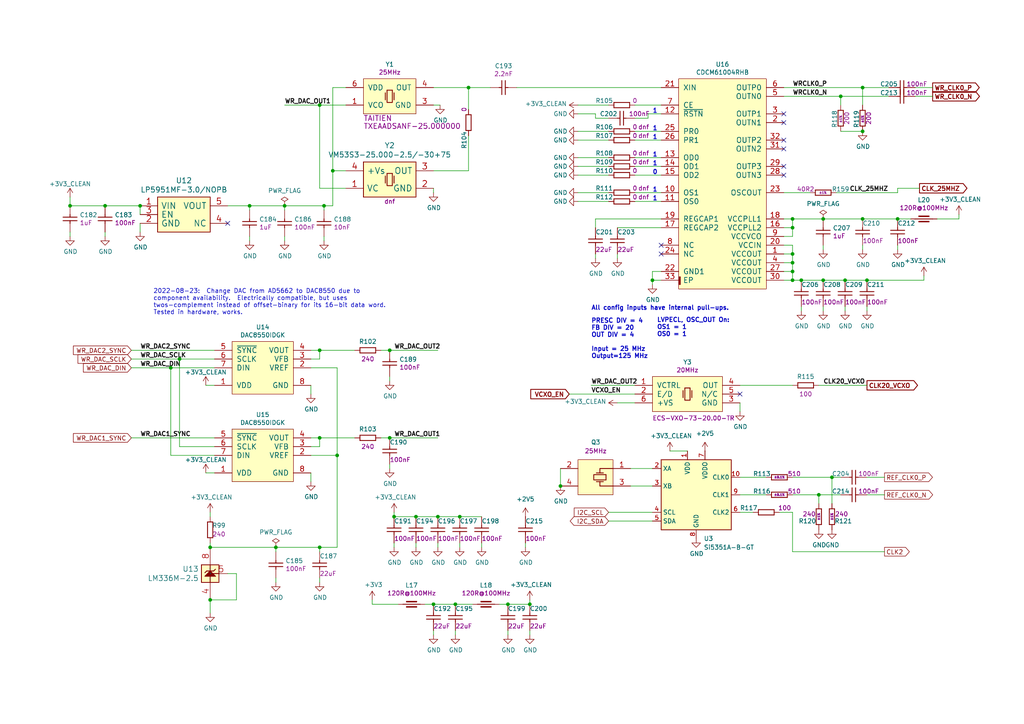
<source format=kicad_sch>
(kicad_sch (version 20250114) (generator "eeschema") (generator_version "9.0")
  (paper "A4")
  (text "1" (at 189.23 55.88 0) (effects (font (size 1.27 1.27) (thickness 0.254) (bold yes)) (justify left bottom)))
  (text "1" (at 189.23 58.42 0) (effects (font (size 1.27 1.27) (thickness 0.254) (bold yes)) (justify left bottom)))
  (text "PRESC DIV = 4\nFB DIV = 20\nOUT DIV = 4\n\nInput = 25 MHz\nOutput=125 MHz" (at 171.45 104.14 0) (effects (font (size 1.27 1.27) (thickness 0.254) (bold yes)) (justify left bottom)))
  (text "0" (at 189.23 50.8 0) (effects (font (size 1.27 1.27) (thickness 0.254) (bold yes)) (justify left bottom)))
  (text "2022-08-23:  Change DAC from AD5662 to DAC8550 due to\ncomponent availability.  Electrically compatible, but uses\ntwos-complement instead of offset-binary for its 16-bit data word.\nTested in hardware, works." (at 44.45 91.44 0) (effects (font (size 1.27 1.27)) (justify left bottom)))
  (text "LVPECL, OSC_OUT On:\nOS1 = 1\nOS0 = 1" (at 190.5 97.79 0) (effects (font (size 1.27 1.27) (thickness 0.254) (bold yes)) (justify left bottom)))
  (text "All config inputs have internal pull-ups." (at 171.45 90.17 0) (effects (font (size 1.27 1.27) (thickness 0.254) (bold yes)) (justify left bottom)))
  (text "1" (at 189.23 45.72 0) (effects (font (size 1.27 1.27) (thickness 0.254) (bold yes)) (justify left bottom)))
  (text "1" (at 189.23 38.1 0) (effects (font (size 1.27 1.27) (thickness 0.254) (bold yes)) (justify left bottom)))
  (text "1" (at 189.23 40.64 0) (effects (font (size 1.27 1.27) (thickness 0.254) (bold yes)) (justify left bottom)))
  (text "1" (at 189.23 33.02 0) (effects (font (size 1.27 1.27) (thickness 0.254) (bold yes)) (justify left bottom)))
  (text "1" (at 189.23 48.26 0) (effects (font (size 1.27 1.27) (thickness 0.254) (bold yes)) (justify left bottom)))
  (junction (at 52.07 104.14))
  (junction (at 260.35 63.5))
  (junction (at 153.67 175.26))
  (junction (at 113.03 101.6))
  (junction (at 135.89 25.4))
  (junction (at 147.32 175.26))
  (junction (at 60.96 158.75))
  (junction (at 92.71 101.6))
  (junction (at 229.87 73.66))
  (junction (at 229.87 78.74))
  (junction (at 125.73 175.26))
  (junction (at 114.3 149.86))
  (junction (at 40.64 59.69))
  (junction (at 96.52 49.53))
  (junction (at 30.48 59.69))
  (junction (at 251.46 81.28))
  (junction (at 245.11 81.28))
  (junction (at 93.98 59.69))
  (junction (at 20.32 59.69))
  (junction (at 127 149.86))
  (junction (at 241.3 138.43))
  (junction (at 120.65 149.86))
  (junction (at 189.23 81.28))
  (junction (at 92.71 158.75))
  (junction (at 72.39 59.69))
  (junction (at 238.76 63.5))
  (junction (at 250.19 38.1))
  (junction (at 229.87 66.04))
  (junction (at 113.03 127))
  (junction (at 132.08 175.26))
  (junction (at 250.19 25.4))
  (junction (at 229.87 76.2))
  (junction (at 92.71 127))
  (junction (at 80.01 158.75))
  (junction (at 229.87 81.28))
  (junction (at 60.96 173.99))
  (junction (at 162.56 140.97))
  (junction (at 229.87 63.5))
  (junction (at 92.71 30.48))
  (junction (at 49.53 106.68))
  (junction (at 82.55 59.69))
  (junction (at 237.49 143.51))
  (junction (at 133.35 149.86))
  (junction (at 250.19 63.5))
  (junction (at 238.76 81.28))
  (junction (at 232.41 81.28))
  (junction (at 243.84 27.94))
  (junction (at 97.79 132.08))
  (no_connect (at 191.77 71.12))
  (no_connect (at 227.33 40.64))
  (no_connect (at 191.77 73.66))
  (no_connect (at 66.04 64.77))
  (no_connect (at 214.63 114.3))
  (no_connect (at 227.33 33.02))
  (no_connect (at 227.33 50.8))
  (no_connect (at 227.33 35.56))
  (no_connect (at 227.33 48.26))
  (no_connect (at 227.33 43.18))
  (wire (pts (xy 93.98 60.96) (xy 93.98 59.69)))
  (wire (pts (xy 229.87 143.51) (xy 237.49 143.51)))
  (wire (pts (xy 113.03 101.6) (xy 127 101.6)))
  (wire (pts (xy 243.84 27.94) (xy 227.33 27.94)))
  (wire (pts (xy 171.45 111.76) (xy 184.15 111.76)))
  (wire (pts (xy 229.87 63.5) (xy 229.87 66.04)))
  (wire (pts (xy 270.51 27.94) (xy 265.43 27.94)))
  (wire (pts (xy 60.96 173.99) (xy 60.96 177.8)))
  (wire (pts (xy 38.1 106.68) (xy 49.53 106.68)))
  (wire (pts (xy 100.33 30.48) (xy 92.71 30.48)))
  (wire (pts (xy 176.53 148.59) (xy 189.23 148.59)))
  (wire (pts (xy 179.07 66.04) (xy 191.77 66.04)))
  (wire (pts (xy 162.56 135.89) (xy 162.56 140.97)))
  (wire (pts (xy 59.69 111.76) (xy 62.23 111.76)))
  (wire (pts (xy 227.33 63.5) (xy 229.87 63.5)))
  (wire (pts (xy 92.71 54.61) (xy 100.33 54.61)))
  (wire (pts (xy 184.15 58.42) (xy 191.77 58.42)))
  (wire (pts (xy 72.39 59.69) (xy 66.04 59.69)))
  (wire (pts (xy 30.48 59.69) (xy 40.64 59.69)))
  (wire (pts (xy 167.64 30.48) (xy 176.53 30.48)))
  (wire (pts (xy 113.03 127) (xy 127 127)))
  (wire (pts (xy 110.49 101.6) (xy 113.03 101.6)))
  (wire (pts (xy 184.15 45.72) (xy 191.77 45.72)))
  (wire (pts (xy 80.01 158.75) (xy 92.71 158.75)))
  (wire (pts (xy 147.32 182.88) (xy 147.32 184.15)))
  (wire (pts (xy 257.81 27.94) (xy 243.84 27.94)))
  (wire (pts (xy 229.87 160.02) (xy 256.54 160.02)))
  (wire (pts (xy 214.63 138.43) (xy 222.25 138.43)))
  (wire (pts (xy 229.87 148.59) (xy 226.06 148.59)))
  (wire (pts (xy 133.35 149.86) (xy 139.7 149.86)))
  (wire (pts (xy 227.33 78.74) (xy 229.87 78.74)))
  (wire (pts (xy 241.3 138.43) (xy 243.84 138.43)))
  (wire (pts (xy 20.32 67.31) (xy 20.32 68.58)))
  (wire (pts (xy 125.73 54.61) (xy 125.73 55.88)))
  (wire (pts (xy 92.71 127) (xy 102.87 127)))
  (wire (pts (xy 62.23 132.08) (xy 49.53 132.08)))
  (wire (pts (xy 191.77 81.28) (xy 189.23 81.28)))
  (wire (pts (xy 92.71 167.64) (xy 92.71 168.91)))
  (wire (pts (xy 92.71 127) (xy 90.17 127)))
  (wire (pts (xy 182.88 140.97) (xy 189.23 140.97)))
  (wire (pts (xy 68.58 166.37) (xy 66.04 166.37)))
  (wire (pts (xy 38.1 101.6) (xy 62.23 101.6)))
  (wire (pts (xy 80.01 167.64) (xy 80.01 168.91)))
  (wire (pts (xy 251.46 143.51) (xy 256.54 143.51)))
  (wire (pts (xy 90.17 137.16) (xy 90.17 139.7)))
  (wire (pts (xy 229.87 81.28) (xy 232.41 81.28)))
  (wire (pts (xy 227.33 76.2) (xy 229.87 76.2)))
  (wire (pts (xy 90.17 129.54) (xy 92.71 129.54)))
  (wire (pts (xy 229.87 68.58) (xy 227.33 68.58)))
  (wire (pts (xy 90.17 132.08) (xy 97.79 132.08)))
  (wire (pts (xy 189.23 78.74) (xy 189.23 81.28)))
  (wire (pts (xy 229.87 71.12) (xy 229.87 73.66)))
  (wire (pts (xy 107.95 175.26) (xy 107.95 173.99)))
  (wire (pts (xy 238.76 81.28) (xy 245.11 81.28)))
  (wire (pts (xy 191.77 63.5) (xy 172.72 63.5)))
  (wire (pts (xy 241.3 138.43) (xy 241.3 146.05)))
  (wire (pts (xy 52.07 104.14) (xy 62.23 104.14)))
  (wire (pts (xy 60.96 173.99) (xy 68.58 173.99)))
  (wire (pts (xy 114.3 149.86) (xy 120.65 149.86)))
  (wire (pts (xy 125.73 25.4) (xy 135.89 25.4)))
  (wire (pts (xy 92.71 158.75) (xy 97.79 158.75)))
  (wire (pts (xy 243.84 27.94) (xy 243.84 30.48)))
  (wire (pts (xy 250.19 63.5) (xy 260.35 63.5)))
  (wire (pts (xy 144.78 175.26) (xy 147.32 175.26)))
  (wire (pts (xy 251.46 138.43) (xy 256.54 138.43)))
  (wire (pts (xy 135.89 39.37) (xy 135.89 49.53)))
  (wire (pts (xy 149.86 25.4) (xy 191.77 25.4)))
  (wire (pts (xy 184.15 38.1) (xy 191.77 38.1)))
  (wire (pts (xy 172.72 73.66) (xy 172.72 74.93)))
  (wire (pts (xy 227.33 55.88) (xy 234.95 55.88)))
  (wire (pts (xy 227.33 71.12) (xy 229.87 71.12)))
  (wire (pts (xy 214.63 143.51) (xy 222.25 143.51)))
  (wire (pts (xy 114.3 157.48) (xy 114.3 158.75)))
  (wire (pts (xy 20.32 59.69) (xy 30.48 59.69)))
  (wire (pts (xy 172.72 33.02) (xy 167.64 33.02)))
  (wire (pts (xy 243.84 38.1) (xy 250.19 38.1)))
  (wire (pts (xy 92.71 101.6) (xy 102.87 101.6)))
  (wire (pts (xy 60.96 157.48) (xy 60.96 158.75)))
  (wire (pts (xy 184.15 50.8) (xy 191.77 50.8)))
  (wire (pts (xy 179.07 116.84) (xy 184.15 116.84)))
  (wire (pts (xy 237.49 111.76) (xy 251.46 111.76)))
  (wire (pts (xy 113.03 134.62) (xy 113.03 135.89)))
  (wire (pts (xy 120.65 157.48) (xy 120.65 158.75)))
  (wire (pts (xy 152.4 157.48) (xy 152.4 158.75)))
  (wire (pts (xy 167.64 45.72) (xy 176.53 45.72)))
  (wire (pts (xy 237.49 143.51) (xy 237.49 146.05)))
  (wire (pts (xy 92.71 30.48) (xy 92.71 54.61)))
  (wire (pts (xy 229.87 81.28) (xy 227.33 81.28)))
  (wire (pts (xy 93.98 68.58) (xy 93.98 69.85)))
  (wire (pts (xy 123.19 175.26) (xy 125.73 175.26)))
  (wire (pts (xy 92.71 160.02) (xy 92.71 158.75)))
  (wire (pts (xy 120.65 149.86) (xy 127 149.86)))
  (wire (pts (xy 80.01 160.02) (xy 80.01 158.75)))
  (wire (pts (xy 229.87 66.04) (xy 229.87 68.58)))
  (wire (pts (xy 167.64 40.64) (xy 176.53 40.64)))
  (wire (pts (xy 167.64 55.88) (xy 176.53 55.88)))
  (wire (pts (xy 114.3 148.59) (xy 114.3 149.86)))
  (wire (pts (xy 214.63 111.76) (xy 229.87 111.76)))
  (wire (pts (xy 107.95 175.26) (xy 115.57 175.26)))
  (wire (pts (xy 132.08 182.88) (xy 132.08 184.15)))
  (wire (pts (xy 267.97 80.01) (xy 267.97 81.28)))
  (wire (pts (xy 49.53 132.08) (xy 49.53 106.68)))
  (wire (pts (xy 93.98 59.69) (xy 82.55 59.69)))
  (wire (pts (xy 72.39 60.96) (xy 72.39 59.69)))
  (wire (pts (xy 229.87 73.66) (xy 229.87 76.2)))
  (wire (pts (xy 250.19 25.4) (xy 227.33 25.4)))
  (wire (pts (xy 238.76 63.5) (xy 250.19 63.5)))
  (wire (pts (xy 135.89 49.53) (xy 125.73 49.53)))
  (wire (pts (xy 229.87 148.59) (xy 229.87 160.02)))
  (wire (pts (xy 237.49 143.51) (xy 243.84 143.51)))
  (wire (pts (xy 167.64 38.1) (xy 176.53 38.1)))
  (wire (pts (xy 251.46 81.28) (xy 267.97 81.28)))
  (wire (pts (xy 92.71 104.14) (xy 92.71 101.6)))
  (wire (pts (xy 92.71 101.6) (xy 90.17 101.6)))
  (wire (pts (xy 270.51 25.4) (xy 265.43 25.4)))
  (wire (pts (xy 184.15 30.48) (xy 191.77 30.48)))
  (wire (pts (xy 191.77 78.74) (xy 189.23 78.74)))
  (wire (pts (xy 127 157.48) (xy 127 158.75)))
  (wire (pts (xy 167.64 50.8) (xy 176.53 50.8)))
  (wire (pts (xy 187.96 33.02) (xy 187.96 34.29)))
  (wire (pts (xy 189.23 81.28) (xy 189.23 82.55)))
  (wire (pts (xy 176.53 151.13) (xy 189.23 151.13)))
  (wire (pts (xy 100.33 25.4) (xy 96.52 25.4)))
  (wire (pts (xy 232.41 88.9) (xy 232.41 90.17)))
  (wire (pts (xy 257.81 25.4) (xy 250.19 25.4)))
  (wire (pts (xy 260.35 54.61) (xy 266.7 54.61)))
  (wire (pts (xy 52.07 129.54) (xy 52.07 104.14)))
  (wire (pts (xy 179.07 73.66) (xy 179.07 74.93)))
  (wire (pts (xy 147.32 175.26) (xy 153.67 175.26)))
  (wire (pts (xy 245.11 88.9) (xy 245.11 90.17)))
  (wire (pts (xy 133.35 157.48) (xy 133.35 158.75)))
  (wire (pts (xy 68.58 173.99) (xy 68.58 166.37)))
  (wire (pts (xy 92.71 129.54) (xy 92.71 127)))
  (wire (pts (xy 245.11 81.28) (xy 251.46 81.28)))
  (wire (pts (xy 271.78 63.5) (xy 278.13 63.5)))
  (wire (pts (xy 182.88 135.89) (xy 189.23 135.89)))
  (wire (pts (xy 125.73 182.88) (xy 125.73 184.15)))
  (wire (pts (xy 191.77 33.02) (xy 187.96 33.02)))
  (wire (pts (xy 135.89 31.75) (xy 135.89 25.4)))
  (wire (pts (xy 72.39 59.69) (xy 82.55 59.69)))
  (wire (pts (xy 82.55 68.58) (xy 82.55 69.85)))
  (wire (pts (xy 139.7 157.48) (xy 139.7 158.75)))
  (wire (pts (xy 125.73 175.26) (xy 132.08 175.26)))
  (wire (pts (xy 60.96 148.59) (xy 60.96 149.86)))
  (wire (pts (xy 229.87 138.43) (xy 241.3 138.43)))
  (wire (pts (xy 90.17 104.14) (xy 92.71 104.14)))
  (wire (pts (xy 165.1 114.3) (xy 184.15 114.3)))
  (wire (pts (xy 135.89 25.4) (xy 142.24 25.4)))
  (wire (pts (xy 60.96 158.75) (xy 80.01 158.75)))
  (wire (pts (xy 90.17 106.68) (xy 97.79 106.68)))
  (wire (pts (xy 62.23 129.54) (xy 52.07 129.54)))
  (wire (pts (xy 38.1 127) (xy 62.23 127)))
  (wire (pts (xy 132.08 175.26) (xy 137.16 175.26)))
  (wire (pts (xy 153.67 182.88) (xy 153.67 184.15)))
  (wire (pts (xy 82.55 60.96) (xy 82.55 59.69)))
  (wire (pts (xy 229.87 73.66) (xy 227.33 73.66)))
  (wire (pts (xy 110.49 127) (xy 113.03 127)))
  (wire (pts (xy 260.35 71.12) (xy 260.35 72.39)))
  (wire (pts (xy 97.79 132.08) (xy 97.79 158.75)))
  (wire (pts (xy 96.52 25.4) (xy 96.52 49.53)))
  (wire (pts (xy 96.52 59.69) (xy 93.98 59.69)))
  (wire (pts (xy 238.76 71.12) (xy 238.76 72.39)))
  (wire (pts (xy 194.31 130.81) (xy 199.39 130.81)))
  (wire (pts (xy 113.03 109.22) (xy 113.03 110.49)))
  (wire (pts (xy 153.67 173.99) (xy 153.67 175.26)))
  (wire (pts (xy 250.19 71.12) (xy 250.19 72.39)))
  (wire (pts (xy 72.39 68.58) (xy 72.39 69.85)))
  (wire (pts (xy 100.33 49.53) (xy 96.52 49.53)))
  (wire (pts (xy 127 149.86) (xy 133.35 149.86)))
  (wire (pts (xy 40.64 64.77) (xy 40.64 67.31)))
  (wire (pts (xy 59.69 137.16) (xy 62.23 137.16)))
  (wire (pts (xy 167.64 48.26) (xy 176.53 48.26)))
  (wire (pts (xy 127.635 30.48) (xy 125.73 30.48)))
  (wire (pts (xy 229.87 76.2) (xy 229.87 78.74)))
  (wire (pts (xy 172.72 34.29) (xy 172.72 33.02)))
  (wire (pts (xy 260.35 55.88) (xy 260.35 54.61)))
  (wire (pts (xy 97.79 106.68) (xy 97.79 132.08)))
  (wire (pts (xy 184.15 48.26) (xy 191.77 48.26)))
  (wire (pts (xy 96.52 49.53) (xy 96.52 59.69)))
  (wire (pts (xy 214.63 148.59) (xy 218.44 148.59)))
  (wire (pts (xy 251.46 88.9) (xy 251.46 90.17)))
  (wire (pts (xy 232.41 81.28) (xy 238.76 81.28)))
  (wire (pts (xy 229.87 66.04) (xy 227.33 66.04)))
  (wire (pts (xy 184.15 40.64) (xy 191.77 40.64)))
  (wire (pts (xy 278.13 63.5) (xy 278.13 62.23)))
  (wire (pts (xy 176.53 34.29) (xy 172.72 34.29)))
  (wire (pts (xy 229.87 78.74) (xy 229.87 81.28)))
  (wire (pts (xy 187.96 34.29) (xy 184.15 34.29)))
  (wire (pts (xy 242.57 55.88) (xy 260.35 55.88)))
  (wire (pts (xy 90.17 111.76) (xy 90.17 114.3)))
  (wire (pts (xy 82.55 30.48) (xy 92.71 30.48)))
  (wire (pts (xy 20.32 57.15) (xy 20.32 59.69)))
  (wire (pts (xy 184.15 55.88) (xy 191.77 55.88)))
  (wire (pts (xy 30.48 67.31) (xy 30.48 68.58)))
  (wire (pts (xy 238.76 88.9) (xy 238.76 90.17)))
  (wire (pts (xy 229.87 63.5) (xy 238.76 63.5)))
  (wire (pts (xy 260.35 63.5) (xy 264.16 63.5)))
  (wire (pts (xy 172.72 63.5) (xy 172.72 66.04)))
  (wire (pts (xy 40.64 62.23) (xy 40.64 59.69)))
  (wire (pts (xy 167.64 58.42) (xy 176.53 58.42)))
  (wire (pts (xy 214.63 116.84) (xy 214.63 119.38)))
  (wire (pts (xy 250.19 25.4) (xy 250.19 30.48)))
  (wire (pts (xy 49.53 106.68) (xy 62.23 106.68)))
  (wire (pts (xy 38.1 104.14) (xy 52.07 104.14)))
  (label "CLK20_VCXO" (at 238.76 111.76 0) (effects (font (thickness 0.254) (bold yes))))
  (label "WRCLK0_N" (at 229.87 27.94 0) (effects (font (thickness 0.254) (bold yes))))
  (label "WR_DAC_SCLK" (at 40.64 104.14 0) (effects (font (thickness 0.254) (bold yes))))
  (label "WR_DAC2_SYNC" (at 40.64 101.6 0) (effects (font (thickness 0.254) (bold yes))))
  (label "CLK_25MHZ" (at 246.38 55.88 0) (effects (font (thickness 0.254) (bold yes))))
  (label "WR_DAC1_SYNC" (at 40.64 127 0) (effects (font (thickness 0.254) (bold yes))))
  (label "VCXO_EN" (at 171.45 114.3 0) (effects (font (thickness 0.254) (bold yes))))
  (label "WRCLK0_P" (at 229.87 25.4 0) (effects (font (thickness 0.254) (bold yes))))
  (label "WR_DAC_OUT1" (at 82.55 30.48 0) (effects (font (thickness 0.254) (bold yes))))
  (label "WR_DAC_OUT2" (at 171.45 111.76 0) (effects (font (thickness 0.254) (bold yes))))
  (label "WR_DAC_DIN" (at 40.64 106.68 0) (effects (font (thickness 0.254) (bold yes))))
  (label "WR_DAC_OUT1" (at 114.3 127 0) (effects (font (thickness 0.254) (bold yes))))
  (label "WR_DAC_OUT2" (at 114.3 101.6 0) (effects (font (thickness 0.254) (bold yes))))
  (global_label "I2C_SDA" (shape bidirectional) (at 176.53 151.13 180) (property "Intersheetrefs" "${INTERSHEET_REFS}" (effects (hide yes))))
  (global_label "REF_CLK0_P" (shape output) (at 256.54 138.43 0) (property "Intersheetrefs" "${INTERSHEET_REFS}" (effects (hide yes))))
  (global_label "WR_CLK0_N" (shape output) (at 270.51 27.94 0) (effects (font (thickness 0.254) (bold yes))) (property "Intersheetrefs" "${INTERSHEET_REFS}" (effects (hide yes))))
  (global_label "WR_CLK0_P" (shape output) (at 270.51 25.4 0) (effects (font (thickness 0.254) (bold yes))) (property "Intersheetrefs" "${INTERSHEET_REFS}" (effects (hide yes))))
  (global_label "REF_CLK0_N" (shape output) (at 256.54 143.51 0) (property "Intersheetrefs" "${INTERSHEET_REFS}" (effects (hide yes))))
  (global_label "CLK20_VCXO" (shape output) (at 251.46 111.76 0) (effects (font (thickness 0.254) (bold yes))) (property "Intersheetrefs" "${INTERSHEET_REFS}" (effects (hide yes))))
  (global_label "I2C_SCL" (shape input) (at 176.53 148.59 180) (property "Intersheetrefs" "${INTERSHEET_REFS}" (effects (hide yes))))
  (global_label "WR_DAC1_SYNC" (shape input) (at 38.1 127 180) (effects (font (thickness 0.1588))) (property "Intersheetrefs" "${INTERSHEET_REFS}" (effects (hide yes))))
  (global_label "WR_DAC_DIN" (shape input) (at 38.1 106.68 180) (effects (font (thickness 0.1588))) (property "Intersheetrefs" "${INTERSHEET_REFS}" (effects (hide yes))))
  (global_label "CLK_25MHZ" (shape output) (at 266.7 54.61 0) (effects (font (thickness 0.254) (bold yes))) (property "Intersheetrefs" "${INTERSHEET_REFS}" (effects (hide yes))))
  (global_label "WR_DAC2_SYNC" (shape input) (at 38.1 101.6 180) (effects (font (thickness 0.1588))) (property "Intersheetrefs" "${INTERSHEET_REFS}" (effects (hide yes))))
  (global_label "VCXO_EN" (shape input) (at 165.1 114.3 180) (effects (font (thickness 0.254) (bold yes))) (property "Intersheetrefs" "${INTERSHEET_REFS}" (effects (hide yes))))
  (global_label "CLK2" (shape output) (at 256.54 160.02 0) (property "Intersheetrefs" "${INTERSHEET_REFS}" (effects (hide yes))))
  (global_label "WR_DAC_SCLK" (shape input) (at 38.1 104.14 180) (effects (font (thickness 0.1588))) (property "Intersheetrefs" "${INTERSHEET_REFS}" (effects (hide yes))))
  (symbol (lib_id "Capacitors SMD:CC0402_100NF_50V_10%_X7R") (at 265.43 25.4 0) (mirror y) (unit 1)
    (property "Reference" "C205" (at 255.27 24.384 0) (effects (justify right)))
    (property "Value" "CC0402_100NF_50V_10%_X7R" (effects (hide yes)))
    (property "Footprint" "Capacitors SMD:CAPC1005X55N" (effects (hide yes)))
    (property "Datasheet" "\\\\cern.ch\\dfs\\Applications\\Altium\\Datasheets\\CC0402_MURATA_GRM155R71H104KE14D.pdf" (effects (hide yes)))
    (property "Description" "SMD Multilayer Chip Ceramic Capacitor" (effects (hide yes)))
    (property "Val" "100nF" (at 262.89 24.384 0) (effects (justify right)))
    (property "Part Number" "CC0402_100NF_50V_10%_X7R" (effects (hide yes)))
    (property "Library Ref" "Capacitor - non polarized" (effects (hide yes)))
    (property "Library Path" "SchLib\\Capacitors.SchLib" (effects (hide yes)))
    (property "Comment" "100nF" (effects (hide yes)))
    (property "Component Kind" "Standard" (effects (hide yes)))
    (property "Component Type" "Standard" (effects (hide yes)))
    (property "Pin Count" "2" (effects (hide yes)))
    (property "Footprint Path" "PcbLib\\Capacitors SMD.PcbLib" (effects (hide yes)))
    (property "Footprint Ref" "CAPC1005X55N" (effects (hide yes)))
    (property "PackageDescription" " " (effects (hide yes)))
    (property "Status" "None" (effects (hide yes)))
    (property "Status Comment" " " (effects (hide yes)))
    (property "Voltage" "50V" (effects (hide yes)))
    (property "TC" "X7R" (effects (hide yes)))
    (property "Tolerance" "±10%" (effects (hide yes)))
    (property "Part Description" "SMD Multilayer Chip Ceramic Capacitor" (effects (hide yes)))
    (property "Manufacturer" "GENERIC" (effects (hide yes)))
    (property "Manufacturer Part Number" "CC0402_100NF_50V_10%_X7R" (effects (hide yes)))
    (property "Case" "0402" (effects (hide yes)))
    (property "Mounted" "Yes" (effects (hide yes)))
    (property "Socket" "No" (effects (hide yes)))
    (property "SMD" "Yes" (effects (hide yes)))
    (property "PressFit" " " (effects (hide yes)))
    (property "Sense" "No" (effects (hide yes)))
    (property "Sense Comment" " " (effects (hide yes)))
    (property "ComponentHeight" " " (effects (hide yes)))
    (property "Manufacturer1 Example" "MURATA" (effects (hide yes)))
    (property "Manufacturer1 Part Number" "GRM155R71H104KE14D" (effects (hide yes)))
    (property "Manufacturer1 ComponentHeight" "0.55mm" (effects (hide yes)))
    (property "HelpURL" "\\\\cern.ch\\dfs\\Applications\\Altium\\Datasheets\\CC0402_MURATA_GRM155R71H104KE14D.pdf" (effects (hide yes)))
    (property "Author" "CERN DEM MR" (effects (hide yes)))
    (property "CreateDate" "06/30/17 00:00:00" (effects (hide yes)))
    (property "LatestRevisionDate" "06/30/17 00:00:00" (effects (hide yes)))
    (property "Database Table Name" "Capacitors" (effects (hide yes)))
    (property "Library Name" "Capacitors SMD" (effects (hide yes)))
    (property "Footprint Library" "Capacitors SMD" (effects (hide yes)))
    (property "License" "CC-BY-SA 4.0" (effects (hide yes)))
  )
  (symbol (lib_id "power:GND") (at 30.48 68.58 0) (unit 1)
    (property "Reference" "#PWR0199" (effects (hide yes)))
    (property "Value" "GND" (at 30.607 72.9742 0))
  )
  (symbol (lib_id "power:GND") (at 237.49 153.67 0) (unit 1)
    (property "Reference" "#PWR0246" (effects (hide yes)))
    (property "Value" "GND" (at 237.617 158.0642 0))
  )
  (symbol (lib_id "power:GND") (at 139.7 158.75 0) (unit 1)
    (property "Reference" "#PWR0225" (effects (hide yes)))
    (property "Value" "GND" (at 139.827 163.1442 0))
  )
  (symbol (lib_id "power:GND") (at 238.76 72.39 0) (unit 1)
    (property "Reference" "#PWR0248" (effects (hide yes)))
    (property "Value" "GND" (at 238.887 76.7842 0))
  )
  (symbol (lib_id "Resistors_SMD:R0402_0R_JUMPER") (at 176.53 45.72 0) (unit 1)
    (property "Reference" "R108" (at 175.26 44.45 0))
    (property "Value" "R0402_0R_JUMPER" (effects (hide yes)))
    (property "Footprint" "RESC1005X40N" (effects (hide yes)))
    (property "Datasheet" "\\\\cern.ch\\dfs\\Applications\\Altium\\Datasheets\\R0402_Phycomp_RC0402.pdf" (effects (hide yes)))
    (property "~" "0" (at 184.15 44.45 0))
    (property "Part Number" "R0402_0R_JUMPER" (effects (hide yes)))
    (property "Library Ref" "Resistor" (effects (hide yes)))
    (property "Library Path" "SchLib\\Resistors.SchLib" (effects (hide yes)))
    (property "Comment" "=Value" (effects (hide yes)))
    (property "Component Kind" "Standard" (effects (hide yes)))
    (property "Component Type" "Standard" (effects (hide yes)))
    (property "PackageDescription" " " (effects (hide yes)))
    (property "Pin Count" "2" (effects (hide yes)))
    (property "Footprint Path" "PcbLib\\Resistors SMD.PcbLib" (effects (hide yes)))
    (property "Footprint Ref" "RESC1005X40N" (effects (hide yes)))
    (property "Val" "0" (effects (hide yes)))
    (property "Status" "Not Recommended" (effects (hide yes)))
    (property "Power" " " (effects (hide yes)))
    (property "TC" " " (effects (hide yes)))
    (property "Voltage" " " (effects (hide yes)))
    (property "Tolerance" " " (effects (hide yes)))
    (property "Part Description" "1A (0.05R Max DC Resistance) Zero Ohm Jumper" (effects (hide yes)))
    (property "Manufacturer" "GENERIC" (effects (hide yes)))
    (property "Manufacturer Part Number" "R0402_0R_JUMPER" (effects (hide yes)))
    (property "Case" "0402" (effects (hide yes)))
    (property "PressFit" "No" (effects (hide yes)))
    (property "Mounted" "Yes" (effects (hide yes)))
    (property "Sense Comment" " " (effects (hide yes)))
    (property "Sense" "No" (effects (hide yes)))
    (property "Status Comment" " " (effects (hide yes)))
    (property "Socket" "No" (effects (hide yes)))
    (property "SMD" "Yes" (effects (hide yes)))
    (property "ComponentHeight" " " (effects (hide yes)))
    (property "Manufacturer1 Example" "YAGEO PHYCOMP" (effects (hide yes)))
    (property "Manufacturer1 Part Number" "232270591001L" (effects (hide yes)))
    (property "Manufacturer1 ComponentHeight" "0.4mm" (effects (hide yes)))
    (property "CreateDate" "12/03/07 00:00:00" (effects (hide yes)))
    (property "LatestRevisionDate" "10/17/12 00:00:00" (effects (hide yes)))
    (property "Library Name" "Resistors SMD" (effects (hide yes)))
    (property "License" "This work is licensed under the Creative Commons CC-BY-SA 4.0 License. To the extent that circuit schematics that use Licensed Material can be considered to be ‘Adapted Material’, then the copyright holder waives article 3.b of the license with respect to these schematics." (effects (hide yes)))
    (property "config" "dnf" (at 186.69 44.45 0))
  )
  (symbol (lib_id "power:GND") (at 241.3 153.67 0) (unit 1)
    (property "Reference" "#PWR0256" (effects (hide yes)))
    (property "Value" "GND" (at 241.427 158.0642 0))
  )
  (symbol (lib_id "Capacitors SMD:CC0402_100NF_50V_10%_X7R") (at 251.46 143.51 0) (mirror y) (unit 1)
    (property "Reference" "C214" (at 241.3 142.494 0) (effects (justify right)))
    (property "Value" "CC0402_100NF_50V_10%_X7R" (effects (hide yes)))
    (property "Footprint" "Capacitors SMD:CAPC1005X55N" (effects (hide yes)))
    (property "Datasheet" "\\\\cern.ch\\dfs\\Applications\\Altium\\Datasheets\\CC0402_MURATA_GRM155R71H104KE14D.pdf" (effects (hide yes)))
    (property "Description" "SMD Multilayer Chip Ceramic Capacitor" (effects (hide yes)))
    (property "Val" "100nF" (at 248.92 142.494 0) (effects (justify right)))
    (property "Part Number" "CC0402_100NF_50V_10%_X7R" (effects (hide yes)))
    (property "Library Ref" "Capacitor - non polarized" (effects (hide yes)))
    (property "Library Path" "SchLib\\Capacitors.SchLib" (effects (hide yes)))
    (property "Comment" "100nF" (effects (hide yes)))
    (property "Component Kind" "Standard" (effects (hide yes)))
    (property "Component Type" "Standard" (effects (hide yes)))
    (property "Pin Count" "2" (effects (hide yes)))
    (property "Footprint Path" "PcbLib\\Capacitors SMD.PcbLib" (effects (hide yes)))
    (property "Footprint Ref" "CAPC1005X55N" (effects (hide yes)))
    (property "PackageDescription" " " (effects (hide yes)))
    (property "Status" "None" (effects (hide yes)))
    (property "Status Comment" " " (effects (hide yes)))
    (property "Voltage" "50V" (effects (hide yes)))
    (property "TC" "X7R" (effects (hide yes)))
    (property "Tolerance" "±10%" (effects (hide yes)))
    (property "Part Description" "SMD Multilayer Chip Ceramic Capacitor" (effects (hide yes)))
    (property "Manufacturer" "GENERIC" (effects (hide yes)))
    (property "Manufacturer Part Number" "CC0402_100NF_50V_10%_X7R" (effects (hide yes)))
    (property "Case" "0402" (effects (hide yes)))
    (property "Mounted" "Yes" (effects (hide yes)))
    (property "Socket" "No" (effects (hide yes)))
    (property "SMD" "Yes" (effects (hide yes)))
    (property "PressFit" " " (effects (hide yes)))
    (property "Sense" "No" (effects (hide yes)))
    (property "Sense Comment" " " (effects (hide yes)))
    (property "ComponentHeight" " " (effects (hide yes)))
    (property "Manufacturer1 Example" "MURATA" (effects (hide yes)))
    (property "Manufacturer1 Part Number" "GRM155R71H104KE14D" (effects (hide yes)))
    (property "Manufacturer1 ComponentHeight" "0.55mm" (effects (hide yes)))
    (property "HelpURL" "\\\\cern.ch\\dfs\\Applications\\Altium\\Datasheets\\CC0402_MURATA_GRM155R71H104KE14D.pdf" (effects (hide yes)))
    (property "Author" "CERN DEM MR" (effects (hide yes)))
    (property "CreateDate" "06/30/17 00:00:00" (effects (hide yes)))
    (property "LatestRevisionDate" "06/30/17 00:00:00" (effects (hide yes)))
    (property "Database Table Name" "Capacitors" (effects (hide yes)))
    (property "Library Name" "Capacitors SMD" (effects (hide yes)))
    (property "Footprint Library" "Capacitors SMD" (effects (hide yes)))
    (property "License" "CC-BY-SA 4.0" (effects (hide yes)))
  )
  (symbol (lib_id "marble_misc:LM336M-2.5-clocks-SchDoc-cache") (at 58.42 168.91 90) (unit 1)
    (property "Reference" "U13" (at 57.658 165.0238 90) (effects (font (size 1.524 1.524)) (justify left)))
    (property "Value" "LM336M-2.5" (at 57.658 167.7162 90) (effects (font (size 1.524 1.524)) (justify left)))
    (property "Footprint" "ICs And Semiconductors SMD:SOIC127P600X175-8N" (effects (hide yes)))
    (property "Manufacturer Part Number" "LM336M-2.5" (effects (hide yes)))
    (property "Manufacturer" "TEXAS INSTRUMENTS" (effects (hide yes)))
  )
  (symbol (lib_id "Capacitors SMD:CC0402_100NF_50V_10%_X7R") (at 251.46 138.43 0) (mirror y) (unit 1)
    (property "Reference" "C204" (at 241.3 137.414 0) (effects (justify right)))
    (property "Value" "CC0402_100NF_50V_10%_X7R" (effects (hide yes)))
    (property "Footprint" "Capacitors SMD:CAPC1005X55N" (effects (hide yes)))
    (property "Datasheet" "\\\\cern.ch\\dfs\\Applications\\Altium\\Datasheets\\CC0402_MURATA_GRM155R71H104KE14D.pdf" (effects (hide yes)))
    (property "Description" "SMD Multilayer Chip Ceramic Capacitor" (effects (hide yes)))
    (property "Val" "100nF" (at 248.92 137.414 0) (effects (justify right)))
    (property "Part Number" "CC0402_100NF_50V_10%_X7R" (effects (hide yes)))
    (property "Library Ref" "Capacitor - non polarized" (effects (hide yes)))
    (property "Library Path" "SchLib\\Capacitors.SchLib" (effects (hide yes)))
    (property "Comment" "100nF" (effects (hide yes)))
    (property "Component Kind" "Standard" (effects (hide yes)))
    (property "Component Type" "Standard" (effects (hide yes)))
    (property "Pin Count" "2" (effects (hide yes)))
    (property "Footprint Path" "PcbLib\\Capacitors SMD.PcbLib" (effects (hide yes)))
    (property "Footprint Ref" "CAPC1005X55N" (effects (hide yes)))
    (property "PackageDescription" " " (effects (hide yes)))
    (property "Status" "None" (effects (hide yes)))
    (property "Status Comment" " " (effects (hide yes)))
    (property "Voltage" "50V" (effects (hide yes)))
    (property "TC" "X7R" (effects (hide yes)))
    (property "Tolerance" "±10%" (effects (hide yes)))
    (property "Part Description" "SMD Multilayer Chip Ceramic Capacitor" (effects (hide yes)))
    (property "Manufacturer" "GENERIC" (effects (hide yes)))
    (property "Manufacturer Part Number" "CC0402_100NF_50V_10%_X7R" (effects (hide yes)))
    (property "Case" "0402" (effects (hide yes)))
    (property "Mounted" "Yes" (effects (hide yes)))
    (property "Socket" "No" (effects (hide yes)))
    (property "SMD" "Yes" (effects (hide yes)))
    (property "PressFit" " " (effects (hide yes)))
    (property "Sense" "No" (effects (hide yes)))
    (property "Sense Comment" " " (effects (hide yes)))
    (property "ComponentHeight" " " (effects (hide yes)))
    (property "Manufacturer1 Example" "MURATA" (effects (hide yes)))
    (property "Manufacturer1 Part Number" "GRM155R71H104KE14D" (effects (hide yes)))
    (property "Manufacturer1 ComponentHeight" "0.55mm" (effects (hide yes)))
    (property "HelpURL" "\\\\cern.ch\\dfs\\Applications\\Altium\\Datasheets\\CC0402_MURATA_GRM155R71H104KE14D.pdf" (effects (hide yes)))
    (property "Author" "CERN DEM MR" (effects (hide yes)))
    (property "CreateDate" "06/30/17 00:00:00" (effects (hide yes)))
    (property "LatestRevisionDate" "06/30/17 00:00:00" (effects (hide yes)))
    (property "Database Table Name" "Capacitors" (effects (hide yes)))
    (property "Library Name" "Capacitors SMD" (effects (hide yes)))
    (property "Footprint Library" "Capacitors SMD" (effects (hide yes)))
    (property "License" "CC-BY-SA 4.0" (effects (hide yes)))
  )
  (symbol (lib_id "power:GND") (at 167.64 38.1 270) (unit 1)
    (property "Reference" "#PWR0229" (effects (hide yes)))
    (property "Value" "GND" (at 162.56 38.1 90))
  )
  (symbol (lib_id "Capacitors_SMD:CC0201_100NF_6.3V_10%_X5R") (at 80.01 160.02 270) (unit 1)
    (property "Reference" "C185" (at 82.804 162.6616 90) (effects (justify left)))
    (property "Value" "CC0201_100NF_6.3V_10%_X5R" (effects (hide yes)))
    (property "Footprint" "CAPC0603X33N" (effects (hide yes)))
    (property "Datasheet" "\\\\cern.ch\\dfs\\Applications\\Altium\\Datasheets\\CC0201_X5R_AVX.pdf" (effects (hide yes)))
    (property "~" "100nF" (at 82.804 164.973 90) (effects (justify left)))
    (property "Part Number" "CC0201_100NF_6.3V_10%_X5R" (effects (hide yes)))
    (property "Library Ref" "Capacitor - non polarized" (effects (hide yes)))
    (property "Library Path" "SchLib\\Capacitors.SchLib" (effects (hide yes)))
    (property "Comment" "=Value" (effects (hide yes)))
    (property "Component Kind" "Standard" (effects (hide yes)))
    (property "Component Type" "Standard" (effects (hide yes)))
    (property "Pin Count" "2" (effects (hide yes)))
    (property "Footprint Path" "PcbLib\\Capacitors SMD.PcbLib" (effects (hide yes)))
    (property "Footprint Ref" "CAPC0603X33N" (effects (hide yes)))
    (property "PackageDescription" " " (effects (hide yes)))
    (property "Val" "100nF" (effects (hide yes)))
    (property "Status" "Not Recommended" (effects (hide yes)))
    (property "Status Comment" " " (effects (hide yes)))
    (property "Voltage" "6.3V" (effects (hide yes)))
    (property "TC" "X5R" (effects (hide yes)))
    (property "Tolerance" "±10%" (effects (hide yes)))
    (property "Part Description" "SMD Multilayer Chip Ceramic Capacitor" (effects (hide yes)))
    (property "Manufacturer" "GENERIC" (effects (hide yes)))
    (property "Manufacturer Part Number" "CC0201_100NF_6.3V_10%_X5R" (effects (hide yes)))
    (property "Case" "0201" (effects (hide yes)))
    (property "Mounted" "Yes" (effects (hide yes)))
    (property "Socket" "No" (effects (hide yes)))
    (property "SMD" "Yes" (effects (hide yes)))
    (property "PressFit" " " (effects (hide yes)))
    (property "Sense" "No" (effects (hide yes)))
    (property "Sense Comment" " " (effects (hide yes)))
    (property "ComponentHeight" " " (effects (hide yes)))
    (property "Manufacturer1 Example" "AVX" (effects (hide yes)))
    (property "Manufacturer1 Part Number" "02016D104KAT2A" (effects (hide yes)))
    (property "Manufacturer1 ComponentHeight" "0.33mm" (effects (hide yes)))
    (property "CreateDate" "12/03/07 00:00:00" (effects (hide yes)))
    (property "LatestRevisionDate" "12/03/07 00:00:00" (effects (hide yes)))
    (property "Library Name" "Capacitors SMD" (effects (hide yes)))
    (property "License" "This work is licensed under the Creative Commons CC-BY-SA 4.0 License. To the extent that circuit schematics that use Licensed Material can be considered to be ‘Adapted Material’, then the copyright holder waives article 3.b of the license with respect to these schematics." (effects (hide yes)))
  )
  (symbol (lib_id "Capacitors_SMD:CC0201_100NF_6.3V_10%_X5R") (at 120.65 149.86 270) (unit 1)
    (property "Reference" "C194" (at 120.65 151.13 90) (effects (justify left)))
    (property "Value" "CC0201_100NF_6.3V_10%_X5R" (effects (hide yes)))
    (property "Footprint" "CAPC0603X33N" (effects (hide yes)))
    (property "Datasheet" "\\\\cern.ch\\dfs\\Applications\\Altium\\Datasheets\\CC0201_X5R_AVX.pdf" (effects (hide yes)))
    (property "~" "100nF" (at 120.65 156.21 90) (effects (justify left)))
    (property "Part Number" "CC0201_100NF_6.3V_10%_X5R" (effects (hide yes)))
    (property "Library Ref" "Capacitor - non polarized" (effects (hide yes)))
    (property "Library Path" "SchLib\\Capacitors.SchLib" (effects (hide yes)))
    (property "Comment" "=Value" (effects (hide yes)))
    (property "Component Kind" "Standard" (effects (hide yes)))
    (property "Component Type" "Standard" (effects (hide yes)))
    (property "Pin Count" "2" (effects (hide yes)))
    (property "Footprint Path" "PcbLib\\Capacitors SMD.PcbLib" (effects (hide yes)))
    (property "Footprint Ref" "CAPC0603X33N" (effects (hide yes)))
    (property "PackageDescription" " " (effects (hide yes)))
    (property "Val" "100nF" (effects (hide yes)))
    (property "Status" "Not Recommended" (effects (hide yes)))
    (property "Status Comment" " " (effects (hide yes)))
    (property "Voltage" "6.3V" (effects (hide yes)))
    (property "TC" "X5R" (effects (hide yes)))
    (property "Tolerance" "±10%" (effects (hide yes)))
    (property "Part Description" "SMD Multilayer Chip Ceramic Capacitor" (effects (hide yes)))
    (property "Manufacturer" "GENERIC" (effects (hide yes)))
    (property "Manufacturer Part Number" "CC0201_100NF_6.3V_10%_X5R" (effects (hide yes)))
    (property "Case" "0201" (effects (hide yes)))
    (property "Mounted" "Yes" (effects (hide yes)))
    (property "Socket" "No" (effects (hide yes)))
    (property "SMD" "Yes" (effects (hide yes)))
    (property "PressFit" " " (effects (hide yes)))
    (property "Sense" "No" (effects (hide yes)))
    (property "Sense Comment" " " (effects (hide yes)))
    (property "ComponentHeight" " " (effects (hide yes)))
    (property "Manufacturer1 Example" "AVX" (effects (hide yes)))
    (property "Manufacturer1 Part Number" "02016D104KAT2A" (effects (hide yes)))
    (property "Manufacturer1 ComponentHeight" "0.33mm" (effects (hide yes)))
    (property "CreateDate" "12/03/07 00:00:00" (effects (hide yes)))
    (property "LatestRevisionDate" "12/03/07 00:00:00" (effects (hide yes)))
    (property "Library Name" "Capacitors SMD" (effects (hide yes)))
    (property "License" "This work is licensed under the Creative Commons CC-BY-SA 4.0 License. To the extent that circuit schematics that use Licensed Material can be considered to be ‘Adapted Material’, then the copyright holder waives article 3.b of the license with respect to these schematics." (effects (hide yes)))
  )
  (symbol (lib_id "Capacitors_SMD:CC0603_22UF_6.3V_20%_X5R") (at 125.73 175.26 270) (unit 1)
    (property "Reference" "C192" (at 125.73 176.53 90) (effects (justify left)))
    (property "Value" "CC0603_22UF_6.3V_20%_X5R" (effects (hide yes)))
    (property "Footprint" "CAPC1709X100N" (effects (hide yes)))
    (property "Datasheet" "\\\\cern.ch\\dfs\\Applications\\Altium\\Datasheets\\CC0603_X5R_TDK_C.pdf" (effects (hide yes)))
    (property "~" "22uF" (at 125.73 181.61 90) (effects (justify left)))
    (property "Part Number" "CC0603_22UF_6.3V_20%_X5R" (effects (hide yes)))
    (property "Library Ref" "Capacitor - non polarized" (effects (hide yes)))
    (property "Library Path" "SchLib\\Capacitors.SchLib" (effects (hide yes)))
    (property "Comment" "=Value" (effects (hide yes)))
    (property "Component Kind" "Standard" (effects (hide yes)))
    (property "Component Type" "Standard" (effects (hide yes)))
    (property "Pin Count" "2" (effects (hide yes)))
    (property "Footprint Path" "PcbLib\\Capacitors SMD.PcbLib" (effects (hide yes)))
    (property "Footprint Ref" "CAPC1709X100N" (effects (hide yes)))
    (property "PackageDescription" " " (effects (hide yes)))
    (property "Val" "22uF" (effects (hide yes)))
    (property "Status" "None" (effects (hide yes)))
    (property "Status Comment" " " (effects (hide yes)))
    (property "Voltage" "6.3V" (effects (hide yes)))
    (property "TC" "X5R" (effects (hide yes)))
    (property "Tolerance" "±20%" (effects (hide yes)))
    (property "Part Description" "SMD Multilayer Chip Ceramic Capacitor" (effects (hide yes)))
    (property "Manufacturer" "GENERIC" (effects (hide yes)))
    (property "Manufacturer Part Number" "CC0603_22UF_6.3V_20%_X5R" (effects (hide yes)))
    (property "Case" "0603" (effects (hide yes)))
    (property "Mounted" "Yes" (effects (hide yes)))
    (property "Socket" "No" (effects (hide yes)))
    (property "SMD" "Yes" (effects (hide yes)))
    (property "PressFit" " " (effects (hide yes)))
    (property "Sense" "No" (effects (hide yes)))
    (property "Sense Comment" " " (effects (hide yes)))
    (property "ComponentHeight" " " (effects (hide yes)))
    (property "Manufacturer1 Example" "TDK" (effects (hide yes)))
    (property "Manufacturer1 Part Number" "C1608X5R0J226M080AC" (effects (hide yes)))
    (property "Manufacturer1 ComponentHeight" "1mm" (effects (hide yes)))
    (property "CreateDate" "12/16/13 00:00:00" (effects (hide yes)))
    (property "LatestRevisionDate" "09/13/16 00:00:00" (effects (hide yes)))
    (property "Library Name" "Capacitors SMD" (effects (hide yes)))
    (property "License" "This work is licensed under the Creative Commons CC-BY-SA 4.0 License. To the extent that circuit schematics that use Licensed Material can be considered to be ‘Adapted Material’, then the copyright holder waives article 3.b of the license with respect to these schematics." (effects (hide yes)))
  )
  (symbol (lib_id "power:GND") (at 251.46 90.17 0) (unit 1)
    (property "Reference" "#PWR0252" (effects (hide yes)))
    (property "Value" "GND" (at 251.587 94.5642 0))
  )
  (symbol (lib_id "Capacitors_SMD:CC0603_22UF_6.3V_20%_X5R") (at 147.32 175.26 270) (unit 1)
    (property "Reference" "C199" (at 147.32 176.53 90) (effects (justify left)))
    (property "Value" "CC0603_22UF_6.3V_20%_X5R" (effects (hide yes)))
    (property "Footprint" "CAPC1709X100N" (effects (hide yes)))
    (property "Datasheet" "\\\\cern.ch\\dfs\\Applications\\Altium\\Datasheets\\CC0603_X5R_TDK_C.pdf" (effects (hide yes)))
    (property "~" "22uF" (at 147.32 181.61 90) (effects (justify left)))
    (property "Part Number" "CC0603_22UF_6.3V_20%_X5R" (effects (hide yes)))
    (property "Library Ref" "Capacitor - non polarized" (effects (hide yes)))
    (property "Library Path" "SchLib\\Capacitors.SchLib" (effects (hide yes)))
    (property "Comment" "=Value" (effects (hide yes)))
    (property "Component Kind" "Standard" (effects (hide yes)))
    (property "Component Type" "Standard" (effects (hide yes)))
    (property "Pin Count" "2" (effects (hide yes)))
    (property "Footprint Path" "PcbLib\\Capacitors SMD.PcbLib" (effects (hide yes)))
    (property "Footprint Ref" "CAPC1709X100N" (effects (hide yes)))
    (property "PackageDescription" " " (effects (hide yes)))
    (property "Val" "22uF" (effects (hide yes)))
    (property "Status" "None" (effects (hide yes)))
    (property "Status Comment" " " (effects (hide yes)))
    (property "Voltage" "6.3V" (effects (hide yes)))
    (property "TC" "X5R" (effects (hide yes)))
    (property "Tolerance" "±20%" (effects (hide yes)))
    (property "Part Description" "SMD Multilayer Chip Ceramic Capacitor" (effects (hide yes)))
    (property "Manufacturer" "GENERIC" (effects (hide yes)))
    (property "Manufacturer Part Number" "CC0603_22UF_6.3V_20%_X5R" (effects (hide yes)))
    (property "Case" "0603" (effects (hide yes)))
    (property "Mounted" "Yes" (effects (hide yes)))
    (property "Socket" "No" (effects (hide yes)))
    (property "SMD" "Yes" (effects (hide yes)))
    (property "PressFit" " " (effects (hide yes)))
    (property "Sense" "No" (effects (hide yes)))
    (property "Sense Comment" " " (effects (hide yes)))
    (property "ComponentHeight" " " (effects (hide yes)))
    (property "Manufacturer1 Example" "TDK" (effects (hide yes)))
    (property "Manufacturer1 Part Number" "C1608X5R0J226M080AC" (effects (hide yes)))
    (property "Manufacturer1 ComponentHeight" "1mm" (effects (hide yes)))
    (property "CreateDate" "12/16/13 00:00:00" (effects (hide yes)))
    (property "LatestRevisionDate" "09/13/16 00:00:00" (effects (hide yes)))
    (property "Library Name" "Capacitors SMD" (effects (hide yes)))
    (property "License" "This work is licensed under the Creative Commons CC-BY-SA 4.0 License. To the extent that circuit schematics that use Licensed Material can be considered to be ‘Adapted Material’, then the copyright holder waives article 3.b of the license with respect to these schematics." (effects (hide yes)))
  )
  (symbol (lib_id "Resistors_SMD:R0402_240R_1%_0.0625W_100PPM") (at 110.49 101.6 0) (mirror y) (unit 1)
    (property "Reference" "R102" (at 106.68 99.06 0))
    (property "Value" "R0402_240R_1%_0.0625W_100PPM" (effects (hide yes)))
    (property "Footprint" "Resistors SMD:RESC1005X40N" (effects (hide yes)))
    (property "Datasheet" "\\\\cern.ch\\dfs\\Applications\\Altium\\Datasheets\\R0402_Phycomp_RC0402.pdf" (effects (hide yes)))
    (property "~" "240" (at 106.68 104.14 0))
    (property "Part Number" "R0402_240R_1%_0.0625W_100PPM" (effects (hide yes)))
    (property "Library Ref" "Resistor - 1%" (effects (hide yes)))
    (property "Library Path" "SchLib\\Resistors.SchLib" (effects (hide yes)))
    (property "Comment" "240" (effects (hide yes)))
    (property "Component Kind" "Standard" (effects (hide yes)))
    (property "Component Type" "Standard" (effects (hide yes)))
    (property "PackageDescription" " " (effects (hide yes)))
    (property "Pin Count" "2" (effects (hide yes)))
    (property "Footprint Path" "PcbLib\\Resistors SMD.PcbLib" (effects (hide yes)))
    (property "Footprint Ref" "RESC1005X40N" (effects (hide yes)))
    (property "Val" "240" (effects (hide yes)))
    (property "Status" "Not Recommended" (effects (hide yes)))
    (property "Power" "0.0625W" (effects (hide yes)))
    (property "TC" "±100ppm/°C" (effects (hide yes)))
    (property "Voltage" " " (effects (hide yes)))
    (property "Tolerance" "±1%" (effects (hide yes)))
    (property "Part Description" "General Purpose Thick Film Chip Resistor" (effects (hide yes)))
    (property "Manufacturer" "GENERIC" (effects (hide yes)))
    (property "Manufacturer Part Number" "R0402_240R_1%_0.0625W_100PPM" (effects (hide yes)))
    (property "Case" "0402" (effects (hide yes)))
    (property "PressFit" "No" (effects (hide yes)))
    (property "Mounted" "Yes" (effects (hide yes)))
    (property "Sense Comment" " " (effects (hide yes)))
    (property "Sense" "No" (effects (hide yes)))
    (property "Status Comment" " " (effects (hide yes)))
    (property "Socket" "No" (effects (hide yes)))
    (property "SMD" "Yes" (effects (hide yes)))
    (property "ComponentHeight" " " (effects (hide yes)))
    (property "Manufacturer1 Example" "YAGEO PHYCOMP" (effects (hide yes)))
    (property "Manufacturer1 Part Number" "232270672401L" (effects (hide yes)))
    (property "Manufacturer1 ComponentHeight" "0.4mm" (effects (hide yes)))
    (property "CreateDate" "12/03/07 00:00:00" (effects (hide yes)))
    (property "LatestRevisionDate" "10/17/12 00:00:00" (effects (hide yes)))
    (property "Library Name" "Resistors SMD" (effects (hide yes)))
    (property "License" "This work is licensed under the Creative Commons CC-BY-SA 4.0 License. To the extent that circuit schematics that use Licensed Material can be considered to be ‘Adapted Material’, then the copyright holder waives article 3.b of the license with respect to these schematics." (effects (hide yes)))
  )
  (symbol (lib_id "power:GND") (at 172.72 74.93 0) (unit 1)
    (property "Reference" "#PWR0238" (effects (hide yes)))
    (property "Value" "GND" (at 172.847 79.3242 0))
  )
  (symbol (lib_id "Inductors_SMD:IND0603_MURATA_BLM18SG121TN1D") (at 137.16 175.26 0) (unit 1)
    (property "Reference" "L18" (at 140.97 169.7482 0))
    (property "Value" "IND0603_MURATA_BLM18SG121TN1D" (effects (hide yes)))
    (property "Footprint" "INDC1608X65N" (effects (hide yes)))
    (property "Datasheet" "\\\\cern.ch\\dfs\\Applications\\Altium\\Datasheets\\IND0603_MURATA_BLM18S.pdf" (effects (hide yes)))
    (property "~" "120R@100MHz" (at 140.97 172.0596 0))
    (property "Part Number" "IND0603_MURATA_BLM18SG121TN1D" (effects (hide yes)))
    (property "Library Ref" "Inductor" (effects (hide yes)))
    (property "Library Path" "SchLib\\Inductors & Transformers.SchLib" (effects (hide yes)))
    (property "Comment" "=Value" (effects (hide yes)))
    (property "Component Kind" "Standard" (effects (hide yes)))
    (property "Component Type" "Standard" (effects (hide yes)))
    (property "PackageDescription" " " (effects (hide yes)))
    (property "Pin Count" "2" (effects (hide yes)))
    (property "Footprint Path" "PcbLib\\Inductors SMD.PcbLib" (effects (hide yes)))
    (property "Footprint Ref" "INDC1608X65N" (effects (hide yes)))
    (property "Val" "120R@100MHz" (effects (hide yes)))
    (property "Status" "None" (effects (hide yes)))
    (property "Power" "3A" (effects (hide yes)))
    (property "Resistance" "0.025R" (effects (hide yes)))
    (property "Tolerance" "±25%" (effects (hide yes)))
    (property "Part Description" "SMD EMIFIL Suppression Chip Ferrite Bead" (effects (hide yes)))
    (property "Manufacturer" "MURATA" (effects (hide yes)))
    (property "Manufacturer Part Number" "BLM18SG121TN1D" (effects (hide yes)))
    (property "Case" "0603" (effects (hide yes)))
    (property "Mounted" "Yes" (effects (hide yes)))
    (property "Socket" "No" (effects (hide yes)))
    (property "SMD" "Yes" (effects (hide yes)))
    (property "Sense Comment" " " (effects (hide yes)))
    (property "Sense" "No" (effects (hide yes)))
    (property "Status Comment" " " (effects (hide yes)))
    (property "ComponentHeight" "0.65mm" (effects (hide yes)))
    (property "CreateDate" "07/23/14 00:00:00" (effects (hide yes)))
    (property "LatestRevisionDate" "07/23/14 00:00:00" (effects (hide yes)))
    (property "Library Name" "Inductors SMD" (effects (hide yes)))
    (property "License" "This work is licensed under the Creative Commons CC-BY-SA 4.0 License. To the extent that circuit schematics that use Licensed Material can be considered to be ‘Adapted Material’, then the copyright holder waives article 3.b of the license with respect to these schematics." (effects (hide yes)))
  )
  (symbol (lib_id "Capacitors_SMD:CC0402_1UF_16V_10%_X5R") (at 20.32 59.69 270) (unit 1)
    (property "Reference" "C182" (at 23.114 62.3316 90) (effects (justify left)))
    (property "Value" "CC0402_1UF_16V_10%_X5R" (effects (hide yes)))
    (property "Footprint" "Capacitors SMD:CAPC1005X55N" (effects (hide yes)))
    (property "Datasheet" "\\\\cern.ch\\dfs\\Applications\\Altium\\Datasheets\\CC0402_X5R_TDK_C.pdf" (effects (hide yes)))
    (property "~" "1uF" (at 23.114 64.643 90) (effects (justify left)))
    (property "Part Number" "CC0402_1UF_16V_10%_X5R" (effects (hide yes)))
    (property "Library Ref" "Capacitor - non polarized" (effects (hide yes)))
    (property "Library Path" "SchLib\\Capacitors.SchLib" (effects (hide yes)))
    (property "Comment" "1uF" (effects (hide yes)))
    (property "Component Kind" "Standard" (effects (hide yes)))
    (property "Component Type" "Standard" (effects (hide yes)))
    (property "Pin Count" "2" (effects (hide yes)))
    (property "Footprint Path" "PcbLib\\Capacitors SMD.PcbLib" (effects (hide yes)))
    (property "Footprint Ref" "CAPC1005X55N" (effects (hide yes)))
    (property "PackageDescription" " " (effects (hide yes)))
    (property "Val" "1uF" (effects (hide yes)))
    (property "Status" "Preferred" (effects (hide yes)))
    (property "Status Comment" " " (effects (hide yes)))
    (property "Voltage" "16V" (effects (hide yes)))
    (property "TC" "X5R" (effects (hide yes)))
    (property "Tolerance" "±10%" (effects (hide yes)))
    (property "Part Description" "SMD Multilayer Chip Ceramic Capacitor" (effects (hide yes)))
    (property "Manufacturer" "GENERIC" (effects (hide yes)))
    (property "Manufacturer Part Number" "CC0402_1UF_16V_10%_X5R" (effects (hide yes)))
    (property "Case" "0402" (effects (hide yes)))
    (property "Mounted" "Yes" (effects (hide yes)))
    (property "Socket" "No" (effects (hide yes)))
    (property "SMD" "Yes" (effects (hide yes)))
    (property "PressFit" " " (effects (hide yes)))
    (property "Sense" "No" (effects (hide yes)))
    (property "Sense Comment" " " (effects (hide yes)))
    (property "ComponentHeight" " " (effects (hide yes)))
    (property "Manufacturer1 Example" "TDK" (effects (hide yes)))
    (property "Manufacturer1 Part Number" "C1005X5R1C105KT" (effects (hide yes)))
    (property "Manufacturer1 ComponentHeight" "0.55mm" (effects (hide yes)))
    (property "CreateDate" "10/25/12 00:00:00" (effects (hide yes)))
    (property "LatestRevisionDate" "10/25/12 00:00:00" (effects (hide yes)))
    (property "Library Name" "Capacitors.DbLib" (effects (hide yes)))
    (property "License" "This work is licensed under the Creative Commons CC-BY-SA 4.0 License. To the extent that circuit schematics that use Licensed Material can be considered to be ‘Adapted Material’, then the copyright holder waives article 3.b of the license with respect to these schematics." (effects (hide yes)))
  )
  (symbol (lib_id "Resistors_SMD:R0402_0R_JUMPER") (at 176.53 50.8 0) (unit 1)
    (property "Reference" "R110" (at 175.26 49.53 0))
    (property "Value" "R0402_0R_JUMPER" (effects (hide yes)))
    (property "Footprint" "RESC1005X40N" (effects (hide yes)))
    (property "Datasheet" "\\\\cern.ch\\dfs\\Applications\\Altium\\Datasheets\\R0402_Phycomp_RC0402.pdf" (effects (hide yes)))
    (property "~" "0" (at 184.15 49.53 0))
    (property "Part Number" "R0402_0R_JUMPER" (effects (hide yes)))
    (property "Library Ref" "Resistor" (effects (hide yes)))
    (property "Library Path" "SchLib\\Resistors.SchLib" (effects (hide yes)))
    (property "Comment" "=Value" (effects (hide yes)))
    (property "Component Kind" "Standard" (effects (hide yes)))
    (property "Component Type" "Standard" (effects (hide yes)))
    (property "PackageDescription" " " (effects (hide yes)))
    (property "Pin Count" "2" (effects (hide yes)))
    (property "Footprint Path" "PcbLib\\Resistors SMD.PcbLib" (effects (hide yes)))
    (property "Footprint Ref" "RESC1005X40N" (effects (hide yes)))
    (property "Val" "0" (effects (hide yes)))
    (property "Status" "Not Recommended" (effects (hide yes)))
    (property "Power" " " (effects (hide yes)))
    (property "TC" " " (effects (hide yes)))
    (property "Voltage" " " (effects (hide yes)))
    (property "Tolerance" " " (effects (hide yes)))
    (property "Part Description" "1A (0.05R Max DC Resistance) Zero Ohm Jumper" (effects (hide yes)))
    (property "Manufacturer" "GENERIC" (effects (hide yes)))
    (property "Manufacturer Part Number" "R0402_0R_JUMPER" (effects (hide yes)))
    (property "Case" "0402" (effects (hide yes)))
    (property "PressFit" "No" (effects (hide yes)))
    (property "Mounted" "Yes" (effects (hide yes)))
    (property "Sense Comment" " " (effects (hide yes)))
    (property "Sense" "No" (effects (hide yes)))
    (property "Status Comment" " " (effects (hide yes)))
    (property "Socket" "No" (effects (hide yes)))
    (property "SMD" "Yes" (effects (hide yes)))
    (property "ComponentHeight" " " (effects (hide yes)))
    (property "Manufacturer1 Example" "YAGEO PHYCOMP" (effects (hide yes)))
    (property "Manufacturer1 Part Number" "232270591001L" (effects (hide yes)))
    (property "Manufacturer1 ComponentHeight" "0.4mm" (effects (hide yes)))
    (property "CreateDate" "12/03/07 00:00:00" (effects (hide yes)))
    (property "LatestRevisionDate" "10/17/12 00:00:00" (effects (hide yes)))
    (property "Library Name" "Resistors SMD" (effects (hide yes)))
    (property "License" "This work is licensed under the Creative Commons CC-BY-SA 4.0 License. To the extent that circuit schematics that use Licensed Material can be considered to be ‘Adapted Material’, then the copyright holder waives article 3.b of the license with respect to these schematics." (effects (hide yes)))
  )
  (symbol (lib_id "Capacitors_SMD:CC0402_1UF_16V_10%_X5R") (at 72.39 60.96 270) (unit 1)
    (property "Reference" "C184" (at 75.184 63.6016 90) (effects (justify left)))
    (property "Value" "CC0402_1UF_16V_10%_X5R" (effects (hide yes)))
    (property "Footprint" "Capacitors SMD:CAPC1005X55N" (effects (hide yes)))
    (property "Datasheet" "\\\\cern.ch\\dfs\\Applications\\Altium\\Datasheets\\CC0402_X5R_TDK_C.pdf" (effects (hide yes)))
    (property "~" "1uF" (at 75.184 65.913 90) (effects (justify left)))
    (property "Part Number" "CC0402_1UF_16V_10%_X5R" (effects (hide yes)))
    (property "Library Ref" "Capacitor - non polarized" (effects (hide yes)))
    (property "Library Path" "SchLib\\Capacitors.SchLib" (effects (hide yes)))
    (property "Comment" "1uF" (effects (hide yes)))
    (property "Component Kind" "Standard" (effects (hide yes)))
    (property "Component Type" "Standard" (effects (hide yes)))
    (property "Pin Count" "2" (effects (hide yes)))
    (property "Footprint Path" "PcbLib\\Capacitors SMD.PcbLib" (effects (hide yes)))
    (property "Footprint Ref" "CAPC1005X55N" (effects (hide yes)))
    (property "PackageDescription" " " (effects (hide yes)))
    (property "Val" "1uF" (effects (hide yes)))
    (property "Status" "Preferred" (effects (hide yes)))
    (property "Status Comment" " " (effects (hide yes)))
    (property "Voltage" "16V" (effects (hide yes)))
    (property "TC" "X5R" (effects (hide yes)))
    (property "Tolerance" "±10%" (effects (hide yes)))
    (property "Part Description" "SMD Multilayer Chip Ceramic Capacitor" (effects (hide yes)))
    (property "Manufacturer" "GENERIC" (effects (hide yes)))
    (property "Manufacturer Part Number" "CC0402_1UF_16V_10%_X5R" (effects (hide yes)))
    (property "Case" "0402" (effects (hide yes)))
    (property "Mounted" "Yes" (effects (hide yes)))
    (property "Socket" "No" (effects (hide yes)))
    (property "SMD" "Yes" (effects (hide yes)))
    (property "PressFit" " " (effects (hide yes)))
    (property "Sense" "No" (effects (hide yes)))
    (property "Sense Comment" " " (effects (hide yes)))
    (property "ComponentHeight" " " (effects (hide yes)))
    (property "Manufacturer1 Example" "TDK" (effects (hide yes)))
    (property "Manufacturer1 Part Number" "C1005X5R1C105KT" (effects (hide yes)))
    (property "Manufacturer1 ComponentHeight" "0.55mm" (effects (hide yes)))
    (property "CreateDate" "10/25/12 00:00:00" (effects (hide yes)))
    (property "LatestRevisionDate" "10/25/12 00:00:00" (effects (hide yes)))
    (property "Library Name" "Capacitors.DbLib" (effects (hide yes)))
    (property "License" "This work is licensed under the Creative Commons CC-BY-SA 4.0 License. To the extent that circuit schematics that use Licensed Material can be considered to be ‘Adapted Material’, then the copyright holder waives article 3.b of the license with respect to these schematics." (effects (hide yes)))
  )
  (symbol (lib_id "power:GND") (at 72.39 69.85 0) (unit 1)
    (property "Reference" "#PWR0205" (effects (hide yes)))
    (property "Value" "GND" (at 72.517 74.2442 0))
  )
  (symbol (lib_id "Capacitors_SMD:CC0201_100NF_6.3V_10%_X5R") (at 250.19 63.5 270) (unit 1)
    (property "Reference" "C210" (at 250.19 64.77 90) (effects (justify left)))
    (property "Value" "CC0201_100NF_6.3V_10%_X5R" (effects (hide yes)))
    (property "Footprint" "CAPC0603X33N" (effects (hide yes)))
    (property "Datasheet" "\\\\cern.ch\\dfs\\Applications\\Altium\\Datasheets\\CC0201_X5R_AVX.pdf" (effects (hide yes)))
    (property "~" "100nF" (at 250.19 69.85 90) (effects (justify left)))
    (property "Part Number" "CC0201_100NF_6.3V_10%_X5R" (effects (hide yes)))
    (property "Library Ref" "Capacitor - non polarized" (effects (hide yes)))
    (property "Library Path" "SchLib\\Capacitors.SchLib" (effects (hide yes)))
    (property "Comment" "=Value" (effects (hide yes)))
    (property "Component Kind" "Standard" (effects (hide yes)))
    (property "Component Type" "Standard" (effects (hide yes)))
    (property "Pin Count" "2" (effects (hide yes)))
    (property "Footprint Path" "PcbLib\\Capacitors SMD.PcbLib" (effects (hide yes)))
    (property "Footprint Ref" "CAPC0603X33N" (effects (hide yes)))
    (property "PackageDescription" " " (effects (hide yes)))
    (property "Val" "100nF" (effects (hide yes)))
    (property "Status" "Not Recommended" (effects (hide yes)))
    (property "Status Comment" " " (effects (hide yes)))
    (property "Voltage" "6.3V" (effects (hide yes)))
    (property "TC" "X5R" (effects (hide yes)))
    (property "Tolerance" "±10%" (effects (hide yes)))
    (property "Part Description" "SMD Multilayer Chip Ceramic Capacitor" (effects (hide yes)))
    (property "Manufacturer" "GENERIC" (effects (hide yes)))
    (property "Manufacturer Part Number" "CC0201_100NF_6.3V_10%_X5R" (effects (hide yes)))
    (property "Case" "0201" (effects (hide yes)))
    (property "Mounted" "Yes" (effects (hide yes)))
    (property "Socket" "No" (effects (hide yes)))
    (property "SMD" "Yes" (effects (hide yes)))
    (property "PressFit" " " (effects (hide yes)))
    (property "Sense" "No" (effects (hide yes)))
    (property "Sense Comment" " " (effects (hide yes)))
    (property "ComponentHeight" " " (effects (hide yes)))
    (property "Manufacturer1 Example" "AVX" (effects (hide yes)))
    (property "Manufacturer1 Part Number" "02016D104KAT2A" (effects (hide yes)))
    (property "Manufacturer1 ComponentHeight" "0.33mm" (effects (hide yes)))
    (property "CreateDate" "12/03/07 00:00:00" (effects (hide yes)))
    (property "LatestRevisionDate" "12/03/07 00:00:00" (effects (hide yes)))
    (property "Library Name" "Capacitors SMD" (effects (hide yes)))
    (property "License" "This work is licensed under the Creative Commons CC-BY-SA 4.0 License. To the extent that circuit schematics that use Licensed Material can be considered to be ‘Adapted Material’, then the copyright holder waives article 3.b of the license with respect to these schematics." (effects (hide yes)))
  )
  (symbol (lib_id "marble_misc:+3V3_CLEAN") (at 153.67 173.99 0) (unit 1)
    (property "Reference" "#PWR0236" (effects (hide yes)))
    (property "Value" "+3V3_CLEAN" (at 154.051 169.5958 0))
  )
  (symbol (lib_id "Analog_&_Interface:DAC8550IDGK") (at 67.31 124.46 0) (unit 1)
    (property "Reference" "U15" (at 76.2 120.269 0))
    (property "Value" "DAC8550IDGK" (at 76.2 122.5804 0))
    (property "Footprint" "ICs And Semiconductors SMD:SOP65P490X110-8N" (effects (hide yes)))
    (property "Part Number" "DAC8550IDGKT " (effects (hide yes)))
    (property "Library Ref" "DAC8550" (effects (hide yes)))
    (property "Library Path" "SchLib\\Analog & Interface.SchLib" (effects (hide yes)))
    (property "Comment" "=Device" (effects (hide yes)))
    (property "Component Kind" "Standard" (effects (hide yes)))
    (property "Component Type" "Standard" (effects (hide yes)))
    (property "Device" "DAC8550IDGKT " (effects (hide yes)))
    (property "PackageDescription" "SOP, 0.65mm, Pitch; 8 Pin, 3.0mm W X 3.0mm L X 1.10mm H Body, IPC Medium Density" (effects (hide yes)))
    (property "Status" " " (effects (hide yes)))
    (property "Part Description" "2.7V to 5.5V, 250uA, Rail-to-Rail Output 16-Bit nanoDAC" (effects (hide yes)))
    (property "Manufacturer" "ANALOG DEVICES" (effects (hide yes)))
    (property "Manufacturer Part Number" "DAC8550IDGKT" (effects (hide yes)))
    (property "Pin Count" "8" (effects (hide yes)))
    (property "Case" "MSOP8" (effects (hide yes)))
    (property "Mounted" "Yes" (effects (hide yes)))
    (property "Socket" "No" (effects (hide yes)))
    (property "SMD" "Yes" (effects (hide yes)))
    (property "PressFit" "No" (effects (hide yes)))
    (property "Sense" "No" (effects (hide yes)))
    (property "Sense Comment" " " (effects (hide yes)))
    (property "Status Comment" " " (effects (hide yes)))
    (property "ComponentHeight" "1.1mm" (effects (hide yes)))
    (property "Footprint Path" "PcbLib\\ICs And Semiconductors SMD.PcbLib" (effects (hide yes)))
    (property "Footprint Ref" "SOP65P490X110-8N" (effects (hide yes)))
    (property "ComponentLink2Description" " " (effects (hide yes)))
    (property "ComponentLink1Description" " " (effects (hide yes)))
    (property "CreateDate" "01/10/11 00:00:00" (effects (hide yes)))
    (property "LatestRevisionDate" "01/10/11 00:00:00" (effects (hide yes)))
    (property "Library Name" "ICs And Semiconductors SMD" (effects (hide yes)))
    (property "License" "This work is licensed under the Creative Commons CC-BY-SA 4.0 License. To the extent that circuit schematics that use Licensed Material can be considered to be ‘Adapted Material’, then the copyright holder waives article 3.b of the license with respect to these schematics." (effects (hide yes)))
  )
  (symbol (lib_id "power:GND") (at 250.19 38.1 0) (unit 1)
    (property "Reference" "#PWR0244" (effects (hide yes)))
    (property "Value" "GND" (at 250.317 42.4942 0))
  )
  (symbol (lib_id "Crystals & Oscillators:XTAL_25MHZ_TXC_8Y-25.000MAAJ-T") (at 177.8 133.35 0) (mirror y) (unit 1)
    (property "Reference" "Q3" (at 172.7835 128.27 0))
    (property "Value" "XTAL_25MHZ_TXC_8Y-25.000MAAJ-T" (effects (hide yes)))
    (property "Footprint" "ICs And Semiconductors SMD:XTAL_TXC_8Y" (effects (hide yes)))
    (property "Datasheet" "\\\\cern.ch\\dfs\\Applications\\Altium\\Datasheets\\XTAL_TXC_8Y.pdf" (effects (hide yes)))
    (property "Description" "±30ppm, 18pF, -20°C to +70°C  4 Pins, 2x1.6X0.5mm, SMD Seam Sealing Crystal, 8Y Serie" (effects (hide yes)))
    (property "Val" "25MHz" (at 172.7835 130.81 0))
    (property "Part Number" "XTAL_25MHZ_TXC_8Y-25.000MAAJ-T" (effects (hide yes)))
    (property "Library Ref" "Quartz Crystal 1X 2GND 3X 4GND" (effects (hide yes)))
    (property "Library Path" "SchLib\\Crystals & Oscillators.SchLib" (effects (hide yes)))
    (property "Comment" "25MHz" (effects (hide yes)))
    (property "Component Kind" "Standard" (effects (hide yes)))
    (property "Component Type" "Standard" (effects (hide yes)))
    (property "Device" " " (effects (hide yes)))
    (property "PackageDescription" "4 Pins, 2x1.6X0.5mm, SMD Seam Sealing Crystal, 8Y Serie" (effects (hide yes)))
    (property "Status" " " (effects (hide yes)))
    (property "Part Description" "±30ppm, 18pF, -20°C to +70°C  4 Pins, 2x1.6X0.5mm, SMD Seam Sealing Crystal, 8Y Serie" (effects (hide yes)))
    (property "Manufacturer" "TXC CORPORATION" (effects (hide yes)))
    (property "Manufacturer Part Number" "8Y-25.000MAAJ-T" (effects (hide yes)))
    (property "Pin Count" "4" (effects (hide yes)))
    (property "Case" " " (effects (hide yes)))
    (property "Mounted" "Yes" (effects (hide yes)))
    (property "Socket" "No" (effects (hide yes)))
    (property "SMD" "Yes" (effects (hide yes)))
    (property "PressFit" "No" (effects (hide yes)))
    (property "Sense" "No" (effects (hide yes)))
    (property "Bonding" "No" (effects (hide yes)))
    (property "Sense Comment" " " (effects (hide yes)))
    (property "Status Comment" " " (effects (hide yes)))
    (property "ComponentHeight" "13.6mm" (effects (hide yes)))
    (property "Footprint Path" "PcbLib\\ICs And Semiconductors SMD.PcbLib" (effects (hide yes)))
    (property "Footprint Ref" "XTAL_TXC_8Y" (effects (hide yes)))
    (property "HelpURL" "\\\\cern.ch\\dfs\\Applications\\Altium\\Datasheets\\XTAL_TXC_8Y.pdf" (effects (hide yes)))
    (property "ComponentLink1URL" " " (effects (hide yes)))
    (property "ComponentLink1Description" " " (effects (hide yes)))
    (property "ComponentLink2URL" " " (effects (hide yes)))
    (property "ComponentLink2Description" " " (effects (hide yes)))
    (property "Author" "CERN DEM JLC" (effects (hide yes)))
    (property "CreateDate" "03/08/12 00:00:00" (effects (hide yes)))
    (property "LatestRevisionDate" "03/08/12 00:00:00" (effects (hide yes)))
    (property "Database Table Name" "ICs And Semiconductors" (effects (hide yes)))
    (property "Library Name" "Crystals & Oscillators" (effects (hide yes)))
    (property "Footprint Library" "ICs And Semiconductors SMD" (effects (hide yes)))
    (property "License" "CC-BY-SA 4.0" (effects (hide yes)))
  )
  (symbol (lib_id "Resistors SMD:R0402_200R_1%_0.0625W_100PPM") (at 250.19 30.48 270) (unit 1)
    (property "Reference" "R119" (at 248.412 34.544 0))
    (property "Value" "R0402_200R_1%_0.0625W_100PPM" (effects (hide yes)))
    (property "Footprint" "Resistors SMD:RESC1005X40N" (effects (hide yes)))
    (property "Datasheet" "\\\\cern.ch\\dfs\\Applications\\Altium\\Datasheets\\R0402_Phycomp_RC0402.pdf" (effects (hide yes)))
    (property "Description" "General Purpose Thick Film Chip Resistor" (effects (hide yes)))
    (property "Tolerance" "±1%" (at 250.19 34.544 0) (effects (font (size 0.635 0.635))))
    (property "Val" "200" (at 251.968 34.29 0))
    (property "Part Number" "R0402_200R_1%_0.0625W_100PPM" (effects (hide yes)))
    (property "Library Ref" "Resistor - 1%" (effects (hide yes)))
    (property "Library Path" "SchLib\\Resistors.SchLib" (effects (hide yes)))
    (property "Comment" "200" (effects (hide yes)))
    (property "Component Kind" "Standard" (effects (hide yes)))
    (property "Component Type" "Standard" (effects (hide yes)))
    (property "PackageDescription" " " (effects (hide yes)))
    (property "Pin Count" "2" (effects (hide yes)))
    (property "Footprint Path" "PcbLib\\Resistors SMD.PcbLib" (effects (hide yes)))
    (property "Footprint Ref" "RESC1005X40N" (effects (hide yes)))
    (property "Status" "Not Recommended" (effects (hide yes)))
    (property "Power" "0.0625W" (effects (hide yes)))
    (property "TC" "±100ppm/°C" (effects (hide yes)))
    (property "Voltage" " " (effects (hide yes)))
    (property "Part Description" "General Purpose Thick Film Chip Resistor" (effects (hide yes)))
    (property "Manufacturer" "GENERIC" (effects (hide yes)))
    (property "Manufacturer Part Number" "R0402_200R_1%_0.0625W_100PPM" (effects (hide yes)))
    (property "Case" "0402" (effects (hide yes)))
    (property "PressFit" "No" (effects (hide yes)))
    (property "Mounted" "Yes" (effects (hide yes)))
    (property "Sense Comment" " " (effects (hide yes)))
    (property "Sense" "No" (effects (hide yes)))
    (property "Status Comment" " " (effects (hide yes)))
    (property "Socket" "No" (effects (hide yes)))
    (property "SMD" "Yes" (effects (hide yes)))
    (property "ComponentHeight" " " (effects (hide yes)))
    (property "Manufacturer1 Example" "YAGEO PHYCOMP" (effects (hide yes)))
    (property "Manufacturer1 Part Number" "232270672001L" (effects (hide yes)))
    (property "Manufacturer1 ComponentHeight" "0.4mm" (effects (hide yes)))
    (property "HelpURL" "\\\\cern.ch\\dfs\\Applications\\Altium\\Datasheets\\R0402_Phycomp_RC0402.pdf" (effects (hide yes)))
    (property "Author" "CERN DEM JLC" (effects (hide yes)))
    (property "CreateDate" "12/03/07 00:00:00" (effects (hide yes)))
    (property "LatestRevisionDate" "10/17/12 00:00:00" (effects (hide yes)))
    (property "Database Table Name" "Resistors" (effects (hide yes)))
    (property "Library Name" "Resistors SMD" (effects (hide yes)))
    (property "Footprint Library" "Resistors SMD" (effects (hide yes)))
    (property "License" "CC-BY-SA 4.0" (effects (hide yes)))
  )
  (symbol (lib_id "power:GND") (at 133.35 158.75 0) (unit 1)
    (property "Reference" "#PWR0224" (effects (hide yes)))
    (property "Value" "GND" (at 133.477 163.1442 0))
  )
  (symbol (lib_id "Capacitors_SMD:CC0201_100NF_6.3V_10%_X5R") (at 139.7 149.86 270) (unit 1)
    (property "Reference" "C198" (at 139.7 151.13 90) (effects (justify left)))
    (property "Value" "CC0201_100NF_6.3V_10%_X5R" (effects (hide yes)))
    (property "Footprint" "CAPC0603X33N" (effects (hide yes)))
    (property "Datasheet" "\\\\cern.ch\\dfs\\Applications\\Altium\\Datasheets\\CC0201_X5R_AVX.pdf" (effects (hide yes)))
    (property "~" "100nF" (at 139.7 156.21 90) (effects (justify left)))
    (property "Part Number" "CC0201_100NF_6.3V_10%_X5R" (effects (hide yes)))
    (property "Library Ref" "Capacitor - non polarized" (effects (hide yes)))
    (property "Library Path" "SchLib\\Capacitors.SchLib" (effects (hide yes)))
    (property "Comment" "=Value" (effects (hide yes)))
    (property "Component Kind" "Standard" (effects (hide yes)))
    (property "Component Type" "Standard" (effects (hide yes)))
    (property "Pin Count" "2" (effects (hide yes)))
    (property "Footprint Path" "PcbLib\\Capacitors SMD.PcbLib" (effects (hide yes)))
    (property "Footprint Ref" "CAPC0603X33N" (effects (hide yes)))
    (property "PackageDescription" " " (effects (hide yes)))
    (property "Val" "100nF" (effects (hide yes)))
    (property "Status" "Not Recommended" (effects (hide yes)))
    (property "Status Comment" " " (effects (hide yes)))
    (property "Voltage" "6.3V" (effects (hide yes)))
    (property "TC" "X5R" (effects (hide yes)))
    (property "Tolerance" "±10%" (effects (hide yes)))
    (property "Part Description" "SMD Multilayer Chip Ceramic Capacitor" (effects (hide yes)))
    (property "Manufacturer" "GENERIC" (effects (hide yes)))
    (property "Manufacturer Part Number" "CC0201_100NF_6.3V_10%_X5R" (effects (hide yes)))
    (property "Case" "0201" (effects (hide yes)))
    (property "Mounted" "Yes" (effects (hide yes)))
    (property "Socket" "No" (effects (hide yes)))
    (property "SMD" "Yes" (effects (hide yes)))
    (property "PressFit" " " (effects (hide yes)))
    (property "Sense" "No" (effects (hide yes)))
    (property "Sense Comment" " " (effects (hide yes)))
    (property "ComponentHeight" " " (effects (hide yes)))
    (property "Manufacturer1 Example" "AVX" (effects (hide yes)))
    (property "Manufacturer1 Part Number" "02016D104KAT2A" (effects (hide yes)))
    (property "Manufacturer1 ComponentHeight" "0.33mm" (effects (hide yes)))
    (property "CreateDate" "12/03/07 00:00:00" (effects (hide yes)))
    (property "LatestRevisionDate" "12/03/07 00:00:00" (effects (hide yes)))
    (property "Library Name" "Capacitors SMD" (effects (hide yes)))
    (property "License" "This work is licensed under the Creative Commons CC-BY-SA 4.0 License. To the extent that circuit schematics that use Licensed Material can be considered to be ‘Adapted Material’, then the copyright holder waives article 3.b of the license with respect to these schematics." (effects (hide yes)))
  )
  (symbol (lib_id "Capacitors_SMD:CC0402_1UF_16V_10%_X5R") (at 238.76 63.5 270) (unit 1)
    (property "Reference" "C207" (at 241.554 66.1416 90) (effects (justify left)))
    (property "Value" "CC0402_1UF_16V_10%_X5R" (effects (hide yes)))
    (property "Footprint" "Capacitors SMD:CAPC1005X55N" (effects (hide yes)))
    (property "Datasheet" "\\\\cern.ch\\dfs\\Applications\\Altium\\Datasheets\\CC0402_X5R_TDK_C.pdf" (effects (hide yes)))
    (property "~" "1uF" (at 241.554 68.453 90) (effects (justify left)))
    (property "Part Number" "CC0402_1UF_16V_10%_X5R" (effects (hide yes)))
    (property "Library Ref" "Capacitor - non polarized" (effects (hide yes)))
    (property "Library Path" "SchLib\\Capacitors.SchLib" (effects (hide yes)))
    (property "Comment" "1uF" (effects (hide yes)))
    (property "Component Kind" "Standard" (effects (hide yes)))
    (property "Component Type" "Standard" (effects (hide yes)))
    (property "Pin Count" "2" (effects (hide yes)))
    (property "Footprint Path" "PcbLib\\Capacitors SMD.PcbLib" (effects (hide yes)))
    (property "Footprint Ref" "CAPC1005X55N" (effects (hide yes)))
    (property "PackageDescription" " " (effects (hide yes)))
    (property "Val" "1uF" (effects (hide yes)))
    (property "Status" "Preferred" (effects (hide yes)))
    (property "Status Comment" " " (effects (hide yes)))
    (property "Voltage" "16V" (effects (hide yes)))
    (property "TC" "X5R" (effects (hide yes)))
    (property "Tolerance" "±10%" (effects (hide yes)))
    (property "Part Description" "SMD Multilayer Chip Ceramic Capacitor" (effects (hide yes)))
    (property "Manufacturer" "GENERIC" (effects (hide yes)))
    (property "Manufacturer Part Number" "CC0402_1UF_16V_10%_X5R" (effects (hide yes)))
    (property "Case" "0402" (effects (hide yes)))
    (property "Mounted" "Yes" (effects (hide yes)))
    (property "Socket" "No" (effects (hide yes)))
    (property "SMD" "Yes" (effects (hide yes)))
    (property "PressFit" " " (effects (hide yes)))
    (property "Sense" "No" (effects (hide yes)))
    (property "Sense Comment" " " (effects (hide yes)))
    (property "ComponentHeight" " " (effects (hide yes)))
    (property "Manufacturer1 Example" "TDK" (effects (hide yes)))
    (property "Manufacturer1 Part Number" "C1005X5R1C105KT" (effects (hide yes)))
    (property "Manufacturer1 ComponentHeight" "0.55mm" (effects (hide yes)))
    (property "CreateDate" "10/25/12 00:00:00" (effects (hide yes)))
    (property "LatestRevisionDate" "10/25/12 00:00:00" (effects (hide yes)))
    (property "Library Name" "Capacitors.DbLib" (effects (hide yes)))
    (property "License" "This work is licensed under the Creative Commons CC-BY-SA 4.0 License. To the extent that circuit schematics that use Licensed Material can be considered to be ‘Adapted Material’, then the copyright holder waives article 3.b of the license with respect to these schematics." (effects (hide yes)))
  )
  (symbol (lib_id "Capacitors_SMD:CC0402_2.2NF_50V_10%_X7R") (at 142.24 25.4 0) (unit 1)
    (property "Reference" "C193" (at 146.05 19.1262 0))
    (property "Value" "CC0402_2.2NF_50V_10%_X7R" (effects (hide yes)))
    (property "Footprint" "Capacitors SMD:CAPC1005X55N" (effects (hide yes)))
    (property "Datasheet" " " (effects (hide yes)))
    (property "Val" "2.2nF" (at 146.05 21.4376 0))
    (property "Part Number" "CC0402_2.2NF_50V_10%_X7R" (effects (hide yes)))
    (property "Library Ref" "Capacitor - non polarized" (effects (hide yes)))
    (property "Library Path" "SchLib\\Capacitors.SchLib" (effects (hide yes)))
    (property "Comment" "2.2nF" (effects (hide yes)))
    (property "Component Kind" "Standard" (effects (hide yes)))
    (property "Component Type" "Standard" (effects (hide yes)))
    (property "Pin Count" "2" (effects (hide yes)))
    (property "Footprint Path" "PcbLib\\Capacitors SMD.PcbLib" (effects (hide yes)))
    (property "Footprint Ref" "CAPC1005X55N" (effects (hide yes)))
    (property "PackageDescription" " " (effects (hide yes)))
    (property "Status" "Not Recommended" (effects (hide yes)))
    (property "Status Comment" " " (effects (hide yes)))
    (property "Voltage" "50V" (effects (hide yes)))
    (property "TC" "X7R" (effects (hide yes)))
    (property "Tolerance" "±10%" (effects (hide yes)))
    (property "Part Description" "SMD Multilayer Chip Ceramic Capacitor" (effects (hide yes)))
    (property "Manufacturer" "GENERIC" (effects (hide yes)))
    (property "Manufacturer Part Number" "CC0402_2.2NF_50V_10%_X7R" (effects (hide yes)))
    (property "Case" "0402" (effects (hide yes)))
    (property "Mounted" "Yes" (effects (hide yes)))
    (property "Socket" "No" (effects (hide yes)))
    (property "SMD" "Yes" (effects (hide yes)))
    (property "PressFit" " " (effects (hide yes)))
    (property "Sense" "No" (effects (hide yes)))
    (property "Sense Comment" " " (effects (hide yes)))
    (property "ComponentHeight" " " (effects (hide yes)))
    (property "Manufacturer1 Example" "PHYCOMP" (effects (hide yes)))
    (property "Manufacturer1 Part Number" "223858715627" (effects (hide yes)))
    (property "Manufacturer1 ComponentHeight" "0.55mm" (effects (hide yes)))
    (property "CreateDate" "12/03/07 00:00:00" (effects (hide yes)))
    (property "LatestRevisionDate" "12/03/07 00:00:00" (effects (hide yes)))
    (property "Library Name" "Capacitors.DbLib" (effects (hide yes)))
    (property "License" "This work is licensed under the Creative Commons CC-BY-SA 4.0 License. To the extent that circuit schematics that use Licensed Material can be considered to be ‘Adapted Material’, then the copyright holder waives article 3.b of the license with respect to these schematics." (effects (hide yes)))
  )
  (symbol (lib_id "Crystals_&_Oscillators:OSC_25MHZ_RAKON_IVT3205CR") (at 105.41 22.86 0) (unit 1)
    (property "Reference" "Y1" (at 113.03 18.669 0))
    (property "Value" "OSC_25MHZ_RAKON_IVT3205CR" (effects (hide yes)))
    (property "Footprint" "ICs And Semiconductors SMD:OSC_ABRACON_ASEMPC" (effects (hide yes)))
    (property "~" "25MHz" (at 113.03 20.9804 0))
    (property "Part Number" "OSC_25MHZ_RAKON_IVT3205CR or TXEAADSANF-25.000000" (effects (hide yes)))
    (property "Library Ref" "Oscillator 1VCO 3GND 4OUT 6VCC" (effects (hide yes)))
    (property "Library Path" "SchLib\\Crystals & Oscillators.SchLib" (effects (hide yes)))
    (property "Comment" "=Value" (effects (hide yes)))
    (property "Component Kind" "Standard" (effects (hide yes)))
    (property "Component Type" "Standard" (effects (hide yes)))
    (property "Device" " " (effects (hide yes)))
    (property "PackageDescription" "Oscillator IVT3200C Serie, corner concave; 4 pin, 2.50mm L X 3.2mm W X 1.1mm H" (effects (hide yes)))
    (property "Val" "25MHz" (effects (hide yes)))
    (property "Status" " " (effects (hide yes)))
    (property "Part Description" "11pF 3.3V ±1ppm Surface Mount TCXO Voltage Controlled Oscillator (IT3200C Series)" (effects (hide yes)))
    (property "Manufacturer" "TAITIEN" (at 105.41 34.29 0) (effects (font (size 1.524 1.524)) (justify left)))
    (property "Manufacturer Part Number" "TXEAADSANF-25.000000" (at 105.41 36.576 0) (effects (font (size 1.524 1.524)) (justify left)))
    (property "Pin Count" "4" (effects (hide yes)))
    (property "Case" " " (effects (hide yes)))
    (property "Mounted" "Yes" (effects (hide yes)))
    (property "Socket" "No" (effects (hide yes)))
    (property "SMD" "Yes" (effects (hide yes)))
    (property "PressFit" "No" (effects (hide yes)))
    (property "Sense" "No" (effects (hide yes)))
    (property "Sense Comment" " " (effects (hide yes)))
    (property "Status Comment" " " (effects (hide yes)))
    (property "ComponentHeight" "1.1mm" (effects (hide yes)))
    (property "Footprint Path" "PcbLib\\ICs And Semiconductors SMD.PcbLib" (effects (hide yes)))
    (property "Footprint Ref" "OSC_RAKON_IVT3200C" (effects (hide yes)))
    (property "ComponentLink1Description" " " (effects (hide yes)))
    (property "ComponentLink2Description" " " (effects (hide yes)))
    (property "CreateDate" "02/08/10 00:00:00" (effects (hide yes)))
    (property "LatestRevisionDate" "02/08/10 00:00:00" (effects (hide yes)))
    (property "Library Name" "ICs And Semiconductors SMD" (effects (hide yes)))
    (property "License" "This work is licensed under the Creative Commons CC-BY-SA 4.0 License. To the extent that circuit schematics that use Licensed Material can be considered to be ‘Adapted Material’, then the copyright holder waives article 3.b of the license with respect to these schematics." (effects (hide yes)))
  )
  (symbol (lib_id "Capacitors_SMD:CC0201_100NF_6.3V_10%_X5R") (at 251.46 81.28 270) (unit 1)
    (property "Reference" "C211" (at 251.46 82.55 90) (effects (justify left)))
    (property "Value" "CC0201_100NF_6.3V_10%_X5R" (effects (hide yes)))
    (property "Footprint" "CAPC0603X33N" (effects (hide yes)))
    (property "Datasheet" "\\\\cern.ch\\dfs\\Applications\\Altium\\Datasheets\\CC0201_X5R_AVX.pdf" (effects (hide yes)))
    (property "~" "100nF" (at 251.46 87.63 90) (effects (justify left)))
    (property "Part Number" "CC0201_100NF_6.3V_10%_X5R" (effects (hide yes)))
    (property "Library Ref" "Capacitor - non polarized" (effects (hide yes)))
    (property "Library Path" "SchLib\\Capacitors.SchLib" (effects (hide yes)))
    (property "Comment" "=Value" (effects (hide yes)))
    (property "Component Kind" "Standard" (effects (hide yes)))
    (property "Component Type" "Standard" (effects (hide yes)))
    (property "Pin Count" "2" (effects (hide yes)))
    (property "Footprint Path" "PcbLib\\Capacitors SMD.PcbLib" (effects (hide yes)))
    (property "Footprint Ref" "CAPC0603X33N" (effects (hide yes)))
    (property "PackageDescription" " " (effects (hide yes)))
    (property "Val" "100nF" (effects (hide yes)))
    (property "Status" "Not Recommended" (effects (hide yes)))
    (property "Status Comment" " " (effects (hide yes)))
    (property "Voltage" "6.3V" (effects (hide yes)))
    (property "TC" "X5R" (effects (hide yes)))
    (property "Tolerance" "±10%" (effects (hide yes)))
    (property "Part Description" "SMD Multilayer Chip Ceramic Capacitor" (effects (hide yes)))
    (property "Manufacturer" "GENERIC" (effects (hide yes)))
    (property "Manufacturer Part Number" "CC0201_100NF_6.3V_10%_X5R" (effects (hide yes)))
    (property "Case" "0201" (effects (hide yes)))
    (property "Mounted" "Yes" (effects (hide yes)))
    (property "Socket" "No" (effects (hide yes)))
    (property "SMD" "Yes" (effects (hide yes)))
    (property "PressFit" " " (effects (hide yes)))
    (property "Sense" "No" (effects (hide yes)))
    (property "Sense Comment" " " (effects (hide yes)))
    (property "ComponentHeight" " " (effects (hide yes)))
    (property "Manufacturer1 Example" "AVX" (effects (hide yes)))
    (property "Manufacturer1 Part Number" "02016D104KAT2A" (effects (hide yes)))
    (property "Manufacturer1 ComponentHeight" "0.33mm" (effects (hide yes)))
    (property "CreateDate" "12/03/07 00:00:00" (effects (hide yes)))
    (property "LatestRevisionDate" "12/03/07 00:00:00" (effects (hide yes)))
    (property "Library Name" "Capacitors SMD" (effects (hide yes)))
    (property "License" "This work is licensed under the Creative Commons CC-BY-SA 4.0 License. To the extent that circuit schematics that use Licensed Material can be considered to be ‘Adapted Material’, then the copyright holder waives article 3.b of the license with respect to these schematics." (effects (hide yes)))
  )
  (symbol (lib_id "power:GND") (at 40.64 67.31 0) (unit 1)
    (property "Reference" "#PWR0200" (effects (hide yes)))
    (property "Value" "GND" (at 40.767 71.7042 0))
  )
  (symbol (lib_id "Resistors_SMD:R0402_0R_JUMPER") (at 176.53 30.48 0) (unit 1)
    (property "Reference" "R105" (at 175.26 29.21 0))
    (property "Value" "R0402_0R_JUMPER" (effects (hide yes)))
    (property "Footprint" "RESC1005X40N" (effects (hide yes)))
    (property "Datasheet" "\\\\cern.ch\\dfs\\Applications\\Altium\\Datasheets\\R0402_Phycomp_RC0402.pdf" (effects (hide yes)))
    (property "~" "0" (at 184.15 29.21 0))
    (property "Part Number" "R0402_0R_JUMPER" (effects (hide yes)))
    (property "Library Ref" "Resistor" (effects (hide yes)))
    (property "Library Path" "SchLib\\Resistors.SchLib" (effects (hide yes)))
    (property "Comment" "=Value" (effects (hide yes)))
    (property "Component Kind" "Standard" (effects (hide yes)))
    (property "Component Type" "Standard" (effects (hide yes)))
    (property "PackageDescription" " " (effects (hide yes)))
    (property "Pin Count" "2" (effects (hide yes)))
    (property "Footprint Path" "PcbLib\\Resistors SMD.PcbLib" (effects (hide yes)))
    (property "Footprint Ref" "RESC1005X40N" (effects (hide yes)))
    (property "Val" "0" (effects (hide yes)))
    (property "Status" "Not Recommended" (effects (hide yes)))
    (property "Power" " " (effects (hide yes)))
    (property "TC" " " (effects (hide yes)))
    (property "Voltage" " " (effects (hide yes)))
    (property "Tolerance" " " (effects (hide yes)))
    (property "Part Description" "1A (0.05R Max DC Resistance) Zero Ohm Jumper" (effects (hide yes)))
    (property "Manufacturer" "GENERIC" (effects (hide yes)))
    (property "Manufacturer Part Number" "R0402_0R_JUMPER" (effects (hide yes)))
    (property "Case" "0402" (effects (hide yes)))
    (property "PressFit" "No" (effects (hide yes)))
    (property "Mounted" "Yes" (effects (hide yes)))
    (property "Sense Comment" " " (effects (hide yes)))
    (property "Sense" "No" (effects (hide yes)))
    (property "Status Comment" " " (effects (hide yes)))
    (property "Socket" "No" (effects (hide yes)))
    (property "SMD" "Yes" (effects (hide yes)))
    (property "ComponentHeight" " " (effects (hide yes)))
    (property "Manufacturer1 Example" "YAGEO PHYCOMP" (effects (hide yes)))
    (property "Manufacturer1 Part Number" "232270591001L" (effects (hide yes)))
    (property "Manufacturer1 ComponentHeight" "0.4mm" (effects (hide yes)))
    (property "CreateDate" "12/03/07 00:00:00" (effects (hide yes)))
    (property "LatestRevisionDate" "10/17/12 00:00:00" (effects (hide yes)))
    (property "Library Name" "Resistors SMD" (effects (hide yes)))
    (property "License" "This work is licensed under the Creative Commons CC-BY-SA 4.0 License. To the extent that circuit schematics that use Licensed Material can be considered to be ‘Adapted Material’, then the copyright holder waives article 3.b of the license with respect to these schematics." (effects (hide yes)))
  )
  (symbol (lib_id "power:+3V3") (at 107.95 173.99 0) (unit 1)
    (property "Reference" "#PWR0214" (effects (hide yes)))
    (property "Value" "+3V3" (at 108.331 169.5958 0))
  )
  (symbol (lib_id "power:GND") (at 120.65 158.75 0) (unit 1)
    (property "Reference" "#PWR0220" (effects (hide yes)))
    (property "Value" "GND" (at 120.777 163.1442 0))
  )
  (symbol (lib_id "Capacitors_SMD:CC0603_22UF_6.3V_20%_X5R") (at 132.08 175.26 270) (unit 1)
    (property "Reference" "C195" (at 132.08 176.53 90) (effects (justify left)))
    (property "Value" "CC0603_22UF_6.3V_20%_X5R" (effects (hide yes)))
    (property "Footprint" "CAPC1709X100N" (effects (hide yes)))
    (property "Datasheet" "\\\\cern.ch\\dfs\\Applications\\Altium\\Datasheets\\CC0603_X5R_TDK_C.pdf" (effects (hide yes)))
    (property "~" "22uF" (at 132.08 181.61 90) (effects (justify left)))
    (property "Part Number" "CC0603_22UF_6.3V_20%_X5R" (effects (hide yes)))
    (property "Library Ref" "Capacitor - non polarized" (effects (hide yes)))
    (property "Library Path" "SchLib\\Capacitors.SchLib" (effects (hide yes)))
    (property "Comment" "=Value" (effects (hide yes)))
    (property "Component Kind" "Standard" (effects (hide yes)))
    (property "Component Type" "Standard" (effects (hide yes)))
    (property "Pin Count" "2" (effects (hide yes)))
    (property "Footprint Path" "PcbLib\\Capacitors SMD.PcbLib" (effects (hide yes)))
    (property "Footprint Ref" "CAPC1709X100N" (effects (hide yes)))
    (property "PackageDescription" " " (effects (hide yes)))
    (property "Val" "22uF" (effects (hide yes)))
    (property "Status" "None" (effects (hide yes)))
    (property "Status Comment" " " (effects (hide yes)))
    (property "Voltage" "6.3V" (effects (hide yes)))
    (property "TC" "X5R" (effects (hide yes)))
    (property "Tolerance" "±20%" (effects (hide yes)))
    (property "Part Description" "SMD Multilayer Chip Ceramic Capacitor" (effects (hide yes)))
    (property "Manufacturer" "GENERIC" (effects (hide yes)))
    (property "Manufacturer Part Number" "CC0603_22UF_6.3V_20%_X5R" (effects (hide yes)))
    (property "Case" "0603" (effects (hide yes)))
    (property "Mounted" "Yes" (effects (hide yes)))
    (property "Socket" "No" (effects (hide yes)))
    (property "SMD" "Yes" (effects (hide yes)))
    (property "PressFit" " " (effects (hide yes)))
    (property "Sense" "No" (effects (hide yes)))
    (property "Sense Comment" " " (effects (hide yes)))
    (property "ComponentHeight" " " (effects (hide yes)))
    (property "Manufacturer1 Example" "TDK" (effects (hide yes)))
    (property "Manufacturer1 Part Number" "C1608X5R0J226M080AC" (effects (hide yes)))
    (property "Manufacturer1 ComponentHeight" "1mm" (effects (hide yes)))
    (property "CreateDate" "12/16/13 00:00:00" (effects (hide yes)))
    (property "LatestRevisionDate" "09/13/16 00:00:00" (effects (hide yes)))
    (property "Library Name" "Capacitors SMD" (effects (hide yes)))
    (property "License" "This work is licensed under the Creative Commons CC-BY-SA 4.0 License. To the extent that circuit schematics that use Licensed Material can be considered to be ‘Adapted Material’, then the copyright holder waives article 3.b of the license with respect to these schematics." (effects (hide yes)))
  )
  (symbol (lib_id "power:GND") (at 167.64 55.88 270) (unit 1)
    (property "Reference" "#PWR0234" (effects (hide yes)))
    (property "Value" "GND" (at 162.56 55.88 90))
  )
  (symbol (lib_id "power:PWR_FLAG") (at 238.76 63.5 0) (unit 1)
    (property "Reference" "#FLG04" (effects (hide yes)))
    (property "Value" "PWR_FLAG" (at 238.76 59.1058 0))
    (property "Datasheet" " " (effects (hide yes)))
  )
  (symbol (lib_id "Resistors SMD:R0402_240R_1%_0.0625W_100PPM") (at 241.3 153.67 90) (unit 1)
    (property "Reference" "R121" (at 244.602 151.13 90))
    (property "Value" "R0402_240R_1%_0.0625W_100PPM" (effects (hide yes)))
    (property "Footprint" "Resistors SMD:RESC1005X40N" (effects (hide yes)))
    (property "Datasheet" "\\\\cern.ch\\dfs\\Applications\\Altium\\Datasheets\\R0402_Phycomp_RC0402.pdf" (effects (hide yes)))
    (property "Description" "General Purpose Thick Film Chip Resistor" (effects (hide yes)))
    (property "Tolerance" "±1%" (at 241.3 149.86 0) (effects (font (size 0.635 0.635))))
    (property "Val" "240" (at 244.094 149.098 90))
    (property "Part Number" "R0402_240R_1%_0.0625W_100PPM" (effects (hide yes)))
    (property "Library Ref" "Resistor - 1%" (effects (hide yes)))
    (property "Library Path" "SchLib\\Resistors.SchLib" (effects (hide yes)))
    (property "Comment" "240" (effects (hide yes)))
    (property "Component Kind" "Standard" (effects (hide yes)))
    (property "Component Type" "Standard" (effects (hide yes)))
    (property "PackageDescription" " " (effects (hide yes)))
    (property "Pin Count" "2" (effects (hide yes)))
    (property "Footprint Path" "PcbLib\\Resistors SMD.PcbLib" (effects (hide yes)))
    (property "Footprint Ref" "RESC1005X40N" (effects (hide yes)))
    (property "Status" "Not Recommended" (effects (hide yes)))
    (property "Power" "0.0625W" (effects (hide yes)))
    (property "TC" "±100ppm/°C" (effects (hide yes)))
    (property "Voltage" " " (effects (hide yes)))
    (property "Part Description" "General Purpose Thick Film Chip Resistor" (effects (hide yes)))
    (property "Manufacturer" "GENERIC" (effects (hide yes)))
    (property "Manufacturer Part Number" "R0402_240R_1%_0.0625W_100PPM" (effects (hide yes)))
    (property "Case" "0402" (effects (hide yes)))
    (property "PressFit" "No" (effects (hide yes)))
    (property "Mounted" "Yes" (effects (hide yes)))
    (property "Sense Comment" " " (effects (hide yes)))
    (property "Sense" "No" (effects (hide yes)))
    (property "Status Comment" " " (effects (hide yes)))
    (property "Socket" "No" (effects (hide yes)))
    (property "SMD" "Yes" (effects (hide yes)))
    (property "ComponentHeight" " " (effects (hide yes)))
    (property "Manufacturer1 Example" "YAGEO PHYCOMP" (effects (hide yes)))
    (property "Manufacturer1 Part Number" "232270672401L" (effects (hide yes)))
    (property "Manufacturer1 ComponentHeight" "0.4mm" (effects (hide yes)))
    (property "HelpURL" "\\\\cern.ch\\dfs\\Applications\\Altium\\Datasheets\\R0402_Phycomp_RC0402.pdf" (effects (hide yes)))
    (property "Author" "CERN DEM JLC" (effects (hide yes)))
    (property "CreateDate" "12/03/07 00:00:00" (effects (hide yes)))
    (property "LatestRevisionDate" "10/17/12 00:00:00" (effects (hide yes)))
    (property "Database Table Name" "Resistors" (effects (hide yes)))
    (property "Library Name" "Resistors SMD" (effects (hide yes)))
    (property "Footprint Library" "Resistors SMD" (effects (hide yes)))
    (property "License" "CC-BY-SA 4.0" (effects (hide yes)))
  )
  (symbol (lib_id "Logic:CDCM61004RHB") (at 196.85 22.86 0) (unit 1)
    (property "Reference" "U16" (at 209.55 18.669 0))
    (property "Value" "CDCM61004RHB" (at 209.55 20.9804 0))
    (property "Footprint" "ICs And Semiconductors SMD:QFN50P500X500X100-33N-S355" (effects (hide yes)))
    (property "Part Number" "CDCM61004RHB" (effects (hide yes)))
    (property "Library Ref" "CDCM61004RHB" (effects (hide yes)))
    (property "Library Path" "SchLib\\Logic.SchLib" (effects (hide yes)))
    (property "Comment" "=Device" (effects (hide yes)))
    (property "Component Kind" "Standard" (effects (hide yes)))
    (property "Component Type" "Standard" (effects (hide yes)))
    (property "Device" "CDCM61004RHB" (effects (hide yes)))
    (property "PackageDescription" "QFN, (MO-220-VHHD-4) 0.50mm pitch,square; 8 pin X 8 pin, 5mm X 5mm X 1.00mm H body (w/thermal tab 3.5 X 3.5mm),  IPC Medium Density" (effects (hide yes)))
    (property "Status" " " (effects (hide yes)))
    (property "Part Description" "Four Output, Integrated VCO, Low-Jitter Clock Generator" (effects (hide yes)))
    (property "Manufacturer" "TEXAS INSTRUMENTS" (effects (hide yes)))
    (property "Manufacturer Part Number" "CDCM61004RHBT" (effects (hide yes)))
    (property "Pin Count" "33" (effects (hide yes)))
    (property "Case" "QFN32" (effects (hide yes)))
    (property "Mounted" "Yes" (effects (hide yes)))
    (property "Socket" "No" (effects (hide yes)))
    (property "SMD" "Yes" (effects (hide yes)))
    (property "PressFit" "No" (effects (hide yes)))
    (property "Sense" "No" (effects (hide yes)))
    (property "Sense Comment" " " (effects (hide yes)))
    (property "Status Comment" " " (effects (hide yes)))
    (property "ComponentHeight" "1mm" (effects (hide yes)))
    (property "Footprint Path" "PcbLib\\ICs And Semiconductors SMD.PcbLib" (effects (hide yes)))
    (property "Footprint Ref" "QFN50P500X500X100-33N-S355" (effects (hide yes)))
    (property "ComponentLink1Description" " " (effects (hide yes)))
    (property "ComponentLink2Description" " " (effects (hide yes)))
    (property "CreateDate" "08/25/10 00:00:00" (effects (hide yes)))
    (property "LatestRevisionDate" "11/21/11 00:00:00" (effects (hide yes)))
    (property "Library Name" "ICs And Semiconductors SMD" (effects (hide yes)))
    (property "License" "This work is licensed under the Creative Commons CC-BY-SA 4.0 License. To the extent that circuit schematics that use Licensed Material can be considered to be ‘Adapted Material’, then the copyright holder waives article 3.b of the license with respect to these schematics." (effects (hide yes)))
  )
  (symbol (lib_id "power:GND") (at 127.635 30.48 0) (unit 1)
    (property "Reference" "#PWR0216" (effects (hide yes)))
    (property "Value" "GND" (at 127.762 34.8742 0))
  )
  (symbol (lib_id "marble_misc:+3V3_CLEAN") (at 278.13 62.23 0) (unit 1)
    (property "Reference" "#PWR0255" (effects (hide yes)))
    (property "Value" "+3V3_CLEAN" (at 278.511 57.8358 0))
  )
  (symbol (lib_id "marble_misc:Oscillator_1VC_2GND_3OUT_4+Vs-clocks-SchDoc-cache") (at 105.41 46.99 0) (unit 1)
    (property "Reference" "Y2" (at 113.03 42.1894 0) (effects (font (size 1.524 1.524))))
    (property "Value" "VM53S3-25.000-2.5/-30+75" (at 113.03 44.8818 0) (effects (font (size 1.524 1.524))))
    (property "Footprint" "ICs And Semiconductors SMD:OSCCC320X500X160-4N" (effects (hide yes)))
    (property "Manufacturer Part Number" "VM53S3-25.000-2.5/-30+75" (effects (hide yes)))
    (property "config" "dnf" (at 113.03 58.42 0))
  )
  (symbol (lib_id "power:GND") (at 189.23 82.55 0) (unit 1)
    (property "Reference" "#PWR0240" (effects (hide yes)))
    (property "Value" "GND" (at 189.357 86.9442 0))
  )
  (symbol (lib_id "Resistors_SMD:R0402_0R_JUMPER") (at 176.53 48.26 0) (unit 1)
    (property "Reference" "R109" (at 175.26 46.99 0))
    (property "Value" "R0402_0R_JUMPER" (effects (hide yes)))
    (property "Footprint" "RESC1005X40N" (effects (hide yes)))
    (property "Datasheet" "\\\\cern.ch\\dfs\\Applications\\Altium\\Datasheets\\R0402_Phycomp_RC0402.pdf" (effects (hide yes)))
    (property "~" "0" (at 184.15 46.99 0))
    (property "Part Number" "R0402_0R_JUMPER" (effects (hide yes)))
    (property "Library Ref" "Resistor" (effects (hide yes)))
    (property "Library Path" "SchLib\\Resistors.SchLib" (effects (hide yes)))
    (property "Comment" "=Value" (effects (hide yes)))
    (property "Component Kind" "Standard" (effects (hide yes)))
    (property "Component Type" "Standard" (effects (hide yes)))
    (property "PackageDescription" " " (effects (hide yes)))
    (property "Pin Count" "2" (effects (hide yes)))
    (property "Footprint Path" "PcbLib\\Resistors SMD.PcbLib" (effects (hide yes)))
    (property "Footprint Ref" "RESC1005X40N" (effects (hide yes)))
    (property "Val" "0" (effects (hide yes)))
    (property "Status" "Not Recommended" (effects (hide yes)))
    (property "Power" " " (effects (hide yes)))
    (property "TC" " " (effects (hide yes)))
    (property "Voltage" " " (effects (hide yes)))
    (property "Tolerance" " " (effects (hide yes)))
    (property "Part Description" "1A (0.05R Max DC Resistance) Zero Ohm Jumper" (effects (hide yes)))
    (property "Manufacturer" "GENERIC" (effects (hide yes)))
    (property "Manufacturer Part Number" "R0402_0R_JUMPER" (effects (hide yes)))
    (property "Case" "0402" (effects (hide yes)))
    (property "PressFit" "No" (effects (hide yes)))
    (property "Mounted" "Yes" (effects (hide yes)))
    (property "Sense Comment" " " (effects (hide yes)))
    (property "Sense" "No" (effects (hide yes)))
    (property "Status Comment" " " (effects (hide yes)))
    (property "Socket" "No" (effects (hide yes)))
    (property "SMD" "Yes" (effects (hide yes)))
    (property "ComponentHeight" " " (effects (hide yes)))
    (property "Manufacturer1 Example" "YAGEO PHYCOMP" (effects (hide yes)))
    (property "Manufacturer1 Part Number" "232270591001L" (effects (hide yes)))
    (property "Manufacturer1 ComponentHeight" "0.4mm" (effects (hide yes)))
    (property "CreateDate" "12/03/07 00:00:00" (effects (hide yes)))
    (property "LatestRevisionDate" "10/17/12 00:00:00" (effects (hide yes)))
    (property "Library Name" "Resistors SMD" (effects (hide yes)))
    (property "License" "This work is licensed under the Creative Commons CC-BY-SA 4.0 License. To the extent that circuit schematics that use Licensed Material can be considered to be ‘Adapted Material’, then the copyright holder waives article 3.b of the license with respect to these schematics." (effects (hide yes)))
    (property "config" "dnf" (at 186.69 46.99 0))
  )
  (symbol (lib_id "power:GND") (at 113.03 110.49 0) (unit 1)
    (property "Reference" "#PWR0212" (effects (hide yes)))
    (property "Value" "GND" (at 113.157 114.8842 0))
  )
  (symbol (lib_id "marble_misc:LP5951-clocks-SchDoc-cache") (at 45.72 57.15 0) (unit 1)
    (property "Reference" "U12" (at 53.34 52.3494 0) (effects (font (size 1.524 1.524))))
    (property "Value" "LP5951MF-3.0/NOPB" (at 53.34 55.0418 0) (effects (font (size 1.524 1.524))))
    (property "Footprint" "ICs And Semiconductors SMD:SOT95P284X122-5N" (effects (hide yes)))
    (property "Manufacturer Part Number" "LP5951MF-3.0/NOPB" (effects (hide yes)))
    (property "Manufacturer" "TEXAS INSTRUMENTS" (effects (hide yes)))
  )
  (symbol (lib_id "power:GND") (at 147.32 184.15 0) (unit 1)
    (property "Reference" "#PWR0226" (effects (hide yes)))
    (property "Value" "GND" (at 147.447 188.5442 0))
  )
  (symbol (lib_id "marble_misc:+3V3_CLEAN") (at 20.32 57.15 0) (unit 1)
    (property "Reference" "#PWR0197" (effects (hide yes)))
    (property "Value" "+3V3_CLEAN" (at 20.32 53.34 0))
  )
  (symbol (lib_id "Resistors SMD:R0402_200R_1%_0.0625W_100PPM") (at 243.84 30.48 270) (unit 1)
    (property "Reference" "R118" (at 242.062 34.544 0))
    (property "Value" "R0402_200R_1%_0.0625W_100PPM" (effects (hide yes)))
    (property "Footprint" "Resistors SMD:RESC1005X40N" (effects (hide yes)))
    (property "Datasheet" "\\\\cern.ch\\dfs\\Applications\\Altium\\Datasheets\\R0402_Phycomp_RC0402.pdf" (effects (hide yes)))
    (property "Description" "General Purpose Thick Film Chip Resistor" (effects (hide yes)))
    (property "Tolerance" "±1%" (at 243.84 34.544 0) (effects (font (size 0.635 0.635))))
    (property "Val" "200" (at 245.618 34.29 0))
    (property "Part Number" "R0402_200R_1%_0.0625W_100PPM" (effects (hide yes)))
    (property "Library Ref" "Resistor - 1%" (effects (hide yes)))
    (property "Library Path" "SchLib\\Resistors.SchLib" (effects (hide yes)))
    (property "Comment" "200" (effects (hide yes)))
    (property "Component Kind" "Standard" (effects (hide yes)))
    (property "Component Type" "Standard" (effects (hide yes)))
    (property "PackageDescription" " " (effects (hide yes)))
    (property "Pin Count" "2" (effects (hide yes)))
    (property "Footprint Path" "PcbLib\\Resistors SMD.PcbLib" (effects (hide yes)))
    (property "Footprint Ref" "RESC1005X40N" (effects (hide yes)))
    (property "Status" "Not Recommended" (effects (hide yes)))
    (property "Power" "0.0625W" (effects (hide yes)))
    (property "TC" "±100ppm/°C" (effects (hide yes)))
    (property "Voltage" " " (effects (hide yes)))
    (property "Part Description" "General Purpose Thick Film Chip Resistor" (effects (hide yes)))
    (property "Manufacturer" "GENERIC" (effects (hide yes)))
    (property "Manufacturer Part Number" "R0402_200R_1%_0.0625W_100PPM" (effects (hide yes)))
    (property "Case" "0402" (effects (hide yes)))
    (property "PressFit" "No" (effects (hide yes)))
    (property "Mounted" "Yes" (effects (hide yes)))
    (property "Sense Comment" " " (effects (hide yes)))
    (property "Sense" "No" (effects (hide yes)))
    (property "Status Comment" " " (effects (hide yes)))
    (property "Socket" "No" (effects (hide yes)))
    (property "SMD" "Yes" (effects (hide yes)))
    (property "ComponentHeight" " " (effects (hide yes)))
    (property "Manufacturer1 Example" "YAGEO PHYCOMP" (effects (hide yes)))
    (property "Manufacturer1 Part Number" "232270672001L" (effects (hide yes)))
    (property "Manufacturer1 ComponentHeight" "0.4mm" (effects (hide yes)))
    (property "HelpURL" "\\\\cern.ch\\dfs\\Applications\\Altium\\Datasheets\\R0402_Phycomp_RC0402.pdf" (effects (hide yes)))
    (property "Author" "CERN DEM JLC" (effects (hide yes)))
    (property "CreateDate" "12/03/07 00:00:00" (effects (hide yes)))
    (property "LatestRevisionDate" "10/17/12 00:00:00" (effects (hide yes)))
    (property "Database Table Name" "Resistors" (effects (hide yes)))
    (property "Library Name" "Resistors SMD" (effects (hide yes)))
    (property "Footprint Library" "Resistors SMD" (effects (hide yes)))
    (property "License" "CC-BY-SA 4.0" (effects (hide yes)))
  )
  (symbol (lib_id "power:GND") (at 260.35 72.39 0) (unit 1)
    (property "Reference" "#PWR0253" (effects (hide yes)))
    (property "Value" "GND" (at 260.477 76.7842 0))
  )
  (symbol (lib_id "power:GND") (at 114.3 158.75 0) (unit 1)
    (property "Reference" "#PWR0218" (effects (hide yes)))
    (property "Value" "GND" (at 114.427 163.1442 0))
  )
  (symbol (lib_id "marble_misc:+3V3_CLEAN") (at 59.69 137.16 0) (unit 1)
    (property "Reference" "#PWR0202" (effects (hide yes)))
    (property "Value" "+3V3_CLEAN" (at 59.69 133.35 0))
  )
  (symbol (lib_id "Resistors SMD:R0402_510R_0.1%_0.0625W_10PPM") (at 222.25 138.43 0) (unit 1)
    (property "Reference" "R113" (at 220.98 137.414 0))
    (property "Value" "R0402_510R_0.1%_0.0625W_10PPM" (effects (hide yes)))
    (property "Footprint" "Resistors SMD:RESC1005X40N" (effects (hide yes)))
    (property "Datasheet" "\\\\cern.ch\\dfs\\Applications\\Altium\\Datasheets\\R0402_PANASONIC_ERA.pdf" (effects (hide yes)))
    (property "Description" "Thick Film Chip Resistor" (effects (hide yes)))
    (property "Tolerance" "±0.1%" (at 226.06 138.43 0) (effects (font (size 0.635 0.635))))
    (property "Val" "510" (at 230.378 137.414 0))
    (property "Part Number" "R0402_510R_0.1%_0.0625W_10PPM" (effects (hide yes)))
    (property "Library Ref" "Resistor - 0.1%" (effects (hide yes)))
    (property "Library Path" "SchLib\\Resistors.SchLib" (effects (hide yes)))
    (property "Comment" "510" (effects (hide yes)))
    (property "Component Kind" "Standard" (effects (hide yes)))
    (property "Component Type" "Standard" (effects (hide yes)))
    (property "PackageDescription" " " (effects (hide yes)))
    (property "Pin Count" "2" (effects (hide yes)))
    (property "Footprint Path" "PcbLib\\Resistors SMD.PcbLib" (effects (hide yes)))
    (property "Footprint Ref" "RESC1005X40N" (effects (hide yes)))
    (property "Status" "Not Recommended" (effects (hide yes)))
    (property "Power" "0.063W" (effects (hide yes)))
    (property "TC" "±10ppm/°C" (effects (hide yes)))
    (property "Voltage" " " (effects (hide yes)))
    (property "Part Description" "Thick Film Chip Resistor" (effects (hide yes)))
    (property "Manufacturer" "GENERIC" (effects (hide yes)))
    (property "Manufacturer Part Number" "R0402_510R_0.1%_0.0625W_10PPM" (effects (hide yes)))
    (property "Case" "0402" (effects (hide yes)))
    (property "PressFit" "No" (effects (hide yes)))
    (property "Mounted" "Yes" (effects (hide yes)))
    (property "Sense Comment" " " (effects (hide yes)))
    (property "Sense" "No" (effects (hide yes)))
    (property "Status Comment" " " (effects (hide yes)))
    (property "Socket" "No" (effects (hide yes)))
    (property "SMD" "Yes" (effects (hide yes)))
    (property "ComponentHeight" " " (effects (hide yes)))
    (property "Manufacturer1 Example" "PANASONIC" (effects (hide yes)))
    (property "Manufacturer1 Part Number" "ERA2ARB511X" (effects (hide yes)))
    (property "Manufacturer1 ComponentHeight" "0.4mm" (effects (hide yes)))
    (property "HelpURL" "\\\\cern.ch\\dfs\\Applications\\Altium\\Datasheets\\R0402_PANASONIC_ERA.pdf" (effects (hide yes)))
    (property "Author" "CERN DEM HF" (effects (hide yes)))
    (property "CreateDate" "04/25/24 00:00:00" (effects (hide yes)))
    (property "LatestRevisionDate" "04/25/24 00:00:00" (effects (hide yes)))
    (property "Database Table Name" "Resistors" (effects (hide yes)))
    (property "Library Name" "Resistors SMD" (effects (hide yes)))
    (property "Footprint Library" "Resistors SMD" (effects (hide yes)))
    (property "License" "CC-BY-SA 4.0" (effects (hide yes)))
  )
  (symbol (lib_id "Resistors_SMD:R0402_0R_JUMPER") (at 176.53 55.88 0) (unit 1)
    (property "Reference" "R111" (at 175.26 54.61 0))
    (property "Value" "R0402_0R_JUMPER" (effects (hide yes)))
    (property "Footprint" "RESC1005X40N" (effects (hide yes)))
    (property "Datasheet" "\\\\cern.ch\\dfs\\Applications\\Altium\\Datasheets\\R0402_Phycomp_RC0402.pdf" (effects (hide yes)))
    (property "~" "0" (at 184.15 54.61 0))
    (property "Part Number" "R0402_0R_JUMPER" (effects (hide yes)))
    (property "Library Ref" "Resistor" (effects (hide yes)))
    (property "Library Path" "SchLib\\Resistors.SchLib" (effects (hide yes)))
    (property "Comment" "=Value" (effects (hide yes)))
    (property "Component Kind" "Standard" (effects (hide yes)))
    (property "Component Type" "Standard" (effects (hide yes)))
    (property "PackageDescription" " " (effects (hide yes)))
    (property "Pin Count" "2" (effects (hide yes)))
    (property "Footprint Path" "PcbLib\\Resistors SMD.PcbLib" (effects (hide yes)))
    (property "Footprint Ref" "RESC1005X40N" (effects (hide yes)))
    (property "Val" "0" (effects (hide yes)))
    (property "Status" "Not Recommended" (effects (hide yes)))
    (property "Power" " " (effects (hide yes)))
    (property "TC" " " (effects (hide yes)))
    (property "Voltage" " " (effects (hide yes)))
    (property "Tolerance" " " (effects (hide yes)))
    (property "Part Description" "1A (0.05R Max DC Resistance) Zero Ohm Jumper" (effects (hide yes)))
    (property "Manufacturer" "GENERIC" (effects (hide yes)))
    (property "Manufacturer Part Number" "R0402_0R_JUMPER" (effects (hide yes)))
    (property "Case" "0402" (effects (hide yes)))
    (property "PressFit" "No" (effects (hide yes)))
    (property "Mounted" "Yes" (effects (hide yes)))
    (property "Sense Comment" " " (effects (hide yes)))
    (property "Sense" "No" (effects (hide yes)))
    (property "Status Comment" " " (effects (hide yes)))
    (property "Socket" "No" (effects (hide yes)))
    (property "SMD" "Yes" (effects (hide yes)))
    (property "ComponentHeight" " " (effects (hide yes)))
    (property "Manufacturer1 Example" "YAGEO PHYCOMP" (effects (hide yes)))
    (property "Manufacturer1 Part Number" "232270591001L" (effects (hide yes)))
    (property "Manufacturer1 ComponentHeight" "0.4mm" (effects (hide yes)))
    (property "CreateDate" "12/03/07 00:00:00" (effects (hide yes)))
    (property "LatestRevisionDate" "10/17/12 00:00:00" (effects (hide yes)))
    (property "Library Name" "Resistors SMD" (effects (hide yes)))
    (property "License" "This work is licensed under the Creative Commons CC-BY-SA 4.0 License. To the extent that circuit schematics that use Licensed Material can be considered to be ‘Adapted Material’, then the copyright holder waives article 3.b of the license with respect to these schematics." (effects (hide yes)))
    (property "config" "dnf" (at 186.69 54.61 0))
  )
  (symbol (lib_id "marble_misc:+3V3_CLEAN") (at 60.96 148.59 0) (unit 1)
    (property "Reference" "#PWR0203" (effects (hide yes)))
    (property "Value" "+3V3_CLEAN" (at 61.341 144.1958 0))
  )
  (symbol (lib_id "Capacitors_SMD:CC0201_100NF_6.3V_10%_X5R") (at 127 149.86 270) (unit 1)
    (property "Reference" "C196" (at 127 151.13 90) (effects (justify left)))
    (property "Value" "CC0201_100NF_6.3V_10%_X5R" (effects (hide yes)))
    (property "Footprint" "CAPC0603X33N" (effects (hide yes)))
    (property "Datasheet" "\\\\cern.ch\\dfs\\Applications\\Altium\\Datasheets\\CC0201_X5R_AVX.pdf" (effects (hide yes)))
    (property "~" "100nF" (at 127 156.21 90) (effects (justify left)))
    (property "Part Number" "CC0201_100NF_6.3V_10%_X5R" (effects (hide yes)))
    (property "Library Ref" "Capacitor - non polarized" (effects (hide yes)))
    (property "Library Path" "SchLib\\Capacitors.SchLib" (effects (hide yes)))
    (property "Comment" "=Value" (effects (hide yes)))
    (property "Component Kind" "Standard" (effects (hide yes)))
    (property "Component Type" "Standard" (effects (hide yes)))
    (property "Pin Count" "2" (effects (hide yes)))
    (property "Footprint Path" "PcbLib\\Capacitors SMD.PcbLib" (effects (hide yes)))
    (property "Footprint Ref" "CAPC0603X33N" (effects (hide yes)))
    (property "PackageDescription" " " (effects (hide yes)))
    (property "Val" "100nF" (effects (hide yes)))
    (property "Status" "Not Recommended" (effects (hide yes)))
    (property "Status Comment" " " (effects (hide yes)))
    (property "Voltage" "6.3V" (effects (hide yes)))
    (property "TC" "X5R" (effects (hide yes)))
    (property "Tolerance" "±10%" (effects (hide yes)))
    (property "Part Description" "SMD Multilayer Chip Ceramic Capacitor" (effects (hide yes)))
    (property "Manufacturer" "GENERIC" (effects (hide yes)))
    (property "Manufacturer Part Number" "CC0201_100NF_6.3V_10%_X5R" (effects (hide yes)))
    (property "Case" "0201" (effects (hide yes)))
    (property "Mounted" "Yes" (effects (hide yes)))
    (property "Socket" "No" (effects (hide yes)))
    (property "SMD" "Yes" (effects (hide yes)))
    (property "PressFit" " " (effects (hide yes)))
    (property "Sense" "No" (effects (hide yes)))
    (property "Sense Comment" " " (effects (hide yes)))
    (property "ComponentHeight" " " (effects (hide yes)))
    (property "Manufacturer1 Example" "AVX" (effects (hide yes)))
    (property "Manufacturer1 Part Number" "02016D104KAT2A" (effects (hide yes)))
    (property "Manufacturer1 ComponentHeight" "0.33mm" (effects (hide yes)))
    (property "CreateDate" "12/03/07 00:00:00" (effects (hide yes)))
    (property "LatestRevisionDate" "12/03/07 00:00:00" (effects (hide yes)))
    (property "Library Name" "Capacitors SMD" (effects (hide yes)))
    (property "License" "This work is licensed under the Creative Commons CC-BY-SA 4.0 License. To the extent that circuit schematics that use Licensed Material can be considered to be ‘Adapted Material’, then the copyright holder waives article 3.b of the license with respect to these schematics." (effects (hide yes)))
  )
  (symbol (lib_id "marble_misc:+3V3_CLEAN") (at 59.69 111.76 0) (unit 1)
    (property "Reference" "#PWR0201" (effects (hide yes)))
    (property "Value" "+3V3_CLEAN" (at 59.69 107.95 0))
  )
  (symbol (lib_id "Resistors_SMD:R0402_0R_JUMPER") (at 135.89 39.37 90) (unit 1)
    (property "Reference" "R104" (at 134.62 40.64 0))
    (property "Value" "R0402_0R_JUMPER" (effects (hide yes)))
    (property "Footprint" "RESC1005X40N" (effects (hide yes)))
    (property "Datasheet" "\\\\cern.ch\\dfs\\Applications\\Altium\\Datasheets\\R0402_Phycomp_RC0402.pdf" (effects (hide yes)))
    (property "~" "0" (at 134.62 31.75 0))
    (property "Part Number" "R0402_0R_JUMPER" (effects (hide yes)))
    (property "Library Ref" "Resistor" (effects (hide yes)))
    (property "Library Path" "SchLib\\Resistors.SchLib" (effects (hide yes)))
    (property "Comment" "=Value" (effects (hide yes)))
    (property "Component Kind" "Standard" (effects (hide yes)))
    (property "Component Type" "Standard" (effects (hide yes)))
    (property "PackageDescription" " " (effects (hide yes)))
    (property "Pin Count" "2" (effects (hide yes)))
    (property "Footprint Path" "PcbLib\\Resistors SMD.PcbLib" (effects (hide yes)))
    (property "Footprint Ref" "RESC1005X40N" (effects (hide yes)))
    (property "Val" "0" (effects (hide yes)))
    (property "Status" "Not Recommended" (effects (hide yes)))
    (property "Power" " " (effects (hide yes)))
    (property "TC" " " (effects (hide yes)))
    (property "Voltage" " " (effects (hide yes)))
    (property "Tolerance" " " (effects (hide yes)))
    (property "Part Description" "1A (0.05R Max DC Resistance) Zero Ohm Jumper" (effects (hide yes)))
    (property "Manufacturer" "GENERIC" (effects (hide yes)))
    (property "Manufacturer Part Number" "R0402_0R_JUMPER" (effects (hide yes)))
    (property "Case" "0402" (effects (hide yes)))
    (property "PressFit" "No" (effects (hide yes)))
    (property "Mounted" "Yes" (effects (hide yes)))
    (property "Sense Comment" " " (effects (hide yes)))
    (property "Sense" "No" (effects (hide yes)))
    (property "Status Comment" " " (effects (hide yes)))
    (property "Socket" "No" (effects (hide yes)))
    (property "SMD" "Yes" (effects (hide yes)))
    (property "ComponentHeight" " " (effects (hide yes)))
    (property "Manufacturer1 Example" "YAGEO PHYCOMP" (effects (hide yes)))
    (property "Manufacturer1 Part Number" "232270591001L" (effects (hide yes)))
    (property "Manufacturer1 ComponentHeight" "0.4mm" (effects (hide yes)))
    (property "CreateDate" "12/03/07 00:00:00" (effects (hide yes)))
    (property "LatestRevisionDate" "10/17/12 00:00:00" (effects (hide yes)))
    (property "Library Name" "Resistors SMD" (effects (hide yes)))
    (property "License" "This work is licensed under the Creative Commons CC-BY-SA 4.0 License. To the extent that circuit schematics that use Licensed Material can be considered to be ‘Adapted Material’, then the copyright holder waives article 3.b of the license with respect to these schematics." (effects (hide yes)))
  )
  (symbol (lib_id "marble_misc:+3V3_CLEAN") (at 114.3 148.59 0) (unit 1)
    (property "Reference" "#PWR0217" (effects (hide yes)))
    (property "Value" "+3V3_CLEAN" (at 114.681 144.1958 0))
  )
  (symbol (lib_id "Analog_&_Interface:DAC8550IDGK") (at 67.31 99.06 0) (unit 1)
    (property "Reference" "U14" (at 76.2 94.869 0))
    (property "Value" "DAC8550IDGK" (at 76.2 97.1804 0))
    (property "Footprint" "ICs And Semiconductors SMD:SOP65P490X110-8N" (effects (hide yes)))
    (property "Part Number" "DAC8550IDGKT " (effects (hide yes)))
    (property "Library Ref" "DAC8550" (effects (hide yes)))
    (property "Library Path" "SchLib\\Analog & Interface.SchLib" (effects (hide yes)))
    (property "Comment" "=Device" (effects (hide yes)))
    (property "Component Kind" "Standard" (effects (hide yes)))
    (property "Component Type" "Standard" (effects (hide yes)))
    (property "Device" "DAC8550IDGK" (effects (hide yes)))
    (property "PackageDescription" "SOP, 0.65mm, Pitch; 8 Pin, 3.0mm W X 3.0mm L X 1.10mm H Body, IPC Medium Density" (effects (hide yes)))
    (property "Status" " " (effects (hide yes)))
    (property "Part Description" "2.7V to 5.5V, 250uA, Rail-to-Rail Output 16-Bit nanoDAC" (effects (hide yes)))
    (property "Manufacturer" "ANALOG DEVICES" (effects (hide yes)))
    (property "Manufacturer Part Number" "DAC8550IDGKT" (effects (hide yes)))
    (property "Pin Count" "8" (effects (hide yes)))
    (property "Case" "MSOP8" (effects (hide yes)))
    (property "Mounted" "Yes" (effects (hide yes)))
    (property "Socket" "No" (effects (hide yes)))
    (property "SMD" "Yes" (effects (hide yes)))
    (property "PressFit" "No" (effects (hide yes)))
    (property "Sense" "No" (effects (hide yes)))
    (property "Sense Comment" " " (effects (hide yes)))
    (property "Status Comment" " " (effects (hide yes)))
    (property "ComponentHeight" "1.1mm" (effects (hide yes)))
    (property "Footprint Path" "PcbLib\\ICs And Semiconductors SMD.PcbLib" (effects (hide yes)))
    (property "Footprint Ref" "SOP65P490X110-8N" (effects (hide yes)))
    (property "ComponentLink2Description" " " (effects (hide yes)))
    (property "ComponentLink1Description" " " (effects (hide yes)))
    (property "CreateDate" "01/10/11 00:00:00" (effects (hide yes)))
    (property "LatestRevisionDate" "01/10/11 00:00:00" (effects (hide yes)))
    (property "Library Name" "ICs And Semiconductors SMD" (effects (hide yes)))
    (property "License" "This work is licensed under the Creative Commons CC-BY-SA 4.0 License. To the extent that circuit schematics that use Licensed Material can be considered to be ‘Adapted Material’, then the copyright holder waives article 3.b of the license with respect to these schematics." (effects (hide yes)))
  )
  (symbol (lib_id "power:GND") (at 167.64 50.8 270) (unit 1)
    (property "Reference" "#PWR0233" (effects (hide yes)))
    (property "Value" "GND" (at 162.56 50.8 90))
  )
  (symbol (lib_id "power:GND") (at 179.07 74.93 0) (unit 1)
    (property "Reference" "#PWR0239" (effects (hide yes)))
    (property "Value" "GND" (at 179.197 79.3242 0))
  )
  (symbol (lib_id "power:GND") (at 132.08 184.15 0) (unit 1)
    (property "Reference" "#PWR0221" (effects (hide yes)))
    (property "Value" "GND" (at 132.207 188.5442 0))
  )
  (symbol (lib_id "power:GND") (at 167.64 40.64 270) (unit 1)
    (property "Reference" "#PWR0230" (effects (hide yes)))
    (property "Value" "GND" (at 162.56 40.64 90))
  )
  (symbol (lib_id "power:GND") (at 80.01 168.91 0) (unit 1)
    (property "Reference" "#PWR0206" (effects (hide yes)))
    (property "Value" "GND" (at 80.137 173.3042 0))
  )
  (symbol (lib_id "Capacitors_SMD:CC0603_22UF_6.3V_20%_X5R") (at 172.72 66.04 270) (unit 1)
    (property "Reference" "C201" (at 172.72 67.31 90) (effects (justify left)))
    (property "Value" "CC0603_22UF_6.3V_20%_X5R" (effects (hide yes)))
    (property "Footprint" "CAPC1709X100N" (effects (hide yes)))
    (property "Datasheet" "\\\\cern.ch\\dfs\\Applications\\Altium\\Datasheets\\CC0603_X5R_TDK_C.pdf" (effects (hide yes)))
    (property "~" "22uF" (at 172.72 72.39 90) (effects (justify left)))
    (property "Part Number" "CC0603_22UF_6.3V_20%_X5R" (effects (hide yes)))
    (property "Library Ref" "Capacitor - non polarized" (effects (hide yes)))
    (property "Library Path" "SchLib\\Capacitors.SchLib" (effects (hide yes)))
    (property "Comment" "=Value" (effects (hide yes)))
    (property "Component Kind" "Standard" (effects (hide yes)))
    (property "Component Type" "Standard" (effects (hide yes)))
    (property "Pin Count" "2" (effects (hide yes)))
    (property "Footprint Path" "PcbLib\\Capacitors SMD.PcbLib" (effects (hide yes)))
    (property "Footprint Ref" "CAPC1709X100N" (effects (hide yes)))
    (property "PackageDescription" " " (effects (hide yes)))
    (property "Val" "22uF" (effects (hide yes)))
    (property "Status" "None" (effects (hide yes)))
    (property "Status Comment" " " (effects (hide yes)))
    (property "Voltage" "6.3V" (effects (hide yes)))
    (property "TC" "X5R" (effects (hide yes)))
    (property "Tolerance" "±20%" (effects (hide yes)))
    (property "Part Description" "SMD Multilayer Chip Ceramic Capacitor" (effects (hide yes)))
    (property "Manufacturer" "GENERIC" (effects (hide yes)))
    (property "Manufacturer Part Number" "CC0603_22UF_6.3V_20%_X5R" (effects (hide yes)))
    (property "Case" "0603" (effects (hide yes)))
    (property "Mounted" "Yes" (effects (hide yes)))
    (property "Socket" "No" (effects (hide yes)))
    (property "SMD" "Yes" (effects (hide yes)))
    (property "PressFit" " " (effects (hide yes)))
    (property "Sense" "No" (effects (hide yes)))
    (property "Sense Comment" " " (effects (hide yes)))
    (property "ComponentHeight" " " (effects (hide yes)))
    (property "Manufacturer1 Example" "TDK" (effects (hide yes)))
    (property "Manufacturer1 Part Number" "C1608X5R0J226M080AC" (effects (hide yes)))
    (property "Manufacturer1 ComponentHeight" "1mm" (effects (hide yes)))
    (property "CreateDate" "12/16/13 00:00:00" (effects (hide yes)))
    (property "LatestRevisionDate" "09/13/16 00:00:00" (effects (hide yes)))
    (property "Library Name" "Capacitors SMD" (effects (hide yes)))
    (property "License" "This work is licensed under the Creative Commons CC-BY-SA 4.0 License. To the extent that circuit schematics that use Licensed Material can be considered to be ‘Adapted Material’, then the copyright holder waives article 3.b of the license with respect to these schematics." (effects (hide yes)))
  )
  (symbol (lib_id "power:GND") (at 167.64 58.42 270) (unit 1)
    (property "Reference" "#PWR0235" (effects (hide yes)))
    (property "Value" "GND" (at 162.56 58.42 90))
  )
  (symbol (lib_id "power:GND") (at 152.4 158.75 0) (unit 1)
    (property "Reference" "#PWR0260" (effects (hide yes)))
    (property "Value" "GND" (at 152.527 163.1442 0))
  )
  (symbol (lib_id "power:PWR_FLAG") (at 82.55 59.69 0) (unit 1)
    (property "Reference" "#FLG02" (effects (hide yes)))
    (property "Value" "PWR_FLAG" (at 82.55 55.2958 0))
    (property "Datasheet" " " (effects (hide yes)))
  )
  (symbol (lib_id "Capacitors_SMD:CC0402_100NF_25V_10%_X5R") (at 176.53 34.29 0) (unit 1)
    (property "Reference" "C202" (at 176.53 33.02 0))
    (property "Value" "CC0402_100NF_25V_10%_X5R" (effects (hide yes)))
    (property "Footprint" "CAPC1005X55N" (effects (hide yes)))
    (property "Datasheet" " " (effects (hide yes)))
    (property "Val" "100nF" (at 185.42 33.02 0))
    (property "Part Number" "CC0402_100NF_25V_10%_X5R" (effects (hide yes)))
    (property "Library Ref" "Capacitor - non polarized" (effects (hide yes)))
    (property "Library Path" "SchLib\\Capacitors.SchLib" (effects (hide yes)))
    (property "Comment" "100nF" (effects (hide yes)))
    (property "Component Kind" "Standard" (effects (hide yes)))
    (property "Component Type" "Standard" (effects (hide yes)))
    (property "Pin Count" "2" (effects (hide yes)))
    (property "Footprint Path" "PcbLib\\Capacitors SMD.PcbLib" (effects (hide yes)))
    (property "Footprint Ref" "CAPC1005X55N" (effects (hide yes)))
    (property "PackageDescription" " " (effects (hide yes)))
    (property "Status" "None" (effects (hide yes)))
    (property "Status Comment" " " (effects (hide yes)))
    (property "Voltage" "25V" (effects (hide yes)))
    (property "TC" "X5R" (effects (hide yes)))
    (property "Tolerance" "±10%" (effects (hide yes)))
    (property "Part Description" "SMD Multilayer Chip Ceramic Capacitor" (effects (hide yes)))
    (property "Manufacturer" "GENERIC" (effects (hide yes)))
    (property "Manufacturer Part Number" "CC0402_100NF_25V_10%_X5R" (effects (hide yes)))
    (property "Case" "0402" (effects (hide yes)))
    (property "Mounted" "Yes" (effects (hide yes)))
    (property "Socket" "No" (effects (hide yes)))
    (property "SMD" "Yes" (effects (hide yes)))
    (property "PressFit" " " (effects (hide yes)))
    (property "Sense" "No" (effects (hide yes)))
    (property "Sense Comment" " " (effects (hide yes)))
    (property "ComponentHeight" " " (effects (hide yes)))
    (property "Manufacturer1 Example" "Samsung" (effects (hide yes)))
    (property "Manufacturer1 Part Number" "CL05A104KA5NNNC" (effects (hide yes)))
    (property "Manufacturer1 ComponentHeight" "0.55mm" (effects (hide yes)))
    (property "CreateDate" "12/10/13 00:00:00" (effects (hide yes)))
    (property "LatestRevisionDate" "05/25/20 00:00:00" (effects (hide yes)))
    (property "Library Name" "Capacitors SMD" (effects (hide yes)))
    (property "License" "This work is licensed under the Creative Commons CC-BY-SA 4.0 License. To the extent that circuit schematics that use Licensed Material can be considered to be ‘Adapted Material’, then the copyright holder waives article 3.b of the license with respect to these schematics." (effects (hide yes)))
  )
  (symbol (lib_id "Oscillator:Si5351A-B-GT") (at 201.93 143.51 0) (unit 1)
    (property "Reference" "U3" (at 204.1241 156.21 0) (effects (justify left)))
    (property "Value" "Si5351A-B-GT" (at 204.1241 158.75 0) (effects (justify left)))
    (property "Footprint" "Package_SO:MSOP-10_3x3mm_P0.5mm" (effects (hide yes)))
    (property "Datasheet" "https://www.silabs.com/documents/public/data-sheets/Si5351-B.pdf" (effects (hide yes)))
    (property "Description" "I2C Programmable Any-Frequency CMOS Clock Generator, MSOP-8" (effects (hide yes)))
  )
  (symbol (lib_id "Capacitors_SMD:CC0201_100NF_6.3V_10%_X5R") (at 232.41 81.28 270) (unit 1)
    (property "Reference" "C206" (at 232.41 82.55 90) (effects (justify left)))
    (property "Value" "CC0201_100NF_6.3V_10%_X5R" (effects (hide yes)))
    (property "Footprint" "CAPC0603X33N" (effects (hide yes)))
    (property "Datasheet" "\\\\cern.ch\\dfs\\Applications\\Altium\\Datasheets\\CC0201_X5R_AVX.pdf" (effects (hide yes)))
    (property "~" "100nF" (at 232.41 87.63 90) (effects (justify left)))
    (property "Part Number" "CC0201_100NF_6.3V_10%_X5R" (effects (hide yes)))
    (property "Library Ref" "Capacitor - non polarized" (effects (hide yes)))
    (property "Library Path" "SchLib\\Capacitors.SchLib" (effects (hide yes)))
    (property "Comment" "=Value" (effects (hide yes)))
    (property "Component Kind" "Standard" (effects (hide yes)))
    (property "Component Type" "Standard" (effects (hide yes)))
    (property "Pin Count" "2" (effects (hide yes)))
    (property "Footprint Path" "PcbLib\\Capacitors SMD.PcbLib" (effects (hide yes)))
    (property "Footprint Ref" "CAPC0603X33N" (effects (hide yes)))
    (property "PackageDescription" " " (effects (hide yes)))
    (property "Val" "100nF" (effects (hide yes)))
    (property "Status" "Not Recommended" (effects (hide yes)))
    (property "Status Comment" " " (effects (hide yes)))
    (property "Voltage" "6.3V" (effects (hide yes)))
    (property "TC" "X5R" (effects (hide yes)))
    (property "Tolerance" "±10%" (effects (hide yes)))
    (property "Part Description" "SMD Multilayer Chip Ceramic Capacitor" (effects (hide yes)))
    (property "Manufacturer" "GENERIC" (effects (hide yes)))
    (property "Manufacturer Part Number" "CC0201_100NF_6.3V_10%_X5R" (effects (hide yes)))
    (property "Case" "0201" (effects (hide yes)))
    (property "Mounted" "Yes" (effects (hide yes)))
    (property "Socket" "No" (effects (hide yes)))
    (property "SMD" "Yes" (effects (hide yes)))
    (property "PressFit" " " (effects (hide yes)))
    (property "Sense" "No" (effects (hide yes)))
    (property "Sense Comment" " " (effects (hide yes)))
    (property "ComponentHeight" " " (effects (hide yes)))
    (property "Manufacturer1 Example" "AVX" (effects (hide yes)))
    (property "Manufacturer1 Part Number" "02016D104KAT2A" (effects (hide yes)))
    (property "Manufacturer1 ComponentHeight" "0.33mm" (effects (hide yes)))
    (property "CreateDate" "12/03/07 00:00:00" (effects (hide yes)))
    (property "LatestRevisionDate" "12/03/07 00:00:00" (effects (hide yes)))
    (property "Library Name" "Capacitors SMD" (effects (hide yes)))
    (property "License" "This work is licensed under the Creative Commons CC-BY-SA 4.0 License. To the extent that circuit schematics that use Licensed Material can be considered to be ‘Adapted Material’, then the copyright holder waives article 3.b of the license with respect to these schematics." (effects (hide yes)))
  )
  (symbol (lib_id "power:GND") (at 92.71 168.91 0) (unit 1)
    (property "Reference" "#PWR0210" (effects (hide yes)))
    (property "Value" "GND" (at 92.837 173.3042 0))
  )
  (symbol (lib_id "Capacitors_SMD:CC0201_100NF_6.3V_10%_X5R") (at 152.4 149.86 270) (unit 1)
    (property "Reference" "C215" (at 152.4 151.13 90) (effects (justify left)))
    (property "Value" "CC0201_100NF_6.3V_10%_X5R" (effects (hide yes)))
    (property "Footprint" "CAPC0603X33N" (effects (hide yes)))
    (property "Datasheet" "\\\\cern.ch\\dfs\\Applications\\Altium\\Datasheets\\CC0201_X5R_AVX.pdf" (effects (hide yes)))
    (property "~" "100nF" (at 152.4 156.21 90) (effects (justify left)))
    (property "Part Number" "CC0201_100NF_6.3V_10%_X5R" (effects (hide yes)))
    (property "Library Ref" "Capacitor - non polarized" (effects (hide yes)))
    (property "Library Path" "SchLib\\Capacitors.SchLib" (effects (hide yes)))
    (property "Comment" "=Value" (effects (hide yes)))
    (property "Component Kind" "Standard" (effects (hide yes)))
    (property "Component Type" "Standard" (effects (hide yes)))
    (property "Pin Count" "2" (effects (hide yes)))
    (property "Footprint Path" "PcbLib\\Capacitors SMD.PcbLib" (effects (hide yes)))
    (property "Footprint Ref" "CAPC0603X33N" (effects (hide yes)))
    (property "PackageDescription" " " (effects (hide yes)))
    (property "Val" "100nF" (effects (hide yes)))
    (property "Status" "Not Recommended" (effects (hide yes)))
    (property "Status Comment" " " (effects (hide yes)))
    (property "Voltage" "6.3V" (effects (hide yes)))
    (property "TC" "X5R" (effects (hide yes)))
    (property "Tolerance" "±10%" (effects (hide yes)))
    (property "Part Description" "SMD Multilayer Chip Ceramic Capacitor" (effects (hide yes)))
    (property "Manufacturer" "GENERIC" (effects (hide yes)))
    (property "Manufacturer Part Number" "CC0201_100NF_6.3V_10%_X5R" (effects (hide yes)))
    (property "Case" "0201" (effects (hide yes)))
    (property "Mounted" "Yes" (effects (hide yes)))
    (property "Socket" "No" (effects (hide yes)))
    (property "SMD" "Yes" (effects (hide yes)))
    (property "PressFit" " " (effects (hide yes)))
    (property "Sense" "No" (effects (hide yes)))
    (property "Sense Comment" " " (effects (hide yes)))
    (property "ComponentHeight" " " (effects (hide yes)))
    (property "Manufacturer1 Example" "AVX" (effects (hide yes)))
    (property "Manufacturer1 Part Number" "02016D104KAT2A" (effects (hide yes)))
    (property "Manufacturer1 ComponentHeight" "0.33mm" (effects (hide yes)))
    (property "CreateDate" "12/03/07 00:00:00" (effects (hide yes)))
    (property "LatestRevisionDate" "12/03/07 00:00:00" (effects (hide yes)))
    (property "Library Name" "Capacitors SMD" (effects (hide yes)))
    (property "License" "This work is licensed under the Creative Commons CC-BY-SA 4.0 License. To the extent that circuit schematics that use Licensed Material can be considered to be ‘Adapted Material’, then the copyright holder waives article 3.b of the license with respect to these schematics." (effects (hide yes)))
  )
  (symbol (lib_id "power:+1V0") (at 152.4 149.86 0) (unit 1)
    (property "Reference" "#PWR0259" (effects (hide yes)))
    (property "Value" "+2V5" (at 152.4 144.78 0))
    (property "Description" "Power symbol creates a global label with name \"+1V0\"" (effects (hide yes)))
  )
  (symbol (lib_id "Resistors SMD:R0402_240R_1%_0.0625W_100PPM") (at 237.49 153.67 90) (unit 1)
    (property "Reference" "R120" (at 234.188 151.13 90))
    (property "Value" "R0402_240R_1%_0.0625W_100PPM" (effects (hide yes)))
    (property "Footprint" "Resistors SMD:RESC1005X40N" (effects (hide yes)))
    (property "Datasheet" "\\\\cern.ch\\dfs\\Applications\\Altium\\Datasheets\\R0402_Phycomp_RC0402.pdf" (effects (hide yes)))
    (property "Description" "General Purpose Thick Film Chip Resistor" (effects (hide yes)))
    (property "Tolerance" "±1%" (at 237.49 149.86 0) (effects (font (size 0.635 0.635))))
    (property "Val" "240" (at 234.696 149.098 90))
    (property "Part Number" "R0402_240R_1%_0.0625W_100PPM" (effects (hide yes)))
    (property "Library Ref" "Resistor - 1%" (effects (hide yes)))
    (property "Library Path" "SchLib\\Resistors.SchLib" (effects (hide yes)))
    (property "Comment" "240" (effects (hide yes)))
    (property "Component Kind" "Standard" (effects (hide yes)))
    (property "Component Type" "Standard" (effects (hide yes)))
    (property "PackageDescription" " " (effects (hide yes)))
    (property "Pin Count" "2" (effects (hide yes)))
    (property "Footprint Path" "PcbLib\\Resistors SMD.PcbLib" (effects (hide yes)))
    (property "Footprint Ref" "RESC1005X40N" (effects (hide yes)))
    (property "Status" "Not Recommended" (effects (hide yes)))
    (property "Power" "0.0625W" (effects (hide yes)))
    (property "TC" "±100ppm/°C" (effects (hide yes)))
    (property "Voltage" " " (effects (hide yes)))
    (property "Part Description" "General Purpose Thick Film Chip Resistor" (effects (hide yes)))
    (property "Manufacturer" "GENERIC" (effects (hide yes)))
    (property "Manufacturer Part Number" "R0402_240R_1%_0.0625W_100PPM" (effects (hide yes)))
    (property "Case" "0402" (effects (hide yes)))
    (property "PressFit" "No" (effects (hide yes)))
    (property "Mounted" "Yes" (effects (hide yes)))
    (property "Sense Comment" " " (effects (hide yes)))
    (property "Sense" "No" (effects (hide yes)))
    (property "Status Comment" " " (effects (hide yes)))
    (property "Socket" "No" (effects (hide yes)))
    (property "SMD" "Yes" (effects (hide yes)))
    (property "ComponentHeight" " " (effects (hide yes)))
    (property "Manufacturer1 Example" "YAGEO PHYCOMP" (effects (hide yes)))
    (property "Manufacturer1 Part Number" "232270672401L" (effects (hide yes)))
    (property "Manufacturer1 ComponentHeight" "0.4mm" (effects (hide yes)))
    (property "HelpURL" "\\\\cern.ch\\dfs\\Applications\\Altium\\Datasheets\\R0402_Phycomp_RC0402.pdf" (effects (hide yes)))
    (property "Author" "CERN DEM JLC" (effects (hide yes)))
    (property "CreateDate" "12/03/07 00:00:00" (effects (hide yes)))
    (property "LatestRevisionDate" "10/17/12 00:00:00" (effects (hide yes)))
    (property "Database Table Name" "Resistors" (effects (hide yes)))
    (property "Library Name" "Resistors SMD" (effects (hide yes)))
    (property "Footprint Library" "Resistors SMD" (effects (hide yes)))
    (property "License" "CC-BY-SA 4.0" (effects (hide yes)))
  )
  (symbol (lib_id "Inductors_SMD:IND0603_MURATA_BLM18SG121TN1D") (at 264.16 63.5 0) (unit 1)
    (property "Reference" "L20" (at 267.97 57.9882 0))
    (property "Value" "IND0603_MURATA_BLM18SG121TN1D" (effects (hide yes)))
    (property "Footprint" "INDC1608X65N" (effects (hide yes)))
    (property "Datasheet" "\\\\cern.ch\\dfs\\Applications\\Altium\\Datasheets\\IND0603_MURATA_BLM18S.pdf" (effects (hide yes)))
    (property "~" "120R@100MHz" (at 267.97 60.2996 0))
    (property "Part Number" "IND0603_MURATA_BLM18SG121TN1D" (effects (hide yes)))
    (property "Library Ref" "Inductor" (effects (hide yes)))
    (property "Library Path" "SchLib\\Inductors & Transformers.SchLib" (effects (hide yes)))
    (property "Comment" "=Value" (effects (hide yes)))
    (property "Component Kind" "Standard" (effects (hide yes)))
    (property "Component Type" "Standard" (effects (hide yes)))
    (property "PackageDescription" " " (effects (hide yes)))
    (property "Pin Count" "2" (effects (hide yes)))
    (property "Footprint Path" "PcbLib\\Inductors SMD.PcbLib" (effects (hide yes)))
    (property "Footprint Ref" "INDC1608X65N" (effects (hide yes)))
    (property "Val" "120R@100MHz" (effects (hide yes)))
    (property "Status" "None" (effects (hide yes)))
    (property "Power" "3A" (effects (hide yes)))
    (property "Resistance" "0.025R" (effects (hide yes)))
    (property "Tolerance" "±25%" (effects (hide yes)))
    (property "Part Description" "SMD EMIFIL Suppression Chip Ferrite Bead" (effects (hide yes)))
    (property "Manufacturer" "MURATA" (effects (hide yes)))
    (property "Manufacturer Part Number" "BLM18SG121TN1D" (effects (hide yes)))
    (property "Case" "0603" (effects (hide yes)))
    (property "Mounted" "Yes" (effects (hide yes)))
    (property "Socket" "No" (effects (hide yes)))
    (property "SMD" "Yes" (effects (hide yes)))
    (property "Sense Comment" " " (effects (hide yes)))
    (property "Sense" "No" (effects (hide yes)))
    (property "Status Comment" " " (effects (hide yes)))
    (property "ComponentHeight" "0.65mm" (effects (hide yes)))
    (property "CreateDate" "07/23/14 00:00:00" (effects (hide yes)))
    (property "LatestRevisionDate" "07/23/14 00:00:00" (effects (hide yes)))
    (property "Library Name" "Inductors SMD" (effects (hide yes)))
    (property "License" "This work is licensed under the Creative Commons CC-BY-SA 4.0 License. To the extent that circuit schematics that use Licensed Material can be considered to be ‘Adapted Material’, then the copyright holder waives article 3.b of the license with respect to these schematics." (effects (hide yes)))
  )
  (symbol (lib_id "power:GND") (at 250.19 72.39 0) (unit 1)
    (property "Reference" "#PWR0251" (effects (hide yes)))
    (property "Value" "GND" (at 250.317 76.7842 0))
  )
  (symbol (lib_id "power:GND") (at 167.64 45.72 270) (unit 1)
    (property "Reference" "#PWR0231" (effects (hide yes)))
    (property "Value" "GND" (at 162.56 45.72 90))
  )
  (symbol (lib_id "Capacitors_SMD:CC0201_100NF_6.3V_10%_X5R") (at 133.35 149.86 270) (unit 1)
    (property "Reference" "C197" (at 133.35 151.13 90) (effects (justify left)))
    (property "Value" "CC0201_100NF_6.3V_10%_X5R" (effects (hide yes)))
    (property "Footprint" "CAPC0603X33N" (effects (hide yes)))
    (property "Datasheet" "\\\\cern.ch\\dfs\\Applications\\Altium\\Datasheets\\CC0201_X5R_AVX.pdf" (effects (hide yes)))
    (property "~" "100nF" (at 133.35 156.21 90) (effects (justify left)))
    (property "Part Number" "CC0201_100NF_6.3V_10%_X5R" (effects (hide yes)))
    (property "Library Ref" "Capacitor - non polarized" (effects (hide yes)))
    (property "Library Path" "SchLib\\Capacitors.SchLib" (effects (hide yes)))
    (property "Comment" "=Value" (effects (hide yes)))
    (property "Component Kind" "Standard" (effects (hide yes)))
    (property "Component Type" "Standard" (effects (hide yes)))
    (property "Pin Count" "2" (effects (hide yes)))
    (property "Footprint Path" "PcbLib\\Capacitors SMD.PcbLib" (effects (hide yes)))
    (property "Footprint Ref" "CAPC0603X33N" (effects (hide yes)))
    (property "PackageDescription" " " (effects (hide yes)))
    (property "Val" "100nF" (effects (hide yes)))
    (property "Status" "Not Recommended" (effects (hide yes)))
    (property "Status Comment" " " (effects (hide yes)))
    (property "Voltage" "6.3V" (effects (hide yes)))
    (property "TC" "X5R" (effects (hide yes)))
    (property "Tolerance" "±10%" (effects (hide yes)))
    (property "Part Description" "SMD Multilayer Chip Ceramic Capacitor" (effects (hide yes)))
    (property "Manufacturer" "GENERIC" (effects (hide yes)))
    (property "Manufacturer Part Number" "CC0201_100NF_6.3V_10%_X5R" (effects (hide yes)))
    (property "Case" "0201" (effects (hide yes)))
    (property "Mounted" "Yes" (effects (hide yes)))
    (property "Socket" "No" (effects (hide yes)))
    (property "SMD" "Yes" (effects (hide yes)))
    (property "PressFit" " " (effects (hide yes)))
    (property "Sense" "No" (effects (hide yes)))
    (property "Sense Comment" " " (effects (hide yes)))
    (property "ComponentHeight" " " (effects (hide yes)))
    (property "Manufacturer1 Example" "AVX" (effects (hide yes)))
    (property "Manufacturer1 Part Number" "02016D104KAT2A" (effects (hide yes)))
    (property "Manufacturer1 ComponentHeight" "0.33mm" (effects (hide yes)))
    (property "CreateDate" "12/03/07 00:00:00" (effects (hide yes)))
    (property "LatestRevisionDate" "12/03/07 00:00:00" (effects (hide yes)))
    (property "Library Name" "Capacitors SMD" (effects (hide yes)))
    (property "License" "This work is licensed under the Creative Commons CC-BY-SA 4.0 License. To the extent that circuit schematics that use Licensed Material can be considered to be ‘Adapted Material’, then the copyright holder waives article 3.b of the license with respect to these schematics." (effects (hide yes)))
  )
  (symbol (lib_id "Resistors_SMD:R0402_240R_1%_0.0625W_100PPM") (at 60.96 157.48 270) (mirror x) (unit 1)
    (property "Reference" "R99" (at 63.5 152.4 90))
    (property "Value" "R0402_240R_1%_0.0625W_100PPM" (effects (hide yes)))
    (property "Footprint" "Resistors SMD:RESC1005X40N" (effects (hide yes)))
    (property "Datasheet" "\\\\cern.ch\\dfs\\Applications\\Altium\\Datasheets\\R0402_Phycomp_RC0402.pdf" (effects (hide yes)))
    (property "~" "240" (at 63.5 154.94 90))
    (property "Part Number" "R0402_240R_1%_0.0625W_100PPM" (effects (hide yes)))
    (property "Library Ref" "Resistor - 1%" (effects (hide yes)))
    (property "Library Path" "SchLib\\Resistors.SchLib" (effects (hide yes)))
    (property "Comment" "240" (effects (hide yes)))
    (property "Component Kind" "Standard" (effects (hide yes)))
    (property "Component Type" "Standard" (effects (hide yes)))
    (property "PackageDescription" " " (effects (hide yes)))
    (property "Pin Count" "2" (effects (hide yes)))
    (property "Footprint Path" "PcbLib\\Resistors SMD.PcbLib" (effects (hide yes)))
    (property "Footprint Ref" "RESC1005X40N" (effects (hide yes)))
    (property "Val" "240" (effects (hide yes)))
    (property "Status" "Not Recommended" (effects (hide yes)))
    (property "Power" "0.0625W" (effects (hide yes)))
    (property "TC" "±100ppm/°C" (effects (hide yes)))
    (property "Voltage" " " (effects (hide yes)))
    (property "Tolerance" "±1%" (effects (hide yes)))
    (property "Part Description" "General Purpose Thick Film Chip Resistor" (effects (hide yes)))
    (property "Manufacturer" "GENERIC" (effects (hide yes)))
    (property "Manufacturer Part Number" "R0402_240R_1%_0.0625W_100PPM" (effects (hide yes)))
    (property "Case" "0402" (effects (hide yes)))
    (property "PressFit" "No" (effects (hide yes)))
    (property "Mounted" "Yes" (effects (hide yes)))
    (property "Sense Comment" " " (effects (hide yes)))
    (property "Sense" "No" (effects (hide yes)))
    (property "Status Comment" " " (effects (hide yes)))
    (property "Socket" "No" (effects (hide yes)))
    (property "SMD" "Yes" (effects (hide yes)))
    (property "ComponentHeight" " " (effects (hide yes)))
    (property "Manufacturer1 Example" "YAGEO PHYCOMP" (effects (hide yes)))
    (property "Manufacturer1 Part Number" "232270672401L" (effects (hide yes)))
    (property "Manufacturer1 ComponentHeight" "0.4mm" (effects (hide yes)))
    (property "CreateDate" "12/03/07 00:00:00" (effects (hide yes)))
    (property "LatestRevisionDate" "10/17/12 00:00:00" (effects (hide yes)))
    (property "Library Name" "Resistors SMD" (effects (hide yes)))
    (property "License" "This work is licensed under the Creative Commons CC-BY-SA 4.0 License. To the extent that circuit schematics that use Licensed Material can be considered to be ‘Adapted Material’, then the copyright holder waives article 3.b of the license with respect to these schematics." (effects (hide yes)))
  )
  (symbol (lib_id "power:GND") (at 125.73 184.15 0) (unit 1)
    (property "Reference" "#PWR0219" (effects (hide yes)))
    (property "Value" "GND" (at 125.857 188.5442 0))
  )
  (symbol (lib_id "Resistors_SMD:R0402_100R_1%_0.1W_100PPM") (at 218.44 148.59 0) (unit 1)
    (property "Reference" "R117" (at 217.17 147.32 0))
    (property "Value" "R0402_100R_1%_0.1W_100PPM" (effects (hide yes)))
    (property "Footprint" "RESC1005X40N" (effects (hide yes)))
    (property "Datasheet" "\\\\cern.ch\\dfs\\Applications\\Altium\\Datasheets\\R0402_PANASONIC_ERJ2RK.pdf" (effects (hide yes)))
    (property "~" "100" (at 227.584 147.32 0))
    (property "Part Number" "R0402_100R_1%_0.1W_100PPM" (effects (hide yes)))
    (property "Library Ref" "Resistor - 1%" (effects (hide yes)))
    (property "Library Path" "SchLib\\Resistors.SchLib" (effects (hide yes)))
    (property "Comment" "=Value" (effects (hide yes)))
    (property "Component Kind" "Standard" (effects (hide yes)))
    (property "Component Type" "Standard" (effects (hide yes)))
    (property "PackageDescription" " " (effects (hide yes)))
    (property "Pin Count" "2" (effects (hide yes)))
    (property "Footprint Path" "PcbLib\\Resistors SMD.PcbLib" (effects (hide yes)))
    (property "Footprint Ref" "RESC1005X40N" (effects (hide yes)))
    (property "Val" "100" (effects (hide yes)))
    (property "Status" "Not Recommended" (effects (hide yes)))
    (property "Power" "0.1W" (effects (hide yes)))
    (property "TC" "±100ppm/°C" (effects (hide yes)))
    (property "Voltage" "50V" (effects (hide yes)))
    (property "Tolerance" "±1%" (effects (hide yes)))
    (property "Part Description" "General Purpose Thick Film Chip Resistor" (effects (hide yes)))
    (property "Manufacturer" "GENERIC" (effects (hide yes)))
    (property "Manufacturer Part Number" "R0402_100R_1%_0.1W_100PPM" (effects (hide yes)))
    (property "Case" "0402" (effects (hide yes)))
    (property "PressFit" "No" (effects (hide yes)))
    (property "Mounted" "Yes" (effects (hide yes)))
    (property "Sense Comment" " " (effects (hide yes)))
    (property "Sense" "No" (effects (hide yes)))
    (property "Status Comment" " " (effects (hide yes)))
    (property "Socket" "No" (effects (hide yes)))
    (property "SMD" "Yes" (effects (hide yes)))
    (property "ComponentHeight" " " (effects (hide yes)))
    (property "Manufacturer1 Example" "PANASONIC" (effects (hide yes)))
    (property "Manufacturer1 Part Number" "ERJ2RKF1000X" (effects (hide yes)))
    (property "Manufacturer1 ComponentHeight" "0.4mm" (effects (hide yes)))
    (property "CreateDate" "12/12/13 00:00:00" (effects (hide yes)))
    (property "LatestRevisionDate" "03/03/15 00:00:00" (effects (hide yes)))
    (property "Library Name" "Resistors SMD" (effects (hide yes)))
    (property "License" "This work is licensed under the Creative Commons CC-BY-SA 4.0 License. To the extent that circuit schematics that use Licensed Material can be considered to be ‘Adapted Material’, then the copyright holder waives article 3.b of the license with respect to these schematics." (effects (hide yes)))
  )
  (symbol (lib_id "Capacitors_SMD:CC0201_100NF_6.3V_10%_X5R") (at 82.55 60.96 270) (unit 1)
    (property "Reference" "C186" (at 85.344 63.6016 90) (effects (justify left)))
    (property "Value" "CC0201_100NF_6.3V_10%_X5R" (effects (hide yes)))
    (property "Footprint" "CAPC0603X33N" (effects (hide yes)))
    (property "Datasheet" "\\\\cern.ch\\dfs\\Applications\\Altium\\Datasheets\\CC0201_X5R_AVX.pdf" (effects (hide yes)))
    (property "~" "100nF" (at 85.344 65.913 90) (effects (justify left)))
    (property "Part Number" "CC0201_100NF_6.3V_10%_X5R" (effects (hide yes)))
    (property "Library Ref" "Capacitor - non polarized" (effects (hide yes)))
    (property "Library Path" "SchLib\\Capacitors.SchLib" (effects (hide yes)))
    (property "Comment" "=Value" (effects (hide yes)))
    (property "Component Kind" "Standard" (effects (hide yes)))
    (property "Component Type" "Standard" (effects (hide yes)))
    (property "Pin Count" "2" (effects (hide yes)))
    (property "Footprint Path" "PcbLib\\Capacitors SMD.PcbLib" (effects (hide yes)))
    (property "Footprint Ref" "CAPC0603X33N" (effects (hide yes)))
    (property "PackageDescription" " " (effects (hide yes)))
    (property "Val" "100nF" (effects (hide yes)))
    (property "Status" "Not Recommended" (effects (hide yes)))
    (property "Status Comment" " " (effects (hide yes)))
    (property "Voltage" "6.3V" (effects (hide yes)))
    (property "TC" "X5R" (effects (hide yes)))
    (property "Tolerance" "±10%" (effects (hide yes)))
    (property "Part Description" "SMD Multilayer Chip Ceramic Capacitor" (effects (hide yes)))
    (property "Manufacturer" "GENERIC" (effects (hide yes)))
    (property "Manufacturer Part Number" "CC0201_100NF_6.3V_10%_X5R" (effects (hide yes)))
    (property "Case" "0201" (effects (hide yes)))
    (property "Mounted" "Yes" (effects (hide yes)))
    (property "Socket" "No" (effects (hide yes)))
    (property "SMD" "Yes" (effects (hide yes)))
    (property "PressFit" " " (effects (hide yes)))
    (property "Sense" "No" (effects (hide yes)))
    (property "Sense Comment" " " (effects (hide yes)))
    (property "ComponentHeight" " " (effects (hide yes)))
    (property "Manufacturer1 Example" "AVX" (effects (hide yes)))
    (property "Manufacturer1 Part Number" "02016D104KAT2A" (effects (hide yes)))
    (property "Manufacturer1 ComponentHeight" "0.33mm" (effects (hide yes)))
    (property "CreateDate" "12/03/07 00:00:00" (effects (hide yes)))
    (property "LatestRevisionDate" "12/03/07 00:00:00" (effects (hide yes)))
    (property "Library Name" "Capacitors SMD" (effects (hide yes)))
    (property "License" "This work is licensed under the Creative Commons CC-BY-SA 4.0 License. To the extent that circuit schematics that use Licensed Material can be considered to be ‘Adapted Material’, then the copyright holder waives article 3.b of the license with respect to these schematics." (effects (hide yes)))
  )
  (symbol (lib_id "Resistors SMD:R0402_510R_0.1%_0.0625W_10PPM") (at 222.25 143.51 0) (unit 1)
    (property "Reference" "R116" (at 220.98 142.494 0))
    (property "Value" "R0402_510R_0.1%_0.0625W_10PPM" (effects (hide yes)))
    (property "Footprint" "Resistors SMD:RESC1005X40N" (effects (hide yes)))
    (property "Datasheet" "\\\\cern.ch\\dfs\\Applications\\Altium\\Datasheets\\R0402_PANASONIC_ERA.pdf" (effects (hide yes)))
    (property "Description" "Thick Film Chip Resistor" (effects (hide yes)))
    (property "Tolerance" "±0.1%" (at 226.06 143.51 0) (effects (font (size 0.635 0.635))))
    (property "Val" "510" (at 230.378 142.494 0))
    (property "Part Number" "R0402_510R_0.1%_0.0625W_10PPM" (effects (hide yes)))
    (property "Library Ref" "Resistor - 0.1%" (effects (hide yes)))
    (property "Library Path" "SchLib\\Resistors.SchLib" (effects (hide yes)))
    (property "Comment" "510" (effects (hide yes)))
    (property "Component Kind" "Standard" (effects (hide yes)))
    (property "Component Type" "Standard" (effects (hide yes)))
    (property "PackageDescription" " " (effects (hide yes)))
    (property "Pin Count" "2" (effects (hide yes)))
    (property "Footprint Path" "PcbLib\\Resistors SMD.PcbLib" (effects (hide yes)))
    (property "Footprint Ref" "RESC1005X40N" (effects (hide yes)))
    (property "Status" "Not Recommended" (effects (hide yes)))
    (property "Power" "0.063W" (effects (hide yes)))
    (property "TC" "±10ppm/°C" (effects (hide yes)))
    (property "Voltage" " " (effects (hide yes)))
    (property "Part Description" "Thick Film Chip Resistor" (effects (hide yes)))
    (property "Manufacturer" "GENERIC" (effects (hide yes)))
    (property "Manufacturer Part Number" "R0402_510R_0.1%_0.0625W_10PPM" (effects (hide yes)))
    (property "Case" "0402" (effects (hide yes)))
    (property "PressFit" "No" (effects (hide yes)))
    (property "Mounted" "Yes" (effects (hide yes)))
    (property "Sense Comment" " " (effects (hide yes)))
    (property "Sense" "No" (effects (hide yes)))
    (property "Status Comment" " " (effects (hide yes)))
    (property "Socket" "No" (effects (hide yes)))
    (property "SMD" "Yes" (effects (hide yes)))
    (property "ComponentHeight" " " (effects (hide yes)))
    (property "Manufacturer1 Example" "PANASONIC" (effects (hide yes)))
    (property "Manufacturer1 Part Number" "ERA2ARB511X" (effects (hide yes)))
    (property "Manufacturer1 ComponentHeight" "0.4mm" (effects (hide yes)))
    (property "HelpURL" "\\\\cern.ch\\dfs\\Applications\\Altium\\Datasheets\\R0402_PANASONIC_ERA.pdf" (effects (hide yes)))
    (property "Author" "CERN DEM HF" (effects (hide yes)))
    (property "CreateDate" "04/25/24 00:00:00" (effects (hide yes)))
    (property "LatestRevisionDate" "04/25/24 00:00:00" (effects (hide yes)))
    (property "Database Table Name" "Resistors" (effects (hide yes)))
    (property "Library Name" "Resistors SMD" (effects (hide yes)))
    (property "Footprint Library" "Resistors SMD" (effects (hide yes)))
    (property "License" "CC-BY-SA 4.0" (effects (hide yes)))
  )
  (symbol (lib_id "Capacitors_SMD:CC0603_22UF_6.3V_20%_X5R") (at 153.67 175.26 270) (unit 1)
    (property "Reference" "C200" (at 153.67 176.53 90) (effects (justify left)))
    (property "Value" "CC0603_22UF_6.3V_20%_X5R" (effects (hide yes)))
    (property "Footprint" "CAPC1709X100N" (effects (hide yes)))
    (property "Datasheet" "\\\\cern.ch\\dfs\\Applications\\Altium\\Datasheets\\CC0603_X5R_TDK_C.pdf" (effects (hide yes)))
    (property "~" "22uF" (at 153.67 181.61 90) (effects (justify left)))
    (property "Part Number" "CC0603_22UF_6.3V_20%_X5R" (effects (hide yes)))
    (property "Library Ref" "Capacitor - non polarized" (effects (hide yes)))
    (property "Library Path" "SchLib\\Capacitors.SchLib" (effects (hide yes)))
    (property "Comment" "=Value" (effects (hide yes)))
    (property "Component Kind" "Standard" (effects (hide yes)))
    (property "Component Type" "Standard" (effects (hide yes)))
    (property "Pin Count" "2" (effects (hide yes)))
    (property "Footprint Path" "PcbLib\\Capacitors SMD.PcbLib" (effects (hide yes)))
    (property "Footprint Ref" "CAPC1709X100N" (effects (hide yes)))
    (property "PackageDescription" " " (effects (hide yes)))
    (property "Val" "22uF" (effects (hide yes)))
    (property "Status" "None" (effects (hide yes)))
    (property "Status Comment" " " (effects (hide yes)))
    (property "Voltage" "6.3V" (effects (hide yes)))
    (property "TC" "X5R" (effects (hide yes)))
    (property "Tolerance" "±20%" (effects (hide yes)))
    (property "Part Description" "SMD Multilayer Chip Ceramic Capacitor" (effects (hide yes)))
    (property "Manufacturer" "GENERIC" (effects (hide yes)))
    (property "Manufacturer Part Number" "CC0603_22UF_6.3V_20%_X5R" (effects (hide yes)))
    (property "Case" "0603" (effects (hide yes)))
    (property "Mounted" "Yes" (effects (hide yes)))
    (property "Socket" "No" (effects (hide yes)))
    (property "SMD" "Yes" (effects (hide yes)))
    (property "PressFit" " " (effects (hide yes)))
    (property "Sense" "No" (effects (hide yes)))
    (property "Sense Comment" " " (effects (hide yes)))
    (property "ComponentHeight" " " (effects (hide yes)))
    (property "Manufacturer1 Example" "TDK" (effects (hide yes)))
    (property "Manufacturer1 Part Number" "C1608X5R0J226M080AC" (effects (hide yes)))
    (property "Manufacturer1 ComponentHeight" "1mm" (effects (hide yes)))
    (property "CreateDate" "12/16/13 00:00:00" (effects (hide yes)))
    (property "LatestRevisionDate" "09/13/16 00:00:00" (effects (hide yes)))
    (property "Library Name" "Capacitors SMD" (effects (hide yes)))
    (property "License" "This work is licensed under the Creative Commons CC-BY-SA 4.0 License. To the extent that circuit schematics that use Licensed Material can be considered to be ‘Adapted Material’, then the copyright holder waives article 3.b of the license with respect to these schematics." (effects (hide yes)))
  )
  (symbol (lib_id "power:+1V0") (at 204.47 130.81 0) (unit 1)
    (property "Reference" "#PWR0258" (effects (hide yes)))
    (property "Value" "+2V5" (at 204.47 125.73 0))
    (property "Description" "Power symbol creates a global label with name \"+1V0\"" (effects (hide yes)))
  )
  (symbol (lib_id "power:GND") (at 232.41 90.17 0) (unit 1)
    (property "Reference" "#PWR0247" (effects (hide yes)))
    (property "Value" "GND" (at 232.537 94.5642 0))
  )
  (symbol (lib_id "Resistors_SMD:R0402_100R_1%_0.1W_100PPM") (at 229.87 111.76 0) (unit 1)
    (property "Reference" "R115" (at 233.68 109.22 0))
    (property "Value" "R0402_100R_1%_0.1W_100PPM" (effects (hide yes)))
    (property "Footprint" "RESC1005X40N" (effects (hide yes)))
    (property "Datasheet" "\\\\cern.ch\\dfs\\Applications\\Altium\\Datasheets\\R0402_PANASONIC_ERJ2RK.pdf" (effects (hide yes)))
    (property "~" "100" (at 233.68 114.3 0))
    (property "Part Number" "R0402_100R_1%_0.1W_100PPM" (effects (hide yes)))
    (property "Library Ref" "Resistor - 1%" (effects (hide yes)))
    (property "Library Path" "SchLib\\Resistors.SchLib" (effects (hide yes)))
    (property "Comment" "=Value" (effects (hide yes)))
    (property "Component Kind" "Standard" (effects (hide yes)))
    (property "Component Type" "Standard" (effects (hide yes)))
    (property "PackageDescription" " " (effects (hide yes)))
    (property "Pin Count" "2" (effects (hide yes)))
    (property "Footprint Path" "PcbLib\\Resistors SMD.PcbLib" (effects (hide yes)))
    (property "Footprint Ref" "RESC1005X40N" (effects (hide yes)))
    (property "Val" "100" (effects (hide yes)))
    (property "Status" "Not Recommended" (effects (hide yes)))
    (property "Power" "0.1W" (effects (hide yes)))
    (property "TC" "±100ppm/°C" (effects (hide yes)))
    (property "Voltage" "50V" (effects (hide yes)))
    (property "Tolerance" "±1%" (effects (hide yes)))
    (property "Part Description" "General Purpose Thick Film Chip Resistor" (effects (hide yes)))
    (property "Manufacturer" "GENERIC" (effects (hide yes)))
    (property "Manufacturer Part Number" "R0402_100R_1%_0.1W_100PPM" (effects (hide yes)))
    (property "Case" "0402" (effects (hide yes)))
    (property "PressFit" "No" (effects (hide yes)))
    (property "Mounted" "Yes" (effects (hide yes)))
    (property "Sense Comment" " " (effects (hide yes)))
    (property "Sense" "No" (effects (hide yes)))
    (property "Status Comment" " " (effects (hide yes)))
    (property "Socket" "No" (effects (hide yes)))
    (property "SMD" "Yes" (effects (hide yes)))
    (property "ComponentHeight" " " (effects (hide yes)))
    (property "Manufacturer1 Example" "PANASONIC" (effects (hide yes)))
    (property "Manufacturer1 Part Number" "ERJ2RKF1000X" (effects (hide yes)))
    (property "Manufacturer1 ComponentHeight" "0.4mm" (effects (hide yes)))
    (property "CreateDate" "12/12/13 00:00:00" (effects (hide yes)))
    (property "LatestRevisionDate" "03/03/15 00:00:00" (effects (hide yes)))
    (property "Library Name" "Resistors SMD" (effects (hide yes)))
    (property "License" "This work is licensed under the Creative Commons CC-BY-SA 4.0 License. To the extent that circuit schematics that use Licensed Material can be considered to be ‘Adapted Material’, then the copyright holder waives article 3.b of the license with respect to these schematics." (effects (hide yes)))
  )
  (symbol (lib_id "marble_misc:+3V3_CLEAN") (at 167.64 30.48 90) (unit 1)
    (property "Reference" "#PWR0227" (effects (hide yes)))
    (property "Value" "+3V3_CLEAN" (at 164.4142 30.099 90) (effects (justify left)))
  )
  (symbol (lib_id "power:GND") (at 90.17 114.3 0) (unit 1)
    (property "Reference" "#PWR0208" (effects (hide yes)))
    (property "Value" "GND" (at 90.297 118.6942 0))
  )
  (symbol (lib_id "Capacitors SMD:CC0402_100NF_50V_10%_X7R") (at 265.43 27.94 0) (mirror y) (unit 1)
    (property "Reference" "C213" (at 255.27 26.924 0) (effects (justify right)))
    (property "Value" "CC0402_100NF_50V_10%_X7R" (effects (hide yes)))
    (property "Footprint" "Capacitors SMD:CAPC1005X55N" (effects (hide yes)))
    (property "Datasheet" "\\\\cern.ch\\dfs\\Applications\\Altium\\Datasheets\\CC0402_MURATA_GRM155R71H104KE14D.pdf" (effects (hide yes)))
    (property "Description" "SMD Multilayer Chip Ceramic Capacitor" (effects (hide yes)))
    (property "Val" "100nF" (at 262.89 26.924 0) (effects (justify right)))
    (property "Part Number" "CC0402_100NF_50V_10%_X7R" (effects (hide yes)))
    (property "Library Ref" "Capacitor - non polarized" (effects (hide yes)))
    (property "Library Path" "SchLib\\Capacitors.SchLib" (effects (hide yes)))
    (property "Comment" "100nF" (effects (hide yes)))
    (property "Component Kind" "Standard" (effects (hide yes)))
    (property "Component Type" "Standard" (effects (hide yes)))
    (property "Pin Count" "2" (effects (hide yes)))
    (property "Footprint Path" "PcbLib\\Capacitors SMD.PcbLib" (effects (hide yes)))
    (property "Footprint Ref" "CAPC1005X55N" (effects (hide yes)))
    (property "PackageDescription" " " (effects (hide yes)))
    (property "Status" "None" (effects (hide yes)))
    (property "Status Comment" " " (effects (hide yes)))
    (property "Voltage" "50V" (effects (hide yes)))
    (property "TC" "X7R" (effects (hide yes)))
    (property "Tolerance" "±10%" (effects (hide yes)))
    (property "Part Description" "SMD Multilayer Chip Ceramic Capacitor" (effects (hide yes)))
    (property "Manufacturer" "GENERIC" (effects (hide yes)))
    (property "Manufacturer Part Number" "CC0402_100NF_50V_10%_X7R" (effects (hide yes)))
    (property "Case" "0402" (effects (hide yes)))
    (property "Mounted" "Yes" (effects (hide yes)))
    (property "Socket" "No" (effects (hide yes)))
    (property "SMD" "Yes" (effects (hide yes)))
    (property "PressFit" " " (effects (hide yes)))
    (property "Sense" "No" (effects (hide yes)))
    (property "Sense Comment" " " (effects (hide yes)))
    (property "ComponentHeight" " " (effects (hide yes)))
    (property "Manufacturer1 Example" "MURATA" (effects (hide yes)))
    (property "Manufacturer1 Part Number" "GRM155R71H104KE14D" (effects (hide yes)))
    (property "Manufacturer1 ComponentHeight" "0.55mm" (effects (hide yes)))
    (property "HelpURL" "\\\\cern.ch\\dfs\\Applications\\Altium\\Datasheets\\CC0402_MURATA_GRM155R71H104KE14D.pdf" (effects (hide yes)))
    (property "Author" "CERN DEM MR" (effects (hide yes)))
    (property "CreateDate" "06/30/17 00:00:00" (effects (hide yes)))
    (property "LatestRevisionDate" "06/30/17 00:00:00" (effects (hide yes)))
    (property "Database Table Name" "Capacitors" (effects (hide yes)))
    (property "Library Name" "Capacitors SMD" (effects (hide yes)))
    (property "Footprint Library" "Capacitors SMD" (effects (hide yes)))
    (property "License" "CC-BY-SA 4.0" (effects (hide yes)))
  )
  (symbol (lib_id "Capacitors_SMD:CC0201_100NF_6.3V_10%_X5R") (at 113.03 101.6 270) (unit 1)
    (property "Reference" "C189" (at 115.824 104.2416 90) (effects (justify left)))
    (property "Value" "CC0201_100NF_6.3V_10%_X5R" (effects (hide yes)))
    (property "Footprint" "CAPC0603X33N" (effects (hide yes)))
    (property "Datasheet" "\\\\cern.ch\\dfs\\Applications\\Altium\\Datasheets\\CC0201_X5R_AVX.pdf" (effects (hide yes)))
    (property "~" "100nF" (at 115.824 106.553 90) (effects (justify left)))
    (property "Part Number" "CC0201_100NF_6.3V_10%_X5R" (effects (hide yes)))
    (property "Library Ref" "Capacitor - non polarized" (effects (hide yes)))
    (property "Library Path" "SchLib\\Capacitors.SchLib" (effects (hide yes)))
    (property "Comment" "=Value" (effects (hide yes)))
    (property "Component Kind" "Standard" (effects (hide yes)))
    (property "Component Type" "Standard" (effects (hide yes)))
    (property "Pin Count" "2" (effects (hide yes)))
    (property "Footprint Path" "PcbLib\\Capacitors SMD.PcbLib" (effects (hide yes)))
    (property "Footprint Ref" "CAPC0603X33N" (effects (hide yes)))
    (property "PackageDescription" " " (effects (hide yes)))
    (property "Val" "100nF" (effects (hide yes)))
    (property "Status" "Not Recommended" (effects (hide yes)))
    (property "Status Comment" " " (effects (hide yes)))
    (property "Voltage" "6.3V" (effects (hide yes)))
    (property "TC" "X5R" (effects (hide yes)))
    (property "Tolerance" "±10%" (effects (hide yes)))
    (property "Part Description" "SMD Multilayer Chip Ceramic Capacitor" (effects (hide yes)))
    (property "Manufacturer" "GENERIC" (effects (hide yes)))
    (property "Manufacturer Part Number" "CC0201_100NF_6.3V_10%_X5R" (effects (hide yes)))
    (property "Case" "0201" (effects (hide yes)))
    (property "Mounted" "Yes" (effects (hide yes)))
    (property "Socket" "No" (effects (hide yes)))
    (property "SMD" "Yes" (effects (hide yes)))
    (property "PressFit" " " (effects (hide yes)))
    (property "Sense" "No" (effects (hide yes)))
    (property "Sense Comment" " " (effects (hide yes)))
    (property "ComponentHeight" " " (effects (hide yes)))
    (property "Manufacturer1 Example" "AVX" (effects (hide yes)))
    (property "Manufacturer1 Part Number" "02016D104KAT2A" (effects (hide yes)))
    (property "Manufacturer1 ComponentHeight" "0.33mm" (effects (hide yes)))
    (property "CreateDate" "12/03/07 00:00:00" (effects (hide yes)))
    (property "LatestRevisionDate" "12/03/07 00:00:00" (effects (hide yes)))
    (property "Library Name" "Capacitors SMD" (effects (hide yes)))
    (property "License" "This work is licensed under the Creative Commons CC-BY-SA 4.0 License. To the extent that circuit schematics that use Licensed Material can be considered to be ‘Adapted Material’, then the copyright holder waives article 3.b of the license with respect to these schematics." (effects (hide yes)))
  )
  (symbol (lib_id "power:GND") (at 238.76 90.17 0) (unit 1)
    (property "Reference" "#PWR0249" (effects (hide yes)))
    (property "Value" "GND" (at 238.887 94.5642 0))
  )
  (symbol (lib_id "power:PWR_FLAG") (at 80.01 158.75 0) (unit 1)
    (property "Reference" "#FLG01" (effects (hide yes)))
    (property "Value" "PWR_FLAG" (at 80.01 154.3558 0))
    (property "Datasheet" " " (effects (hide yes)))
  )
  (symbol (lib_id "Capacitors_SMD:CC0201_100NF_6.3V_10%_X5R") (at 238.76 81.28 270) (unit 1)
    (property "Reference" "C208" (at 238.76 82.55 90) (effects (justify left)))
    (property "Value" "CC0201_100NF_6.3V_10%_X5R" (effects (hide yes)))
    (property "Footprint" "CAPC0603X33N" (effects (hide yes)))
    (property "Datasheet" "\\\\cern.ch\\dfs\\Applications\\Altium\\Datasheets\\CC0201_X5R_AVX.pdf" (effects (hide yes)))
    (property "~" "100nF" (at 238.76 87.63 90) (effects (justify left)))
    (property "Part Number" "CC0201_100NF_6.3V_10%_X5R" (effects (hide yes)))
    (property "Library Ref" "Capacitor - non polarized" (effects (hide yes)))
    (property "Library Path" "SchLib\\Capacitors.SchLib" (effects (hide yes)))
    (property "Comment" "=Value" (effects (hide yes)))
    (property "Component Kind" "Standard" (effects (hide yes)))
    (property "Component Type" "Standard" (effects (hide yes)))
    (property "Pin Count" "2" (effects (hide yes)))
    (property "Footprint Path" "PcbLib\\Capacitors SMD.PcbLib" (effects (hide yes)))
    (property "Footprint Ref" "CAPC0603X33N" (effects (hide yes)))
    (property "PackageDescription" " " (effects (hide yes)))
    (property "Val" "100nF" (effects (hide yes)))
    (property "Status" "Not Recommended" (effects (hide yes)))
    (property "Status Comment" " " (effects (hide yes)))
    (property "Voltage" "6.3V" (effects (hide yes)))
    (property "TC" "X5R" (effects (hide yes)))
    (property "Tolerance" "±10%" (effects (hide yes)))
    (property "Part Description" "SMD Multilayer Chip Ceramic Capacitor" (effects (hide yes)))
    (property "Manufacturer" "GENERIC" (effects (hide yes)))
    (property "Manufacturer Part Number" "CC0201_100NF_6.3V_10%_X5R" (effects (hide yes)))
    (property "Case" "0201" (effects (hide yes)))
    (property "Mounted" "Yes" (effects (hide yes)))
    (property "Socket" "No" (effects (hide yes)))
    (property "SMD" "Yes" (effects (hide yes)))
    (property "PressFit" " " (effects (hide yes)))
    (property "Sense" "No" (effects (hide yes)))
    (property "Sense Comment" " " (effects (hide yes)))
    (property "ComponentHeight" " " (effects (hide yes)))
    (property "Manufacturer1 Example" "AVX" (effects (hide yes)))
    (property "Manufacturer1 Part Number" "02016D104KAT2A" (effects (hide yes)))
    (property "Manufacturer1 ComponentHeight" "0.33mm" (effects (hide yes)))
    (property "CreateDate" "12/03/07 00:00:00" (effects (hide yes)))
    (property "LatestRevisionDate" "12/03/07 00:00:00" (effects (hide yes)))
    (property "Library Name" "Capacitors SMD" (effects (hide yes)))
    (property "License" "This work is licensed under the Creative Commons CC-BY-SA 4.0 License. To the extent that circuit schematics that use Licensed Material can be considered to be ‘Adapted Material’, then the copyright holder waives article 3.b of the license with respect to these schematics." (effects (hide yes)))
  )
  (symbol (lib_id "Resistors_SMD:R0402_0R_JUMPER") (at 176.53 40.64 0) (unit 1)
    (property "Reference" "R107" (at 175.26 39.37 0))
    (property "Value" "R0402_0R_JUMPER" (effects (hide yes)))
    (property "Footprint" "RESC1005X40N" (effects (hide yes)))
    (property "Datasheet" "\\\\cern.ch\\dfs\\Applications\\Altium\\Datasheets\\R0402_Phycomp_RC0402.pdf" (effects (hide yes)))
    (property "~" "0" (at 184.15 39.37 0))
    (property "Part Number" "R0402_0R_JUMPER" (effects (hide yes)))
    (property "Library Ref" "Resistor" (effects (hide yes)))
    (property "Library Path" "SchLib\\Resistors.SchLib" (effects (hide yes)))
    (property "Comment" "=Value" (effects (hide yes)))
    (property "Component Kind" "Standard" (effects (hide yes)))
    (property "Component Type" "Standard" (effects (hide yes)))
    (property "PackageDescription" " " (effects (hide yes)))
    (property "Pin Count" "2" (effects (hide yes)))
    (property "Footprint Path" "PcbLib\\Resistors SMD.PcbLib" (effects (hide yes)))
    (property "Footprint Ref" "RESC1005X40N" (effects (hide yes)))
    (property "Val" "0" (effects (hide yes)))
    (property "Status" "Not Recommended" (effects (hide yes)))
    (property "Power" " " (effects (hide yes)))
    (property "TC" " " (effects (hide yes)))
    (property "Voltage" " " (effects (hide yes)))
    (property "Tolerance" " " (effects (hide yes)))
    (property "Part Description" "1A (0.05R Max DC Resistance) Zero Ohm Jumper" (effects (hide yes)))
    (property "Manufacturer" "GENERIC" (effects (hide yes)))
    (property "Manufacturer Part Number" "R0402_0R_JUMPER" (effects (hide yes)))
    (property "Case" "0402" (effects (hide yes)))
    (property "PressFit" "No" (effects (hide yes)))
    (property "Mounted" "Yes" (effects (hide yes)))
    (property "Sense Comment" " " (effects (hide yes)))
    (property "Sense" "No" (effects (hide yes)))
    (property "Status Comment" " " (effects (hide yes)))
    (property "Socket" "No" (effects (hide yes)))
    (property "SMD" "Yes" (effects (hide yes)))
    (property "ComponentHeight" " " (effects (hide yes)))
    (property "Manufacturer1 Example" "YAGEO PHYCOMP" (effects (hide yes)))
    (property "Manufacturer1 Part Number" "232270591001L" (effects (hide yes)))
    (property "Manufacturer1 ComponentHeight" "0.4mm" (effects (hide yes)))
    (property "CreateDate" "12/03/07 00:00:00" (effects (hide yes)))
    (property "LatestRevisionDate" "10/17/12 00:00:00" (effects (hide yes)))
    (property "Library Name" "Resistors SMD" (effects (hide yes)))
    (property "License" "This work is licensed under the Creative Commons CC-BY-SA 4.0 License. To the extent that circuit schematics that use Licensed Material can be considered to be ‘Adapted Material’, then the copyright holder waives article 3.b of the license with respect to these schematics." (effects (hide yes)))
    (property "config" "dnf" (at 186.69 39.37 0))
  )
  (symbol (lib_id "power:GND") (at 162.56 140.97 0) (unit 1)
    (property "Reference" "#PWR0243" (effects (hide yes)))
    (property "Value" "GND" (at 162.687 145.3642 0))
  )
  (symbol (lib_id "power:GND") (at 82.55 69.85 0) (unit 1)
    (property "Reference" "#PWR0207" (effects (hide yes)))
    (property "Value" "GND" (at 82.677 74.2442 0))
  )
  (symbol (lib_id "power:GND") (at 245.11 90.17 0) (unit 1)
    (property "Reference" "#PWR0250" (effects (hide yes)))
    (property "Value" "GND" (at 245.237 94.5642 0))
  )
  (symbol (lib_id "Resistors SMD:R0402_40R2_1%_0.0625W_100PPM") (at 234.95 55.88 0) (unit 1)
    (property "Reference" "R159" (at 246.38 54.864 0) (effects (justify right)))
    (property "Value" "R0402_40R2_1%_0.0625W_100PPM" (effects (hide yes)))
    (property "Footprint" "Resistors SMD:RESC1005X40N" (effects (hide yes)))
    (property "Datasheet" "\\\\cern.ch\\dfs\\Applications\\Altium\\Datasheets\\R0402_VISHAY_CRCW e3.pdf" (effects (hide yes)))
    (property "Description" "General Purpose Thick Film Chip Resistor" (effects (hide yes)))
    (property "Tolerance" "±1%" (at 239.776 55.88 0) (effects (font (size 0.635 0.635)) (justify right)))
    (property "Val" "40R2" (at 236.22 54.864 0) (effects (justify right)))
    (property "Part Number" "R0402_40R2_1%_0.0625W_100PPM" (effects (hide yes)))
    (property "Library Ref" "Resistor - 1%" (effects (hide yes)))
    (property "Library Path" "SchLib\\Resistors.SchLib" (effects (hide yes)))
    (property "Comment" "40R2" (effects (hide yes)))
    (property "Component Kind" "Standard" (effects (hide yes)))
    (property "Component Type" "Standard" (effects (hide yes)))
    (property "PackageDescription" " " (effects (hide yes)))
    (property "Pin Count" "2" (effects (hide yes)))
    (property "Footprint Path" "PcbLib\\Resistors SMD.PcbLib" (effects (hide yes)))
    (property "Footprint Ref" "RESC1005X40N" (effects (hide yes)))
    (property "Status" "None" (effects (hide yes)))
    (property "Power" "0.0625W" (effects (hide yes)))
    (property "TC" "±100ppm/°C" (effects (hide yes)))
    (property "Voltage" " " (effects (hide yes)))
    (property "Part Description" "General Purpose Thick Film Chip Resistor" (effects (hide yes)))
    (property "Manufacturer" "GENERIC" (effects (hide yes)))
    (property "Manufacturer Part Number" "R0402_40R2_1%_0.0625W_100PPM" (effects (hide yes)))
    (property "Case" "0402" (effects (hide yes)))
    (property "PressFit" "No" (effects (hide yes)))
    (property "Mounted" "Yes" (effects (hide yes)))
    (property "Sense Comment" " " (effects (hide yes)))
    (property "Sense" "No" (effects (hide yes)))
    (property "Status Comment" " " (effects (hide yes)))
    (property "Socket" "No" (effects (hide yes)))
    (property "SMD" "Yes" (effects (hide yes)))
    (property "ComponentHeight" " " (effects (hide yes)))
    (property "Manufacturer1 Example" "VISHAY" (effects (hide yes)))
    (property "Manufacturer1 Part Number" "CRCW040240R2FK" (effects (hide yes)))
    (property "Manufacturer1 ComponentHeight" "0.4mm" (effects (hide yes)))
    (property "HelpURL" "\\\\cern.ch\\dfs\\Applications\\Altium\\Datasheets\\R0402_VISHAY_CRCW e3.pdf" (effects (hide yes)))
    (property "Author" "CERN DEM JLC" (effects (hide yes)))
    (property "CreateDate" "02/03/15 00:00:00" (effects (hide yes)))
    (property "LatestRevisionDate" "02/03/15 00:00:00" (effects (hide yes)))
    (property "Database Table Name" "Resistors" (effects (hide yes)))
    (property "Library Name" "Resistors SMD" (effects (hide yes)))
    (property "Footprint Library" "Resistors SMD" (effects (hide yes)))
    (property "License" "CC-BY-SA 4.0" (effects (hide yes)))
  )
  (symbol (lib_id "Capacitors_SMD:CC0201_100NF_6.3V_10%_X5R") (at 30.48 59.69 270) (unit 1)
    (property "Reference" "C183" (at 33.274 62.3316 90) (effects (justify left)))
    (property "Value" "CC0201_100NF_6.3V_10%_X5R" (effects (hide yes)))
    (property "Footprint" "CAPC0603X33N" (effects (hide yes)))
    (property "Datasheet" "\\\\cern.ch\\dfs\\Applications\\Altium\\Datasheets\\CC0201_X5R_AVX.pdf" (effects (hide yes)))
    (property "~" "100nF" (at 33.274 64.643 90) (effects (justify left)))
    (property "Part Number" "CC0201_100NF_6.3V_10%_X5R" (effects (hide yes)))
    (property "Library Ref" "Capacitor - non polarized" (effects (hide yes)))
    (property "Library Path" "SchLib\\Capacitors.SchLib" (effects (hide yes)))
    (property "Comment" "=Value" (effects (hide yes)))
    (property "Component Kind" "Standard" (effects (hide yes)))
    (property "Component Type" "Standard" (effects (hide yes)))
    (property "Pin Count" "2" (effects (hide yes)))
    (property "Footprint Path" "PcbLib\\Capacitors SMD.PcbLib" (effects (hide yes)))
    (property "Footprint Ref" "CAPC0603X33N" (effects (hide yes)))
    (property "PackageDescription" " " (effects (hide yes)))
    (property "Val" "100nF" (effects (hide yes)))
    (property "Status" "Not Recommended" (effects (hide yes)))
    (property "Status Comment" " " (effects (hide yes)))
    (property "Voltage" "6.3V" (effects (hide yes)))
    (property "TC" "X5R" (effects (hide yes)))
    (property "Tolerance" "±10%" (effects (hide yes)))
    (property "Part Description" "SMD Multilayer Chip Ceramic Capacitor" (effects (hide yes)))
    (property "Manufacturer" "GENERIC" (effects (hide yes)))
    (property "Manufacturer Part Number" "CC0201_100NF_6.3V_10%_X5R" (effects (hide yes)))
    (property "Case" "0201" (effects (hide yes)))
    (property "Mounted" "Yes" (effects (hide yes)))
    (property "Socket" "No" (effects (hide yes)))
    (property "SMD" "Yes" (effects (hide yes)))
    (property "PressFit" " " (effects (hide yes)))
    (property "Sense" "No" (effects (hide yes)))
    (property "Sense Comment" " " (effects (hide yes)))
    (property "ComponentHeight" " " (effects (hide yes)))
    (property "Manufacturer1 Example" "AVX" (effects (hide yes)))
    (property "Manufacturer1 Part Number" "02016D104KAT2A" (effects (hide yes)))
    (property "Manufacturer1 ComponentHeight" "0.33mm" (effects (hide yes)))
    (property "CreateDate" "12/03/07 00:00:00" (effects (hide yes)))
    (property "LatestRevisionDate" "12/03/07 00:00:00" (effects (hide yes)))
    (property "Library Name" "Capacitors SMD" (effects (hide yes)))
    (property "License" "This work is licensed under the Creative Commons CC-BY-SA 4.0 License. To the extent that circuit schematics that use Licensed Material can be considered to be ‘Adapted Material’, then the copyright holder waives article 3.b of the license with respect to these schematics." (effects (hide yes)))
  )
  (symbol (lib_id "power:GND") (at 127 158.75 0) (unit 1)
    (property "Reference" "#PWR0222" (effects (hide yes)))
    (property "Value" "GND" (at 127.127 163.1442 0))
  )
  (symbol (lib_id "power:GND") (at 113.03 135.89 0) (unit 1)
    (property "Reference" "#PWR0213" (effects (hide yes)))
    (property "Value" "GND" (at 113.157 140.2842 0))
  )
  (symbol (lib_id "Capacitors_SMD:CC0603_22UF_6.3V_20%_X5R") (at 179.07 66.04 270) (unit 1)
    (property "Reference" "C203" (at 179.07 67.31 90) (effects (justify left)))
    (property "Value" "CC0603_22UF_6.3V_20%_X5R" (effects (hide yes)))
    (property "Footprint" "CAPC1709X100N" (effects (hide yes)))
    (property "Datasheet" "\\\\cern.ch\\dfs\\Applications\\Altium\\Datasheets\\CC0603_X5R_TDK_C.pdf" (effects (hide yes)))
    (property "~" "22uF" (at 179.07 72.39 90) (effects (justify left)))
    (property "Part Number" "CC0603_22UF_6.3V_20%_X5R" (effects (hide yes)))
    (property "Library Ref" "Capacitor - non polarized" (effects (hide yes)))
    (property "Library Path" "SchLib\\Capacitors.SchLib" (effects (hide yes)))
    (property "Comment" "=Value" (effects (hide yes)))
    (property "Component Kind" "Standard" (effects (hide yes)))
    (property "Component Type" "Standard" (effects (hide yes)))
    (property "Pin Count" "2" (effects (hide yes)))
    (property "Footprint Path" "PcbLib\\Capacitors SMD.PcbLib" (effects (hide yes)))
    (property "Footprint Ref" "CAPC1709X100N" (effects (hide yes)))
    (property "PackageDescription" " " (effects (hide yes)))
    (property "Val" "22uF" (effects (hide yes)))
    (property "Status" "None" (effects (hide yes)))
    (property "Status Comment" " " (effects (hide yes)))
    (property "Voltage" "6.3V" (effects (hide yes)))
    (property "TC" "X5R" (effects (hide yes)))
    (property "Tolerance" "±20%" (effects (hide yes)))
    (property "Part Description" "SMD Multilayer Chip Ceramic Capacitor" (effects (hide yes)))
    (property "Manufacturer" "GENERIC" (effects (hide yes)))
    (property "Manufacturer Part Number" "CC0603_22UF_6.3V_20%_X5R" (effects (hide yes)))
    (property "Case" "0603" (effects (hide yes)))
    (property "Mounted" "Yes" (effects (hide yes)))
    (property "Socket" "No" (effects (hide yes)))
    (property "SMD" "Yes" (effects (hide yes)))
    (property "PressFit" " " (effects (hide yes)))
    (property "Sense" "No" (effects (hide yes)))
    (property "Sense Comment" " " (effects (hide yes)))
    (property "ComponentHeight" " " (effects (hide yes)))
    (property "Manufacturer1 Example" "TDK" (effects (hide yes)))
    (property "Manufacturer1 Part Number" "C1608X5R0J226M080AC" (effects (hide yes)))
    (property "Manufacturer1 ComponentHeight" "1mm" (effects (hide yes)))
    (property "CreateDate" "12/16/13 00:00:00" (effects (hide yes)))
    (property "LatestRevisionDate" "09/13/16 00:00:00" (effects (hide yes)))
    (property "Library Name" "Capacitors SMD" (effects (hide yes)))
    (property "License" "This work is licensed under the Creative Commons CC-BY-SA 4.0 License. To the extent that circuit schematics that use Licensed Material can be considered to be ‘Adapted Material’, then the copyright holder waives article 3.b of the license with respect to these schematics." (effects (hide yes)))
  )
  (symbol (lib_id "Resistors_SMD:R0402_0R_JUMPER") (at 176.53 38.1 0) (unit 1)
    (property "Reference" "R106" (at 175.26 36.83 0))
    (property "Value" "R0402_0R_JUMPER" (effects (hide yes)))
    (property "Footprint" "RESC1005X40N" (effects (hide yes)))
    (property "Datasheet" "\\\\cern.ch\\dfs\\Applications\\Altium\\Datasheets\\R0402_Phycomp_RC0402.pdf" (effects (hide yes)))
    (property "~" "0" (at 184.15 36.83 0))
    (property "Part Number" "R0402_0R_JUMPER" (effects (hide yes)))
    (property "Library Ref" "Resistor" (effects (hide yes)))
    (property "Library Path" "SchLib\\Resistors.SchLib" (effects (hide yes)))
    (property "Comment" "=Value" (effects (hide yes)))
    (property "Component Kind" "Standard" (effects (hide yes)))
    (property "Component Type" "Standard" (effects (hide yes)))
    (property "PackageDescription" " " (effects (hide yes)))
    (property "Pin Count" "2" (effects (hide yes)))
    (property "Footprint Path" "PcbLib\\Resistors SMD.PcbLib" (effects (hide yes)))
    (property "Footprint Ref" "RESC1005X40N" (effects (hide yes)))
    (property "Val" "0" (effects (hide yes)))
    (property "Status" "Not Recommended" (effects (hide yes)))
    (property "Power" " " (effects (hide yes)))
    (property "TC" " " (effects (hide yes)))
    (property "Voltage" " " (effects (hide yes)))
    (property "Tolerance" " " (effects (hide yes)))
    (property "Part Description" "1A (0.05R Max DC Resistance) Zero Ohm Jumper" (effects (hide yes)))
    (property "Manufacturer" "GENERIC" (effects (hide yes)))
    (property "Manufacturer Part Number" "R0402_0R_JUMPER" (effects (hide yes)))
    (property "Case" "0402" (effects (hide yes)))
    (property "PressFit" "No" (effects (hide yes)))
    (property "Mounted" "Yes" (effects (hide yes)))
    (property "Sense Comment" " " (effects (hide yes)))
    (property "Sense" "No" (effects (hide yes)))
    (property "Status Comment" " " (effects (hide yes)))
    (property "Socket" "No" (effects (hide yes)))
    (property "SMD" "Yes" (effects (hide yes)))
    (property "ComponentHeight" " " (effects (hide yes)))
    (property "Manufacturer1 Example" "YAGEO PHYCOMP" (effects (hide yes)))
    (property "Manufacturer1 Part Number" "232270591001L" (effects (hide yes)))
    (property "Manufacturer1 ComponentHeight" "0.4mm" (effects (hide yes)))
    (property "CreateDate" "12/03/07 00:00:00" (effects (hide yes)))
    (property "LatestRevisionDate" "10/17/12 00:00:00" (effects (hide yes)))
    (property "Library Name" "Resistors SMD" (effects (hide yes)))
    (property "License" "This work is licensed under the Creative Commons CC-BY-SA 4.0 License. To the extent that circuit schematics that use Licensed Material can be considered to be ‘Adapted Material’, then the copyright holder waives article 3.b of the license with respect to these schematics." (effects (hide yes)))
    (property "config" "dnf" (at 186.69 36.83 0))
  )
  (symbol (lib_id "power:GND") (at 167.64 48.26 270) (unit 1)
    (property "Reference" "#PWR0232" (effects (hide yes)))
    (property "Value" "GND" (at 162.56 48.26 90))
  )
  (symbol (lib_id "power:GND") (at 201.93 156.21 0) (unit 1)
    (property "Reference" "#PWR0241" (effects (hide yes)))
    (property "Value" "GND" (at 202.057 160.6042 0))
  )
  (symbol (lib_id "power:GND") (at 60.96 177.8 0) (unit 1)
    (property "Reference" "#PWR0204" (effects (hide yes)))
    (property "Value" "GND" (at 61.087 182.1942 0))
  )
  (symbol (lib_id "Inductors_SMD:IND0603_MURATA_BLM18SG121TN1D") (at 115.57 175.26 0) (unit 1)
    (property "Reference" "L17" (at 119.38 169.7482 0))
    (property "Value" "IND0603_MURATA_BLM18SG121TN1D" (effects (hide yes)))
    (property "Footprint" "INDC1608X65N" (effects (hide yes)))
    (property "Datasheet" "\\\\cern.ch\\dfs\\Applications\\Altium\\Datasheets\\IND0603_MURATA_BLM18S.pdf" (effects (hide yes)))
    (property "~" "120R@100MHz" (at 119.38 172.0596 0))
    (property "Part Number" "IND0603_MURATA_BLM18SG121TN1D" (effects (hide yes)))
    (property "Library Ref" "Inductor" (effects (hide yes)))
    (property "Library Path" "SchLib\\Inductors & Transformers.SchLib" (effects (hide yes)))
    (property "Comment" "=Value" (effects (hide yes)))
    (property "Component Kind" "Standard" (effects (hide yes)))
    (property "Component Type" "Standard" (effects (hide yes)))
    (property "PackageDescription" " " (effects (hide yes)))
    (property "Pin Count" "2" (effects (hide yes)))
    (property "Footprint Path" "PcbLib\\Inductors SMD.PcbLib" (effects (hide yes)))
    (property "Footprint Ref" "INDC1608X65N" (effects (hide yes)))
    (property "Val" "120R@100MHz" (effects (hide yes)))
    (property "Status" "None" (effects (hide yes)))
    (property "Power" "3A" (effects (hide yes)))
    (property "Resistance" "0.025R" (effects (hide yes)))
    (property "Tolerance" "±25%" (effects (hide yes)))
    (property "Part Description" "SMD EMIFIL Suppression Chip Ferrite Bead" (effects (hide yes)))
    (property "Manufacturer" "MURATA" (effects (hide yes)))
    (property "Manufacturer Part Number" "BLM18SG121TN1D" (effects (hide yes)))
    (property "Case" "0603" (effects (hide yes)))
    (property "Mounted" "Yes" (effects (hide yes)))
    (property "Socket" "No" (effects (hide yes)))
    (property "SMD" "Yes" (effects (hide yes)))
    (property "Sense Comment" " " (effects (hide yes)))
    (property "Sense" "No" (effects (hide yes)))
    (property "Status Comment" " " (effects (hide yes)))
    (property "ComponentHeight" "0.65mm" (effects (hide yes)))
    (property "CreateDate" "07/23/14 00:00:00" (effects (hide yes)))
    (property "LatestRevisionDate" "07/23/14 00:00:00" (effects (hide yes)))
    (property "Library Name" "Inductors SMD" (effects (hide yes)))
    (property "License" "This work is licensed under the Creative Commons CC-BY-SA 4.0 License. To the extent that circuit schematics that use Licensed Material can be considered to be ‘Adapted Material’, then the copyright holder waives article 3.b of the license with respect to these schematics." (effects (hide yes)))
  )
  (symbol (lib_id "Resistors_SMD:R0402_240R_1%_0.0625W_100PPM") (at 110.49 127 0) (mirror y) (unit 1)
    (property "Reference" "R103" (at 106.68 124.46 0))
    (property "Value" "R0402_240R_1%_0.0625W_100PPM" (effects (hide yes)))
    (property "Footprint" "Resistors SMD:RESC1005X40N" (effects (hide yes)))
    (property "Datasheet" "\\\\cern.ch\\dfs\\Applications\\Altium\\Datasheets\\R0402_Phycomp_RC0402.pdf" (effects (hide yes)))
    (property "~" "240" (at 106.68 129.54 0))
    (property "Part Number" "R0402_240R_1%_0.0625W_100PPM" (effects (hide yes)))
    (property "Library Ref" "Resistor - 1%" (effects (hide yes)))
    (property "Library Path" "SchLib\\Resistors.SchLib" (effects (hide yes)))
    (property "Comment" "240" (effects (hide yes)))
    (property "Component Kind" "Standard" (effects (hide yes)))
    (property "Component Type" "Standard" (effects (hide yes)))
    (property "PackageDescription" " " (effects (hide yes)))
    (property "Pin Count" "2" (effects (hide yes)))
    (property "Footprint Path" "PcbLib\\Resistors SMD.PcbLib" (effects (hide yes)))
    (property "Footprint Ref" "RESC1005X40N" (effects (hide yes)))
    (property "Val" "240" (effects (hide yes)))
    (property "Status" "Not Recommended" (effects (hide yes)))
    (property "Power" "0.0625W" (effects (hide yes)))
    (property "TC" "±100ppm/°C" (effects (hide yes)))
    (property "Voltage" " " (effects (hide yes)))
    (property "Tolerance" "±1%" (effects (hide yes)))
    (property "Part Description" "General Purpose Thick Film Chip Resistor" (effects (hide yes)))
    (property "Manufacturer" "GENERIC" (effects (hide yes)))
    (property "Manufacturer Part Number" "R0402_240R_1%_0.0625W_100PPM" (effects (hide yes)))
    (property "Case" "0402" (effects (hide yes)))
    (property "PressFit" "No" (effects (hide yes)))
    (property "Mounted" "Yes" (effects (hide yes)))
    (property "Sense Comment" " " (effects (hide yes)))
    (property "Sense" "No" (effects (hide yes)))
    (property "Status Comment" " " (effects (hide yes)))
    (property "Socket" "No" (effects (hide yes)))
    (property "SMD" "Yes" (effects (hide yes)))
    (property "ComponentHeight" " " (effects (hide yes)))
    (property "Manufacturer1 Example" "YAGEO PHYCOMP" (effects (hide yes)))
    (property "Manufacturer1 Part Number" "232270672401L" (effects (hide yes)))
    (property "Manufacturer1 ComponentHeight" "0.4mm" (effects (hide yes)))
    (property "CreateDate" "12/03/07 00:00:00" (effects (hide yes)))
    (property "LatestRevisionDate" "10/17/12 00:00:00" (effects (hide yes)))
    (property "Library Name" "Resistors SMD" (effects (hide yes)))
    (property "License" "This work is licensed under the Creative Commons CC-BY-SA 4.0 License. To the extent that circuit schematics that use Licensed Material can be considered to be ‘Adapted Material’, then the copyright holder waives article 3.b of the license with respect to these schematics." (effects (hide yes)))
  )
  (symbol (lib_id "Crystals_&_Oscillators:OSC_20MHZ_IQD_LFVCXO026156") (at 189.23 109.22 0) (unit 1)
    (property "Reference" "Y3" (at 199.39 105.029 0))
    (property "Value" "OSC_20MHZ_IQD_LFVCXO026156" (effects (hide yes)))
    (property "Footprint" "ICs And Semiconductors SMD:OSC_IQD_CFPV-45" (effects (hide yes)))
    (property "~" "20MHz" (at 199.39 107.3404 0))
    (property "Part Number" "OSC_20MHZ_IQD_LFVCXO026156 or KV7050B20.0000C3GD00" (effects (hide yes)))
    (property "Library Ref" "Oscillator IQD_CFPV-45" (effects (hide yes)))
    (property "Library Path" "SchLib\\Crystals & Oscillators.SchLib" (effects (hide yes)))
    (property "Comment" "=Value" (effects (hide yes)))
    (property "Component Kind" "Standard" (effects (hide yes)))
    (property "Component Type" "Standard" (effects (hide yes)))
    (property "Device" " " (effects (hide yes)))
    (property "PackageDescription" "Oscillator, Side Concave, 2.54mm Pitch, 6 Pins, 5.00mm L X 7.00mm W X 1.70mm H, CFPV-45 Series" (effects (hide yes)))
    (property "Val" "20MHz" (effects (hide yes)))
    (property "Status" " " (effects (hide yes)))
    (property "Part Description" "3.3V, ±100ppm, 15pF, 0..70°C, HCMOS Tri-State Surface Mount, VCXO Voltage Controlled Oscillator (CFPV-45 Series)" (effects (hide yes)))
    (property "Manufacturer" "IQD FREQUENCY PRODUCTS" (effects (hide yes)))
    (property "Manufacturer Part Number" "ECS-VXO-73-20.00-TR" (at 189.23 121.285 0) (effects (justify left)))
    (property "Pin Count" "6" (effects (hide yes)))
    (property "Case" " " (effects (hide yes)))
    (property "Mounted" "Yes" (effects (hide yes)))
    (property "Socket" "No" (effects (hide yes)))
    (property "SMD" "Yes" (effects (hide yes)))
    (property "PressFit" "No" (effects (hide yes)))
    (property "Sense" "No" (effects (hide yes)))
    (property "Sense Comment" " " (effects (hide yes)))
    (property "Status Comment" " " (effects (hide yes)))
    (property "ComponentHeight" "1.7mm" (effects (hide yes)))
    (property "Footprint Path" "PcbLib\\ICs And Semiconductors SMD.PcbLib" (effects (hide yes)))
    (property "Footprint Ref" "OSC_IQD_CFPV-45" (effects (hide yes)))
    (property "ComponentLink1Description" " " (effects (hide yes)))
    (property "ComponentLink2Description" " " (effects (hide yes)))
    (property "CreateDate" "01/24/11 00:00:00" (effects (hide yes)))
    (property "LatestRevisionDate" "11/03/16 00:00:00" (effects (hide yes)))
    (property "Library Name" "ICs And Semiconductors SMD" (effects (hide yes)))
    (property "License" "This work is licensed under the Creative Commons CC-BY-SA 4.0 License. To the extent that circuit schematics that use Licensed Material can be considered to be ‘Adapted Material’, then the copyright holder waives article 3.b of the license with respect to these schematics." (effects (hide yes)))
  )
  (symbol (lib_id "power:GND") (at 90.17 139.7 0) (unit 1)
    (property "Reference" "#PWR0209" (effects (hide yes)))
    (property "Value" "GND" (at 90.297 144.0942 0))
  )
  (symbol (lib_id "marble_misc:+3V3_CLEAN") (at 267.97 80.01 0) (unit 1)
    (property "Reference" "#PWR0254" (effects (hide yes)))
    (property "Value" "+3V3_CLEAN" (at 268.351 75.6158 0))
  )
  (symbol (lib_id "Capacitors_SMD:CC0201_100NF_6.3V_10%_X5R") (at 114.3 149.86 270) (unit 1)
    (property "Reference" "C191" (at 114.3 151.13 90) (effects (justify left)))
    (property "Value" "CC0201_100NF_6.3V_10%_X5R" (effects (hide yes)))
    (property "Footprint" "CAPC0603X33N" (effects (hide yes)))
    (property "Datasheet" "\\\\cern.ch\\dfs\\Applications\\Altium\\Datasheets\\CC0201_X5R_AVX.pdf" (effects (hide yes)))
    (property "~" "100nF" (at 114.3 156.21 90) (effects (justify left)))
    (property "Part Number" "CC0201_100NF_6.3V_10%_X5R" (effects (hide yes)))
    (property "Library Ref" "Capacitor - non polarized" (effects (hide yes)))
    (property "Library Path" "SchLib\\Capacitors.SchLib" (effects (hide yes)))
    (property "Comment" "=Value" (effects (hide yes)))
    (property "Component Kind" "Standard" (effects (hide yes)))
    (property "Component Type" "Standard" (effects (hide yes)))
    (property "Pin Count" "2" (effects (hide yes)))
    (property "Footprint Path" "PcbLib\\Capacitors SMD.PcbLib" (effects (hide yes)))
    (property "Footprint Ref" "CAPC0603X33N" (effects (hide yes)))
    (property "PackageDescription" " " (effects (hide yes)))
    (property "Val" "100nF" (effects (hide yes)))
    (property "Status" "Not Recommended" (effects (hide yes)))
    (property "Status Comment" " " (effects (hide yes)))
    (property "Voltage" "6.3V" (effects (hide yes)))
    (property "TC" "X5R" (effects (hide yes)))
    (property "Tolerance" "±10%" (effects (hide yes)))
    (property "Part Description" "SMD Multilayer Chip Ceramic Capacitor" (effects (hide yes)))
    (property "Manufacturer" "GENERIC" (effects (hide yes)))
    (property "Manufacturer Part Number" "CC0201_100NF_6.3V_10%_X5R" (effects (hide yes)))
    (property "Case" "0201" (effects (hide yes)))
    (property "Mounted" "Yes" (effects (hide yes)))
    (property "Socket" "No" (effects (hide yes)))
    (property "SMD" "Yes" (effects (hide yes)))
    (property "PressFit" " " (effects (hide yes)))
    (property "Sense" "No" (effects (hide yes)))
    (property "Sense Comment" " " (effects (hide yes)))
    (property "ComponentHeight" " " (effects (hide yes)))
    (property "Manufacturer1 Example" "AVX" (effects (hide yes)))
    (property "Manufacturer1 Part Number" "02016D104KAT2A" (effects (hide yes)))
    (property "Manufacturer1 ComponentHeight" "0.33mm" (effects (hide yes)))
    (property "CreateDate" "12/03/07 00:00:00" (effects (hide yes)))
    (property "LatestRevisionDate" "12/03/07 00:00:00" (effects (hide yes)))
    (property "Library Name" "Capacitors SMD" (effects (hide yes)))
    (property "License" "This work is licensed under the Creative Commons CC-BY-SA 4.0 License. To the extent that circuit schematics that use Licensed Material can be considered to be ‘Adapted Material’, then the copyright holder waives article 3.b of the license with respect to these schematics." (effects (hide yes)))
  )
  (symbol (lib_id "marble_misc:+3V3_CLEAN") (at 194.31 130.81 0) (unit 1)
    (property "Reference" "#PWR0223" (effects (hide yes)))
    (property "Value" "+3V3_CLEAN" (at 194.691 126.4158 0))
  )
  (symbol (lib_id "Capacitors_SMD:CC0201_100NF_6.3V_10%_X5R") (at 113.03 127 270) (unit 1)
    (property "Reference" "C190" (at 113.03 128.27 90) (effects (justify left)))
    (property "Value" "CC0201_100NF_6.3V_10%_X5R" (effects (hide yes)))
    (property "Footprint" "CAPC0603X33N" (effects (hide yes)))
    (property "Datasheet" "\\\\cern.ch\\dfs\\Applications\\Altium\\Datasheets\\CC0201_X5R_AVX.pdf" (effects (hide yes)))
    (property "~" "100nF" (at 113.03 133.35 90) (effects (justify left)))
    (property "Part Number" "CC0201_100NF_6.3V_10%_X5R" (effects (hide yes)))
    (property "Library Ref" "Capacitor - non polarized" (effects (hide yes)))
    (property "Library Path" "SchLib\\Capacitors.SchLib" (effects (hide yes)))
    (property "Comment" "=Value" (effects (hide yes)))
    (property "Component Kind" "Standard" (effects (hide yes)))
    (property "Component Type" "Standard" (effects (hide yes)))
    (property "Pin Count" "2" (effects (hide yes)))
    (property "Footprint Path" "PcbLib\\Capacitors SMD.PcbLib" (effects (hide yes)))
    (property "Footprint Ref" "CAPC0603X33N" (effects (hide yes)))
    (property "PackageDescription" " " (effects (hide yes)))
    (property "Val" "100nF" (effects (hide yes)))
    (property "Status" "Not Recommended" (effects (hide yes)))
    (property "Status Comment" " " (effects (hide yes)))
    (property "Voltage" "6.3V" (effects (hide yes)))
    (property "TC" "X5R" (effects (hide yes)))
    (property "Tolerance" "±10%" (effects (hide yes)))
    (property "Part Description" "SMD Multilayer Chip Ceramic Capacitor" (effects (hide yes)))
    (property "Manufacturer" "GENERIC" (effects (hide yes)))
    (property "Manufacturer Part Number" "CC0201_100NF_6.3V_10%_X5R" (effects (hide yes)))
    (property "Case" "0201" (effects (hide yes)))
    (property "Mounted" "Yes" (effects (hide yes)))
    (property "Socket" "No" (effects (hide yes)))
    (property "SMD" "Yes" (effects (hide yes)))
    (property "PressFit" " " (effects (hide yes)))
    (property "Sense" "No" (effects (hide yes)))
    (property "Sense Comment" " " (effects (hide yes)))
    (property "ComponentHeight" " " (effects (hide yes)))
    (property "Manufacturer1 Example" "AVX" (effects (hide yes)))
    (property "Manufacturer1 Part Number" "02016D104KAT2A" (effects (hide yes)))
    (property "Manufacturer1 ComponentHeight" "0.33mm" (effects (hide yes)))
    (property "CreateDate" "12/03/07 00:00:00" (effects (hide yes)))
    (property "LatestRevisionDate" "12/03/07 00:00:00" (effects (hide yes)))
    (property "Library Name" "Capacitors SMD" (effects (hide yes)))
    (property "License" "This work is licensed under the Creative Commons CC-BY-SA 4.0 License. To the extent that circuit schematics that use Licensed Material can be considered to be ‘Adapted Material’, then the copyright holder waives article 3.b of the license with respect to these schematics." (effects (hide yes)))
  )
  (symbol (lib_id "power:GND") (at 125.73 55.88 0) (unit 1)
    (property "Reference" "#PWR0215" (effects (hide yes)))
    (property "Value" "GND" (at 125.857 60.2742 0))
  )
  (symbol (lib_id "power:GND") (at 93.98 69.85 0) (unit 1)
    (property "Reference" "#PWR0211" (effects (hide yes)))
    (property "Value" "GND" (at 94.107 74.2442 0))
  )
  (symbol (lib_id "Resistors_SMD:R0402_0R_JUMPER") (at 176.53 58.42 0) (unit 1)
    (property "Reference" "R112" (at 175.26 57.15 0))
    (property "Value" "R0402_0R_JUMPER" (effects (hide yes)))
    (property "Footprint" "RESC1005X40N" (effects (hide yes)))
    (property "Datasheet" "\\\\cern.ch\\dfs\\Applications\\Altium\\Datasheets\\R0402_Phycomp_RC0402.pdf" (effects (hide yes)))
    (property "~" "0" (at 184.15 57.15 0))
    (property "Part Number" "R0402_0R_JUMPER" (effects (hide yes)))
    (property "Library Ref" "Resistor" (effects (hide yes)))
    (property "Library Path" "SchLib\\Resistors.SchLib" (effects (hide yes)))
    (property "Comment" "=Value" (effects (hide yes)))
    (property "Component Kind" "Standard" (effects (hide yes)))
    (property "Component Type" "Standard" (effects (hide yes)))
    (property "PackageDescription" " " (effects (hide yes)))
    (property "Pin Count" "2" (effects (hide yes)))
    (property "Footprint Path" "PcbLib\\Resistors SMD.PcbLib" (effects (hide yes)))
    (property "Footprint Ref" "RESC1005X40N" (effects (hide yes)))
    (property "Val" "0" (effects (hide yes)))
    (property "Status" "Not Recommended" (effects (hide yes)))
    (property "Power" " " (effects (hide yes)))
    (property "TC" " " (effects (hide yes)))
    (property "Voltage" " " (effects (hide yes)))
    (property "Tolerance" " " (effects (hide yes)))
    (property "Part Description" "1A (0.05R Max DC Resistance) Zero Ohm Jumper" (effects (hide yes)))
    (property "Manufacturer" "GENERIC" (effects (hide yes)))
    (property "Manufacturer Part Number" "R0402_0R_JUMPER" (effects (hide yes)))
    (property "Case" "0402" (effects (hide yes)))
    (property "PressFit" "No" (effects (hide yes)))
    (property "Mounted" "Yes" (effects (hide yes)))
    (property "Sense Comment" " " (effects (hide yes)))
    (property "Sense" "No" (effects (hide yes)))
    (property "Status Comment" " " (effects (hide yes)))
    (property "Socket" "No" (effects (hide yes)))
    (property "SMD" "Yes" (effects (hide yes)))
    (property "ComponentHeight" " " (effects (hide yes)))
    (property "Manufacturer1 Example" "YAGEO PHYCOMP" (effects (hide yes)))
    (property "Manufacturer1 Part Number" "232270591001L" (effects (hide yes)))
    (property "Manufacturer1 ComponentHeight" "0.4mm" (effects (hide yes)))
    (property "CreateDate" "12/03/07 00:00:00" (effects (hide yes)))
    (property "LatestRevisionDate" "10/17/12 00:00:00" (effects (hide yes)))
    (property "Library Name" "Resistors SMD" (effects (hide yes)))
    (property "License" "This work is licensed under the Creative Commons CC-BY-SA 4.0 License. To the extent that circuit schematics that use Licensed Material can be considered to be ‘Adapted Material’, then the copyright holder waives article 3.b of the license with respect to these schematics." (effects (hide yes)))
    (property "config" "dnf" (at 186.69 57.15 0))
  )
  (symbol (lib_id "power:GND") (at 214.63 119.38 0) (unit 1)
    (property "Reference" "#PWR0245" (effects (hide yes)))
    (property "Value" "GND" (at 214.757 123.7742 0))
  )
  (symbol (lib_id "power:GND") (at 153.67 184.15 0) (unit 1)
    (property "Reference" "#PWR0237" (effects (hide yes)))
    (property "Value" "GND" (at 153.797 188.5442 0))
  )
  (symbol (lib_id "Capacitors_SMD:CC0603_22UF_6.3V_20%_X5R") (at 92.71 160.02 270) (unit 1)
    (property "Reference" "C187" (at 92.71 161.29 90) (effects (justify left)))
    (property "Value" "CC0603_22UF_6.3V_20%_X5R" (effects (hide yes)))
    (property "Footprint" "CAPC1709X100N" (effects (hide yes)))
    (property "Datasheet" "\\\\cern.ch\\dfs\\Applications\\Altium\\Datasheets\\CC0603_X5R_TDK_C.pdf" (effects (hide yes)))
    (property "~" "22uF" (at 92.71 166.37 90) (effects (justify left)))
    (property "Part Number" "CC0603_22UF_6.3V_20%_X5R" (effects (hide yes)))
    (property "Library Ref" "Capacitor - non polarized" (effects (hide yes)))
    (property "Library Path" "SchLib\\Capacitors.SchLib" (effects (hide yes)))
    (property "Comment" "=Value" (effects (hide yes)))
    (property "Component Kind" "Standard" (effects (hide yes)))
    (property "Component Type" "Standard" (effects (hide yes)))
    (property "Pin Count" "2" (effects (hide yes)))
    (property "Footprint Path" "PcbLib\\Capacitors SMD.PcbLib" (effects (hide yes)))
    (property "Footprint Ref" "CAPC1709X100N" (effects (hide yes)))
    (property "PackageDescription" " " (effects (hide yes)))
    (property "Val" "22uF" (effects (hide yes)))
    (property "Status" "None" (effects (hide yes)))
    (property "Status Comment" " " (effects (hide yes)))
    (property "Voltage" "6.3V" (effects (hide yes)))
    (property "TC" "X5R" (effects (hide yes)))
    (property "Tolerance" "±20%" (effects (hide yes)))
    (property "Part Description" "SMD Multilayer Chip Ceramic Capacitor" (effects (hide yes)))
    (property "Manufacturer" "GENERIC" (effects (hide yes)))
    (property "Manufacturer Part Number" "CC0603_22UF_6.3V_20%_X5R" (effects (hide yes)))
    (property "Case" "0603" (effects (hide yes)))
    (property "Mounted" "Yes" (effects (hide yes)))
    (property "Socket" "No" (effects (hide yes)))
    (property "SMD" "Yes" (effects (hide yes)))
    (property "PressFit" " " (effects (hide yes)))
    (property "Sense" "No" (effects (hide yes)))
    (property "Sense Comment" " " (effects (hide yes)))
    (property "ComponentHeight" " " (effects (hide yes)))
    (property "Manufacturer1 Example" "TDK" (effects (hide yes)))
    (property "Manufacturer1 Part Number" "C1608X5R0J226M080AC" (effects (hide yes)))
    (property "Manufacturer1 ComponentHeight" "1mm" (effects (hide yes)))
    (property "CreateDate" "12/16/13 00:00:00" (effects (hide yes)))
    (property "LatestRevisionDate" "09/13/16 00:00:00" (effects (hide yes)))
    (property "Library Name" "Capacitors SMD" (effects (hide yes)))
    (property "License" "This work is licensed under the Creative Commons CC-BY-SA 4.0 License. To the extent that circuit schematics that use Licensed Material can be considered to be ‘Adapted Material’, then the copyright holder waives article 3.b of the license with respect to these schematics." (effects (hide yes)))
  )
  (symbol (lib_id "power:GND") (at 20.32 68.58 0) (unit 1)
    (property "Reference" "#PWR0198" (effects (hide yes)))
    (property "Value" "GND" (at 20.447 72.9742 0))
  )
  (symbol (lib_id "Capacitors_SMD:CC0402_10NF_16V_10%_X7R") (at 93.98 60.96 270) (unit 1)
    (property "Reference" "C188" (at 96.774 63.6016 90) (effects (justify left)))
    (property "Value" "CC0402_10NF_16V_10%_X7R" (effects (hide yes)))
    (property "Footprint" "CAPC1005X55N" (effects (hide yes)))
    (property "Datasheet" "\\\\cern.ch\\dfs\\Applications\\Altium\\Datasheets\\CC0402_X7R_PHYCOMP.pdf" (effects (hide yes)))
    (property "~" "10nF" (at 96.774 65.913 90) (effects (justify left)))
    (property "Part Number" "CC0402_10NF_16V_10%_X7R" (effects (hide yes)))
    (property "Library Ref" "Capacitor - non polarized" (effects (hide yes)))
    (property "Library Path" "SchLib\\Capacitors.SchLib" (effects (hide yes)))
    (property "Comment" "=Value" (effects (hide yes)))
    (property "Component Kind" "Standard" (effects (hide yes)))
    (property "Component Type" "Standard" (effects (hide yes)))
    (property "Pin Count" "2" (effects (hide yes)))
    (property "Footprint Path" "PcbLib\\Capacitors SMD.PcbLib" (effects (hide yes)))
    (property "Footprint Ref" "CAPC1005X55N" (effects (hide yes)))
    (property "PackageDescription" " " (effects (hide yes)))
    (property "Val" "10nF" (effects (hide yes)))
    (property "Status" "Not Recommended" (effects (hide yes)))
    (property "Status Comment" " " (effects (hide yes)))
    (property "Voltage" "16V" (effects (hide yes)))
    (property "TC" "X7R" (effects (hide yes)))
    (property "Tolerance" "±10%" (effects (hide yes)))
    (property "Part Description" "SMD Multilayer Chip Ceramic Capacitor" (effects (hide yes)))
    (property "Manufacturer" "GENERIC" (effects (hide yes)))
    (property "Manufacturer Part Number" "CC0402_10NF_16V_10%_X7R" (effects (hide yes)))
    (property "Case" "0402" (effects (hide yes)))
    (property "Mounted" "Yes" (effects (hide yes)))
    (property "Socket" "No" (effects (hide yes)))
    (property "SMD" "Yes" (effects (hide yes)))
    (property "PressFit" " " (effects (hide yes)))
    (property "Sense" "No" (effects (hide yes)))
    (property "Sense Comment" " " (effects (hide yes)))
    (property "ComponentHeight" " " (effects (hide yes)))
    (property "Manufacturer1 Example" "PHYCOMP" (effects (hide yes)))
    (property "Manufacturer1 Part Number" "223878715636" (effects (hide yes)))
    (property "Manufacturer1 ComponentHeight" "0.55mm" (effects (hide yes)))
    (property "CreateDate" "12/03/07 00:00:00" (effects (hide yes)))
    (property "LatestRevisionDate" "12/03/07 00:00:00" (effects (hide yes)))
    (property "Library Name" "Capacitors SMD" (effects (hide yes)))
    (property "License" "This work is licensed under the Creative Commons CC-BY-SA 4.0 License. To the extent that circuit schematics that use Licensed Material can be considered to be ‘Adapted Material’, then the copyright holder waives article 3.b of the license with respect to these schematics." (effects (hide yes)))
  )
  (symbol (lib_id "Capacitors_SMD:CC0201_100NF_6.3V_10%_X5R") (at 260.35 63.5 270) (unit 1)
    (property "Reference" "C212" (at 260.35 64.77 90) (effects (justify left)))
    (property "Value" "CC0201_100NF_6.3V_10%_X5R" (effects (hide yes)))
    (property "Footprint" "CAPC0603X33N" (effects (hide yes)))
    (property "Datasheet" "\\\\cern.ch\\dfs\\Applications\\Altium\\Datasheets\\CC0201_X5R_AVX.pdf" (effects (hide yes)))
    (property "~" "100nF" (at 260.35 69.85 90) (effects (justify left)))
    (property "Part Number" "CC0201_100NF_6.3V_10%_X5R" (effects (hide yes)))
    (property "Library Ref" "Capacitor - non polarized" (effects (hide yes)))
    (property "Library Path" "SchLib\\Capacitors.SchLib" (effects (hide yes)))
    (property "Comment" "=Value" (effects (hide yes)))
    (property "Component Kind" "Standard" (effects (hide yes)))
    (property "Component Type" "Standard" (effects (hide yes)))
    (property "Pin Count" "2" (effects (hide yes)))
    (property "Footprint Path" "PcbLib\\Capacitors SMD.PcbLib" (effects (hide yes)))
    (property "Footprint Ref" "CAPC0603X33N" (effects (hide yes)))
    (property "PackageDescription" " " (effects (hide yes)))
    (property "Val" "100nF" (effects (hide yes)))
    (property "Status" "Not Recommended" (effects (hide yes)))
    (property "Status Comment" " " (effects (hide yes)))
    (property "Voltage" "6.3V" (effects (hide yes)))
    (property "TC" "X5R" (effects (hide yes)))
    (property "Tolerance" "±10%" (effects (hide yes)))
    (property "Part Description" "SMD Multilayer Chip Ceramic Capacitor" (effects (hide yes)))
    (property "Manufacturer" "GENERIC" (effects (hide yes)))
    (property "Manufacturer Part Number" "CC0201_100NF_6.3V_10%_X5R" (effects (hide yes)))
    (property "Case" "0201" (effects (hide yes)))
    (property "Mounted" "Yes" (effects (hide yes)))
    (property "Socket" "No" (effects (hide yes)))
    (property "SMD" "Yes" (effects (hide yes)))
    (property "PressFit" " " (effects (hide yes)))
    (property "Sense" "No" (effects (hide yes)))
    (property "Sense Comment" " " (effects (hide yes)))
    (property "ComponentHeight" " " (effects (hide yes)))
    (property "Manufacturer1 Example" "AVX" (effects (hide yes)))
    (property "Manufacturer1 Part Number" "02016D104KAT2A" (effects (hide yes)))
    (property "Manufacturer1 ComponentHeight" "0.33mm" (effects (hide yes)))
    (property "CreateDate" "12/03/07 00:00:00" (effects (hide yes)))
    (property "LatestRevisionDate" "12/03/07 00:00:00" (effects (hide yes)))
    (property "Library Name" "Capacitors SMD" (effects (hide yes)))
    (property "License" "This work is licensed under the Creative Commons CC-BY-SA 4.0 License. To the extent that circuit schematics that use Licensed Material can be considered to be ‘Adapted Material’, then the copyright holder waives article 3.b of the license with respect to these schematics." (effects (hide yes)))
  )
  (symbol (lib_id "power:GND") (at 167.64 33.02 270) (unit 1)
    (property "Reference" "#PWR0228" (effects (hide yes)))
    (property "Value" "GND" (at 162.56 33.02 90))
  )
  (symbol (lib_id "Capacitors_SMD:CC0201_100NF_6.3V_10%_X5R") (at 245.11 81.28 270) (unit 1)
    (property "Reference" "C209" (at 245.11 82.55 90) (effects (justify left)))
    (property "Value" "CC0201_100NF_6.3V_10%_X5R" (effects (hide yes)))
    (property "Footprint" "CAPC0603X33N" (effects (hide yes)))
    (property "Datasheet" "\\\\cern.ch\\dfs\\Applications\\Altium\\Datasheets\\CC0201_X5R_AVX.pdf" (effects (hide yes)))
    (property "~" "100nF" (at 245.11 87.63 90) (effects (justify left)))
    (property "Part Number" "CC0201_100NF_6.3V_10%_X5R" (effects (hide yes)))
    (property "Library Ref" "Capacitor - non polarized" (effects (hide yes)))
    (property "Library Path" "SchLib\\Capacitors.SchLib" (effects (hide yes)))
    (property "Comment" "=Value" (effects (hide yes)))
    (property "Component Kind" "Standard" (effects (hide yes)))
    (property "Component Type" "Standard" (effects (hide yes)))
    (property "Pin Count" "2" (effects (hide yes)))
    (property "Footprint Path" "PcbLib\\Capacitors SMD.PcbLib" (effects (hide yes)))
    (property "Footprint Ref" "CAPC0603X33N" (effects (hide yes)))
    (property "PackageDescription" " " (effects (hide yes)))
    (property "Val" "100nF" (effects (hide yes)))
    (property "Status" "Not Recommended" (effects (hide yes)))
    (property "Status Comment" " " (effects (hide yes)))
    (property "Voltage" "6.3V" (effects (hide yes)))
    (property "TC" "X5R" (effects (hide yes)))
    (property "Tolerance" "±10%" (effects (hide yes)))
    (property "Part Description" "SMD Multilayer Chip Ceramic Capacitor" (effects (hide yes)))
    (property "Manufacturer" "GENERIC" (effects (hide yes)))
    (property "Manufacturer Part Number" "CC0201_100NF_6.3V_10%_X5R" (effects (hide yes)))
    (property "Case" "0201" (effects (hide yes)))
    (property "Mounted" "Yes" (effects (hide yes)))
    (property "Socket" "No" (effects (hide yes)))
    (property "SMD" "Yes" (effects (hide yes)))
    (property "PressFit" " " (effects (hide yes)))
    (property "Sense" "No" (effects (hide yes)))
    (property "Sense Comment" " " (effects (hide yes)))
    (property "ComponentHeight" " " (effects (hide yes)))
    (property "Manufacturer1 Example" "AVX" (effects (hide yes)))
    (property "Manufacturer1 Part Number" "02016D104KAT2A" (effects (hide yes)))
    (property "Manufacturer1 ComponentHeight" "0.33mm" (effects (hide yes)))
    (property "CreateDate" "12/03/07 00:00:00" (effects (hide yes)))
    (property "LatestRevisionDate" "12/03/07 00:00:00" (effects (hide yes)))
    (property "Library Name" "Capacitors SMD" (effects (hide yes)))
    (property "License" "This work is licensed under the Creative Commons CC-BY-SA 4.0 License. To the extent that circuit schematics that use Licensed Material can be considered to be ‘Adapted Material’, then the copyright holder waives article 3.b of the license with respect to these schematics." (effects (hide yes)))
  )
  (symbol (lib_id "marble_misc:+3V3_CLEAN") (at 179.07 116.84 90) (unit 1)
    (property "Reference" "#PWR0242" (effects (hide yes)))
    (property "Value" "+3V3_CLEAN" (at 175.8442 116.459 90) (effects (justify left)))
  )
)
</source>
